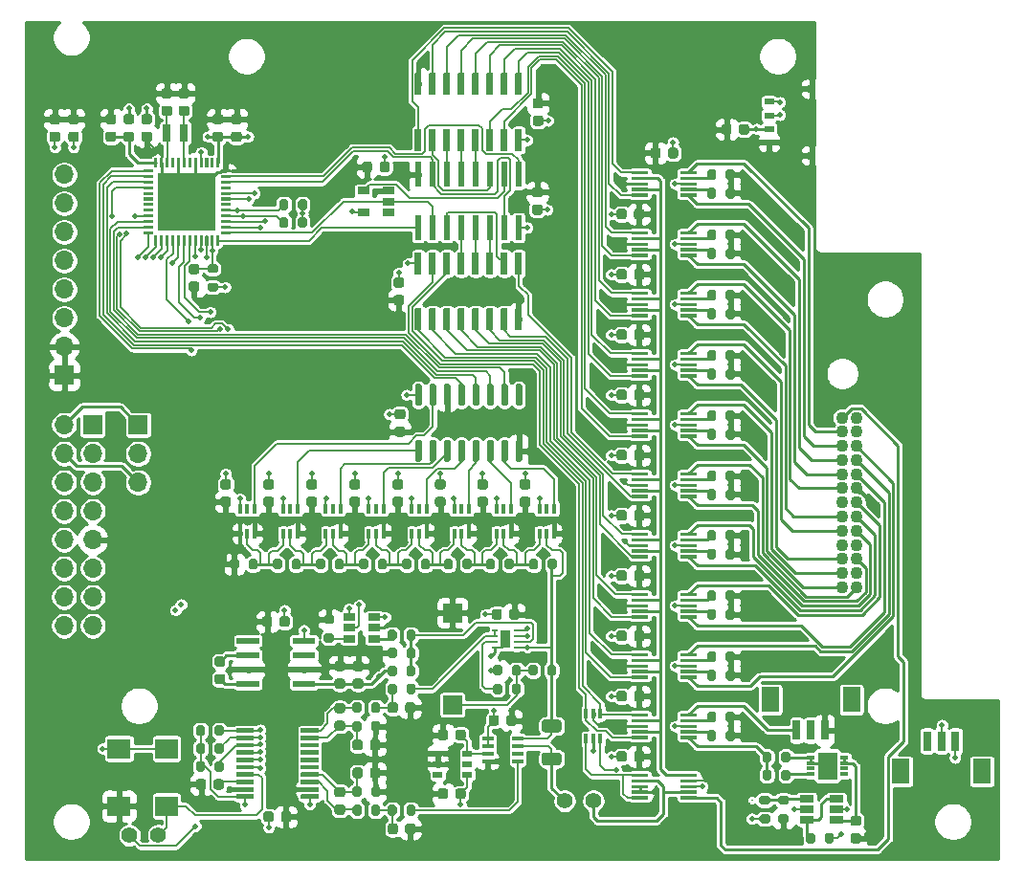
<source format=gbr>
%TF.GenerationSoftware,KiCad,Pcbnew,(5.1.10)-1*%
%TF.CreationDate,2022-11-30T08:24:13-06:00*%
%TF.ProjectId,flight_computer,666c6967-6874-45f6-936f-6d7075746572,A*%
%TF.SameCoordinates,Original*%
%TF.FileFunction,Copper,L1,Top*%
%TF.FilePolarity,Positive*%
%FSLAX46Y46*%
G04 Gerber Fmt 4.6, Leading zero omitted, Abs format (unit mm)*
G04 Created by KiCad (PCBNEW (5.1.10)-1) date 2022-11-30 08:24:13*
%MOMM*%
%LPD*%
G01*
G04 APERTURE LIST*
%TA.AperFunction,ComponentPad*%
%ADD10C,1.400000*%
%TD*%
%TA.AperFunction,SMDPad,CuDef*%
%ADD11R,2.000000X1.800000*%
%TD*%
%TA.AperFunction,ComponentPad*%
%ADD12R,1.700000X1.700000*%
%TD*%
%TA.AperFunction,SMDPad,CuDef*%
%ADD13R,0.700000X1.800000*%
%TD*%
%TA.AperFunction,SMDPad,CuDef*%
%ADD14R,1.600000X2.200000*%
%TD*%
%TA.AperFunction,SMDPad,CuDef*%
%ADD15R,0.355600X0.876300*%
%TD*%
%TA.AperFunction,SMDPad,CuDef*%
%ADD16R,1.220000X0.650000*%
%TD*%
%TA.AperFunction,SMDPad,CuDef*%
%ADD17R,0.500000X0.250000*%
%TD*%
%TA.AperFunction,SMDPad,CuDef*%
%ADD18R,0.900000X1.600000*%
%TD*%
%TA.AperFunction,ComponentPad*%
%ADD19O,1.700000X1.700000*%
%TD*%
%TA.AperFunction,ComponentPad*%
%ADD20C,1.100000*%
%TD*%
%TA.AperFunction,SMDPad,CuDef*%
%ADD21R,0.850000X0.600000*%
%TD*%
%TA.AperFunction,SMDPad,CuDef*%
%ADD22R,0.800000X0.700000*%
%TD*%
%TA.AperFunction,SMDPad,CuDef*%
%ADD23R,0.876300X0.508000*%
%TD*%
%TA.AperFunction,SMDPad,CuDef*%
%ADD24R,1.003300X0.457200*%
%TD*%
%TA.AperFunction,SMDPad,CuDef*%
%ADD25R,0.800000X1.500000*%
%TD*%
%TA.AperFunction,SMDPad,CuDef*%
%ADD26R,5.150000X5.150000*%
%TD*%
%TA.AperFunction,SMDPad,CuDef*%
%ADD27R,1.752600X2.489200*%
%TD*%
%TA.AperFunction,SMDPad,CuDef*%
%ADD28R,0.787400X0.304800*%
%TD*%
%TA.AperFunction,SMDPad,CuDef*%
%ADD29R,0.558800X2.184400*%
%TD*%
%TA.AperFunction,SMDPad,CuDef*%
%ADD30R,1.060000X0.650000*%
%TD*%
%TA.AperFunction,ViaPad*%
%ADD31C,0.508000*%
%TD*%
%TA.AperFunction,Conductor*%
%ADD32C,0.152400*%
%TD*%
%TA.AperFunction,Conductor*%
%ADD33C,0.254000*%
%TD*%
%TA.AperFunction,Conductor*%
%ADD34C,0.100000*%
%TD*%
G04 APERTURE END LIST*
D10*
%TO.P,CLK,2*%
%TO.N,Net-(TP4-Pad2)*%
X125222000Y-133350000D03*
%TO.P,CLK,1*%
%TO.N,/Curve Tracer/ADC_CLK*%
X122682000Y-133350000D03*
%TD*%
%TO.P,CURRENT,2*%
%TO.N,Net-(R24-Pad2)*%
X161163000Y-130302000D03*
%TO.P,CURRENT,1*%
%TO.N,/Perovskite Switches/PANEL_POSITIVE*%
X163703000Y-130302000D03*
%TD*%
D11*
%TO.P,X1,1*%
%TO.N,+3V3*%
X121750400Y-125679200D03*
%TO.P,X1,4*%
X125950400Y-125679200D03*
%TO.P,X1,2*%
%TO.N,GND*%
X121750400Y-130759200D03*
%TO.P,X1,3*%
%TO.N,Net-(TP4-Pad2)*%
X125950400Y-130759200D03*
%TD*%
D12*
%TO.P,V-,1*%
%TO.N,GND*%
X151257000Y-113665000D03*
%TD*%
%TO.P,V+,1*%
%TO.N,Net-(R25-Pad2)*%
X151257000Y-121793000D03*
%TD*%
D13*
%TO.P,J7,3*%
%TO.N,/Payload Controller/GAAS_TEMP*%
X195750500Y-124998500D03*
%TO.P,J7,2*%
%TO.N,+3V3*%
X194500500Y-124998500D03*
%TO.P,J7,1*%
%TO.N,Net-(J7-Pad1)*%
X193250500Y-124998500D03*
D14*
%TO.P,J7,S1*%
%TO.N,N/C*%
X190900500Y-127698500D03*
%TO.P,J7,S2*%
X198100500Y-127698500D03*
%TD*%
D13*
%TO.P,J1,3*%
%TO.N,Net-(J1-Pad3)*%
X181693500Y-124048500D03*
%TO.P,J1,2*%
%TO.N,Net-(J1-Pad2)*%
X182943500Y-124048500D03*
%TO.P,J1,1*%
%TO.N,GND*%
X184193500Y-124048500D03*
D14*
%TO.P,J1,S1*%
%TO.N,N/C*%
X186543500Y-121348500D03*
%TO.P,J1,S2*%
X179343500Y-121348500D03*
%TD*%
D15*
%TO.P,U14,6*%
%TO.N,/Payload Controller/REVERSE_BIAS*%
X164352999Y-124809250D03*
%TO.P,U14,5*%
%TO.N,+3V3*%
X163703000Y-124809250D03*
%TO.P,U14,4*%
%TO.N,Net-(U14-Pad4)*%
X163053001Y-124809250D03*
%TO.P,U14,3*%
%TO.N,Net-(U14-Pad3)*%
X163053001Y-122586750D03*
%TO.P,U14,2*%
%TO.N,GND*%
X163703000Y-122586750D03*
%TO.P,U14,1*%
%TO.N,Net-(U14-Pad1)*%
X164352999Y-122586750D03*
%TD*%
D16*
%TO.P,Q1,6*%
%TO.N,Net-(Q1-Pad3)*%
X185206000Y-130114000D03*
%TO.P,Q1,5*%
%TO.N,GND*%
X185206000Y-131064000D03*
%TO.P,Q1,4*%
%TO.N,Net-(C41-Pad2)*%
X185206000Y-132014000D03*
%TO.P,Q1,3*%
%TO.N,Net-(Q1-Pad3)*%
X182586000Y-132014000D03*
%TO.P,Q1,2*%
%TO.N,+3V3*%
X182586000Y-131064000D03*
%TO.P,Q1,1*%
%TO.N,Net-(Q1-Pad1)*%
X182586000Y-130114000D03*
%TD*%
D17*
%TO.P,U10,6*%
%TO.N,Net-(R11-Pad2)*%
X156906000Y-116201000D03*
%TO.P,U10,5*%
%TO.N,/Curve Tracer/LADDER_VOLTAGE*%
X156906000Y-116701000D03*
%TO.P,U10,4*%
%TO.N,-3V3*%
X155006000Y-116701000D03*
%TO.P,U10,2*%
%TO.N,Net-(R23-Pad2)*%
X155006000Y-115701000D03*
%TO.P,U10,1*%
X155006000Y-115201000D03*
D18*
%TO.P,U10,9*%
%TO.N,-3V3*%
X155956000Y-115951000D03*
D17*
%TO.P,U10,8*%
%TO.N,+3V3*%
X156906000Y-115201000D03*
%TO.P,U10,7*%
%TO.N,/Curve Tracer/LADDER_VOLTAGE*%
X156906000Y-115701000D03*
%TO.P,U10,3*%
%TO.N,Net-(R25-Pad1)*%
X155006000Y-116201000D03*
%TD*%
%TO.P,R30,2*%
%TO.N,Net-(Q1-Pad3)*%
%TA.AperFunction,SMDPad,CuDef*%
G36*
G01*
X183344000Y-133329000D02*
X183344000Y-133879000D01*
G75*
G02*
X183144000Y-134079000I-200000J0D01*
G01*
X182744000Y-134079000D01*
G75*
G02*
X182544000Y-133879000I0J200000D01*
G01*
X182544000Y-133329000D01*
G75*
G02*
X182744000Y-133129000I200000J0D01*
G01*
X183144000Y-133129000D01*
G75*
G02*
X183344000Y-133329000I0J-200000D01*
G01*
G37*
%TD.AperFunction*%
%TO.P,R30,1*%
%TO.N,+3V3*%
%TA.AperFunction,SMDPad,CuDef*%
G36*
G01*
X184994000Y-133329000D02*
X184994000Y-133879000D01*
G75*
G02*
X184794000Y-134079000I-200000J0D01*
G01*
X184394000Y-134079000D01*
G75*
G02*
X184194000Y-133879000I0J200000D01*
G01*
X184194000Y-133329000D01*
G75*
G02*
X184394000Y-133129000I200000J0D01*
G01*
X184794000Y-133129000D01*
G75*
G02*
X184994000Y-133329000I0J-200000D01*
G01*
G37*
%TD.AperFunction*%
%TD*%
D19*
%TO.P,J6,3*%
%TO.N,Net-(J4-Pad4)*%
X123444000Y-102108000D03*
%TO.P,J6,2*%
%TO.N,+3V3*%
X123444000Y-99568000D03*
D12*
%TO.P,J6,1*%
%TO.N,Net-(J4-Pad2)*%
X123444000Y-97028000D03*
%TD*%
D20*
%TO.P,J2,26*%
%TO.N,Net-(J2-Pad26)*%
X186987500Y-111386000D03*
%TO.P,J2,25*%
%TO.N,/Payload Controller/ALERT*%
X186987500Y-110136000D03*
%TO.P,J2,24*%
%TO.N,Net-(J2-Pad24)*%
X186987500Y-108886000D03*
%TO.P,J2,23*%
%TO.N,/Payload Controller/SCL*%
X186987500Y-107636000D03*
%TO.P,J2,22*%
%TO.N,Net-(J2-Pad22)*%
X186987500Y-106386000D03*
%TO.P,J2,21*%
%TO.N,Net-(J2-Pad21)*%
X186987500Y-105136000D03*
%TO.P,J2,20*%
%TO.N,Net-(J2-Pad20)*%
X186987500Y-103886000D03*
%TO.P,J2,19*%
%TO.N,GND*%
X186987500Y-102636000D03*
%TO.P,J2,18*%
%TO.N,Net-(J2-Pad18)*%
X186987500Y-101386000D03*
%TO.P,J2,17*%
%TO.N,Net-(J2-Pad17)*%
X186987500Y-100136000D03*
%TO.P,J2,16*%
%TO.N,Net-(J2-Pad16)*%
X186987500Y-98886000D03*
%TO.P,J2,15*%
%TO.N,/Payload Controller/SDA*%
X186987500Y-97636000D03*
%TO.P,J2,14*%
%TO.N,+3V3*%
X186987500Y-96386000D03*
%TO.P,J2,13*%
%TO.N,Net-(J2-Pad13)*%
X185737500Y-111386000D03*
%TO.P,J2,12*%
%TO.N,Net-(J2-Pad12)*%
X185737500Y-110136000D03*
%TO.P,J2,11*%
%TO.N,Net-(J2-Pad11)*%
X185737500Y-108886000D03*
%TO.P,J2,10*%
%TO.N,/Payload Controller/ALERT*%
X185737500Y-107636000D03*
%TO.P,J2,9*%
%TO.N,Net-(J2-Pad9)*%
X185737500Y-106386000D03*
%TO.P,J2,8*%
%TO.N,Net-(J2-Pad8)*%
X185737500Y-105136000D03*
%TO.P,J2,7*%
%TO.N,/Payload Controller/ALERT*%
X185737500Y-103886000D03*
%TO.P,J2,6*%
%TO.N,Net-(J2-Pad6)*%
X185737500Y-102636000D03*
%TO.P,J2,5*%
%TO.N,Net-(J2-Pad5)*%
X185737500Y-101386000D03*
%TO.P,J2,4*%
%TO.N,Net-(J2-Pad4)*%
X185737500Y-100136000D03*
%TO.P,J2,3*%
%TO.N,Net-(J2-Pad3)*%
X185737500Y-98886000D03*
%TO.P,J2,2*%
%TO.N,Net-(J2-Pad2)*%
X185737500Y-97636000D03*
%TO.P,J2,1*%
%TO.N,Net-(J2-Pad1)*%
X185737500Y-96386000D03*
%TD*%
%TO.P,R24,2*%
%TO.N,Net-(R24-Pad2)*%
%TA.AperFunction,SMDPad,CuDef*%
G36*
G01*
X159394999Y-126033100D02*
X160645001Y-126033100D01*
G75*
G02*
X160895000Y-126283099I0J-249999D01*
G01*
X160895000Y-126908101D01*
G75*
G02*
X160645001Y-127158100I-249999J0D01*
G01*
X159394999Y-127158100D01*
G75*
G02*
X159145000Y-126908101I0J249999D01*
G01*
X159145000Y-126283099D01*
G75*
G02*
X159394999Y-126033100I249999J0D01*
G01*
G37*
%TD.AperFunction*%
%TO.P,R24,1*%
%TO.N,/Curve Tracer/LADDER_VOLTAGE*%
%TA.AperFunction,SMDPad,CuDef*%
G36*
G01*
X159394999Y-123108100D02*
X160645001Y-123108100D01*
G75*
G02*
X160895000Y-123358099I0J-249999D01*
G01*
X160895000Y-123983101D01*
G75*
G02*
X160645001Y-124233100I-249999J0D01*
G01*
X159394999Y-124233100D01*
G75*
G02*
X159145000Y-123983101I0J249999D01*
G01*
X159145000Y-123358099D01*
G75*
G02*
X159394999Y-123108100I249999J0D01*
G01*
G37*
%TD.AperFunction*%
%TD*%
%TO.P,C46,1*%
%TO.N,+3V3*%
%TA.AperFunction,SMDPad,CuDef*%
G36*
G01*
X165780000Y-126615000D02*
X165780000Y-126115000D01*
G75*
G02*
X166005000Y-125890000I225000J0D01*
G01*
X166455000Y-125890000D01*
G75*
G02*
X166680000Y-126115000I0J-225000D01*
G01*
X166680000Y-126615000D01*
G75*
G02*
X166455000Y-126840000I-225000J0D01*
G01*
X166005000Y-126840000D01*
G75*
G02*
X165780000Y-126615000I0J225000D01*
G01*
G37*
%TD.AperFunction*%
%TO.P,C46,2*%
%TO.N,GND*%
%TA.AperFunction,SMDPad,CuDef*%
G36*
G01*
X167330000Y-126615000D02*
X167330000Y-126115000D01*
G75*
G02*
X167555000Y-125890000I225000J0D01*
G01*
X168005000Y-125890000D01*
G75*
G02*
X168230000Y-126115000I0J-225000D01*
G01*
X168230000Y-126615000D01*
G75*
G02*
X168005000Y-126840000I-225000J0D01*
G01*
X167555000Y-126840000D01*
G75*
G02*
X167330000Y-126615000I0J225000D01*
G01*
G37*
%TD.AperFunction*%
%TD*%
D21*
%TO.P,J5,1*%
%TO.N,GND*%
X179260500Y-72031000D03*
D22*
%TO.P,J5,S2*%
X183035500Y-73181000D03*
%TO.P,J5,S1*%
X183035500Y-67281000D03*
D21*
%TO.P,J5,2*%
%TO.N,+3V3*%
X179260500Y-70831000D03*
%TO.P,J5,3*%
%TO.N,/Payload Controller/SCL*%
X179260500Y-69631000D03*
%TO.P,J5,4*%
%TO.N,/Payload Controller/SDA*%
X179260500Y-68431000D03*
%TD*%
D19*
%TO.P,J4,16*%
%TO.N,N/C*%
X116890800Y-114795300D03*
%TO.P,J4,15*%
X119430800Y-114795300D03*
%TO.P,J4,14*%
%TO.N,Net-(J4-Pad14)*%
X116890800Y-112255300D03*
%TO.P,J4,13*%
%TO.N,Net-(J4-Pad13)*%
X119430800Y-112255300D03*
%TO.P,J4,12*%
%TO.N,Net-(J4-Pad12)*%
X116890800Y-109715300D03*
%TO.P,J4,11*%
%TO.N,PAYLOAD_RST*%
X119430800Y-109715300D03*
%TO.P,J4,10*%
%TO.N,Net-(J4-Pad10)*%
X116890800Y-107175300D03*
%TO.P,J4,9*%
%TO.N,GND*%
X119430800Y-107175300D03*
%TO.P,J4,8*%
%TO.N,TEST*%
X116890800Y-104635300D03*
%TO.P,J4,7*%
%TO.N,TCK*%
X119430800Y-104635300D03*
%TO.P,J4,6*%
%TO.N,Net-(J4-Pad6)*%
X116890800Y-102095300D03*
%TO.P,J4,5*%
%TO.N,TMS*%
X119430800Y-102095300D03*
%TO.P,J4,4*%
%TO.N,Net-(J4-Pad4)*%
X116890800Y-99555300D03*
%TO.P,J4,3*%
%TO.N,TDI*%
X119430800Y-99555300D03*
%TO.P,J4,2*%
%TO.N,Net-(J4-Pad2)*%
X116890800Y-97015300D03*
D12*
%TO.P,J4,1*%
%TO.N,TDO*%
X119430800Y-97015300D03*
%TD*%
D19*
%TO.P,J3,8*%
%TO.N,+3V3*%
X116903500Y-74866500D03*
%TO.P,J3,7*%
X116903500Y-77406500D03*
%TO.P,J3,6*%
%TO.N,FAULT*%
X116903500Y-79946500D03*
%TO.P,J3,5*%
%TO.N,PAYLOAD_RST*%
X116903500Y-82486500D03*
%TO.P,J3,4*%
%TO.N,RX_IN*%
X116903500Y-85026500D03*
%TO.P,J3,3*%
%TO.N,TX_OUT*%
X116903500Y-87566500D03*
%TO.P,J3,2*%
%TO.N,GND*%
X116903500Y-90106500D03*
D12*
%TO.P,J3,1*%
X116903500Y-92646500D03*
%TD*%
D23*
%TO.P,U31,6*%
%TO.N,Net-(C43-Pad1)*%
X152571450Y-126113499D03*
%TO.P,U31,5*%
%TO.N,N/C*%
X152571450Y-127063500D03*
%TO.P,U31,4*%
%TO.N,+3V3*%
X152571450Y-128013501D03*
%TO.P,U31,3*%
%TO.N,N/C*%
X149942550Y-128013501D03*
%TO.P,U31,2*%
%TO.N,GND*%
X149942550Y-127063500D03*
%TO.P,U31,1*%
X149942550Y-126113499D03*
%TD*%
D24*
%TO.P,U13,8*%
%TO.N,/Curve Tracer/LADDER_VOLTAGE*%
X157029150Y-124818501D03*
%TO.P,U13,7*%
%TO.N,Net-(R24-Pad2)*%
X157029150Y-125468499D03*
%TO.P,U13,6*%
%TO.N,Net-(U13-Pad6)*%
X157029150Y-126118501D03*
%TO.P,U13,5*%
%TO.N,Net-(R22-Pad2)*%
X157029150Y-126768499D03*
%TO.P,U13,4*%
%TO.N,GND*%
X154374850Y-126768499D03*
%TO.P,U13,3*%
%TO.N,Net-(C43-Pad1)*%
X154374850Y-126118501D03*
%TO.P,U13,2*%
%TO.N,+3V3*%
X154374850Y-125468499D03*
%TO.P,U13,1*%
X154374850Y-124818501D03*
%TD*%
D15*
%TO.P,U9,6*%
%TO.N,+3V3*%
X158945501Y-104425750D03*
%TO.P,U9,5*%
%TO.N,Net-(U9-Pad5)*%
X159595500Y-104425750D03*
%TO.P,U9,4*%
%TO.N,Net-(U1-Pad7)*%
X160245499Y-104425750D03*
%TO.P,U9,3*%
%TO.N,GND*%
X160245499Y-106648250D03*
%TO.P,U9,2*%
%TO.N,/Curve Tracer/LADDER_VOLTAGE*%
X159595500Y-106648250D03*
%TO.P,U9,1*%
%TO.N,Net-(R10-Pad2)*%
X158945501Y-106648250D03*
%TD*%
%TO.P,U8,6*%
%TO.N,+3V3*%
X155135501Y-104425750D03*
%TO.P,U8,5*%
%TO.N,Net-(U8-Pad5)*%
X155785500Y-104425750D03*
%TO.P,U8,4*%
%TO.N,Net-(U1-Pad6)*%
X156435499Y-104425750D03*
%TO.P,U8,3*%
%TO.N,GND*%
X156435499Y-106648250D03*
%TO.P,U8,2*%
%TO.N,Net-(R10-Pad2)*%
X155785500Y-106648250D03*
%TO.P,U8,1*%
%TO.N,Net-(R8-Pad1)*%
X155135501Y-106648250D03*
%TD*%
%TO.P,U7,6*%
%TO.N,+3V3*%
X151403501Y-104425750D03*
%TO.P,U7,5*%
%TO.N,Net-(U7-Pad5)*%
X152053500Y-104425750D03*
%TO.P,U7,4*%
%TO.N,Net-(U1-Pad5)*%
X152703499Y-104425750D03*
%TO.P,U7,3*%
%TO.N,GND*%
X152703499Y-106648250D03*
%TO.P,U7,2*%
%TO.N,Net-(R8-Pad1)*%
X152053500Y-106648250D03*
%TO.P,U7,1*%
%TO.N,Net-(R7-Pad1)*%
X151403501Y-106648250D03*
%TD*%
%TO.P,U6,6*%
%TO.N,+3V3*%
X147657001Y-104425750D03*
%TO.P,U6,5*%
%TO.N,Net-(U6-Pad5)*%
X148307000Y-104425750D03*
%TO.P,U6,4*%
%TO.N,Net-(U1-Pad4)*%
X148956999Y-104425750D03*
%TO.P,U6,3*%
%TO.N,GND*%
X148956999Y-106648250D03*
%TO.P,U6,2*%
%TO.N,Net-(R7-Pad1)*%
X148307000Y-106648250D03*
%TO.P,U6,1*%
%TO.N,Net-(R6-Pad1)*%
X147657001Y-106648250D03*
%TD*%
%TO.P,U5,6*%
%TO.N,+3V3*%
X143861501Y-104425750D03*
%TO.P,U5,5*%
%TO.N,Net-(U5-Pad5)*%
X144511500Y-104425750D03*
%TO.P,U5,4*%
%TO.N,Net-(U1-Pad3)*%
X145161499Y-104425750D03*
%TO.P,U5,3*%
%TO.N,GND*%
X145161499Y-106648250D03*
%TO.P,U5,2*%
%TO.N,Net-(R6-Pad1)*%
X144511500Y-106648250D03*
%TO.P,U5,1*%
%TO.N,Net-(R5-Pad1)*%
X143861501Y-106648250D03*
%TD*%
%TO.P,U4,6*%
%TO.N,+3V3*%
X140051501Y-104425750D03*
%TO.P,U4,5*%
%TO.N,Net-(U4-Pad5)*%
X140701500Y-104425750D03*
%TO.P,U4,4*%
%TO.N,Net-(U1-Pad2)*%
X141351499Y-104425750D03*
%TO.P,U4,3*%
%TO.N,GND*%
X141351499Y-106648250D03*
%TO.P,U4,2*%
%TO.N,Net-(R5-Pad1)*%
X140701500Y-106648250D03*
%TO.P,U4,1*%
%TO.N,Net-(R4-Pad1)*%
X140051501Y-106648250D03*
%TD*%
%TO.P,U3,6*%
%TO.N,+3V3*%
X136256001Y-104425750D03*
%TO.P,U3,5*%
%TO.N,Net-(U3-Pad5)*%
X136906000Y-104425750D03*
%TO.P,U3,4*%
%TO.N,Net-(U1-Pad1)*%
X137555999Y-104425750D03*
%TO.P,U3,3*%
%TO.N,GND*%
X137555999Y-106648250D03*
%TO.P,U3,2*%
%TO.N,Net-(R4-Pad1)*%
X136906000Y-106648250D03*
%TO.P,U3,1*%
%TO.N,Net-(R3-Pad1)*%
X136256001Y-106648250D03*
%TD*%
%TO.P,U2,6*%
%TO.N,+3V3*%
X132446001Y-104425750D03*
%TO.P,U2,5*%
%TO.N,Net-(U2-Pad5)*%
X133096000Y-104425750D03*
%TO.P,U2,4*%
%TO.N,Net-(U1-Pad15)*%
X133745999Y-104425750D03*
%TO.P,U2,3*%
%TO.N,GND*%
X133745999Y-106648250D03*
%TO.P,U2,2*%
%TO.N,Net-(R3-Pad1)*%
X133096000Y-106648250D03*
%TO.P,U2,1*%
%TO.N,GND*%
X132446001Y-106648250D03*
%TD*%
D25*
%TO.P,Y1,2*%
%TO.N,Net-(C59-Pad2)*%
X127496000Y-71183500D03*
%TO.P,Y1,1*%
%TO.N,Net-(C58-Pad2)*%
X125996000Y-71183500D03*
%TD*%
D26*
%TO.P,U34,49*%
%TO.N,GND*%
X127762000Y-77279500D03*
%TO.P,U34,36*%
%TA.AperFunction,SMDPad,CuDef*%
G36*
G01*
X130767000Y-74651700D02*
X130767000Y-74407300D01*
G75*
G02*
X130774800Y-74399500I7800J0D01*
G01*
X131619200Y-74399500D01*
G75*
G02*
X131627000Y-74407300I0J-7800D01*
G01*
X131627000Y-74651700D01*
G75*
G02*
X131619200Y-74659500I-7800J0D01*
G01*
X130774800Y-74659500D01*
G75*
G02*
X130767000Y-74651700I0J7800D01*
G01*
G37*
%TD.AperFunction*%
%TO.P,U34,35*%
%TO.N,/Payload Controller/0-9_CLOCK*%
%TA.AperFunction,SMDPad,CuDef*%
G36*
G01*
X130767000Y-75151700D02*
X130767000Y-74907300D01*
G75*
G02*
X130774800Y-74899500I7800J0D01*
G01*
X131619200Y-74899500D01*
G75*
G02*
X131627000Y-74907300I0J-7800D01*
G01*
X131627000Y-75151700D01*
G75*
G02*
X131619200Y-75159500I-7800J0D01*
G01*
X130774800Y-75159500D01*
G75*
G02*
X130767000Y-75151700I0J7800D01*
G01*
G37*
%TD.AperFunction*%
%TO.P,U34,34*%
%TO.N,/Payload Controller/RESET_PANEL_SWITCH*%
%TA.AperFunction,SMDPad,CuDef*%
G36*
G01*
X130767000Y-75651700D02*
X130767000Y-75407300D01*
G75*
G02*
X130774800Y-75399500I7800J0D01*
G01*
X131619200Y-75399500D01*
G75*
G02*
X131627000Y-75407300I0J-7800D01*
G01*
X131627000Y-75651700D01*
G75*
G02*
X131619200Y-75659500I-7800J0D01*
G01*
X130774800Y-75659500D01*
G75*
G02*
X130767000Y-75651700I0J7800D01*
G01*
G37*
%TD.AperFunction*%
%TO.P,U34,33*%
%TO.N,Net-(U34-Pad33)*%
%TA.AperFunction,SMDPad,CuDef*%
G36*
G01*
X130767000Y-76151700D02*
X130767000Y-75907300D01*
G75*
G02*
X130774800Y-75899500I7800J0D01*
G01*
X131619200Y-75899500D01*
G75*
G02*
X131627000Y-75907300I0J-7800D01*
G01*
X131627000Y-76151700D01*
G75*
G02*
X131619200Y-76159500I-7800J0D01*
G01*
X130774800Y-76159500D01*
G75*
G02*
X130767000Y-76151700I0J7800D01*
G01*
G37*
%TD.AperFunction*%
%TO.P,U34,32*%
%TO.N,/Curve Tracer/MISO*%
%TA.AperFunction,SMDPad,CuDef*%
G36*
G01*
X130767000Y-76651700D02*
X130767000Y-76407300D01*
G75*
G02*
X130774800Y-76399500I7800J0D01*
G01*
X131619200Y-76399500D01*
G75*
G02*
X131627000Y-76407300I0J-7800D01*
G01*
X131627000Y-76651700D01*
G75*
G02*
X131619200Y-76659500I-7800J0D01*
G01*
X130774800Y-76659500D01*
G75*
G02*
X130767000Y-76651700I0J7800D01*
G01*
G37*
%TD.AperFunction*%
%TO.P,U34,31*%
%TO.N,/Curve Tracer/MOSI*%
%TA.AperFunction,SMDPad,CuDef*%
G36*
G01*
X130767000Y-77151700D02*
X130767000Y-76907300D01*
G75*
G02*
X130774800Y-76899500I7800J0D01*
G01*
X131619200Y-76899500D01*
G75*
G02*
X131627000Y-76907300I0J-7800D01*
G01*
X131627000Y-77151700D01*
G75*
G02*
X131619200Y-77159500I-7800J0D01*
G01*
X130774800Y-77159500D01*
G75*
G02*
X130767000Y-77151700I0J7800D01*
G01*
G37*
%TD.AperFunction*%
%TO.P,U34,30*%
%TO.N,Net-(U34-Pad30)*%
%TA.AperFunction,SMDPad,CuDef*%
G36*
G01*
X130767000Y-77651700D02*
X130767000Y-77407300D01*
G75*
G02*
X130774800Y-77399500I7800J0D01*
G01*
X131619200Y-77399500D01*
G75*
G02*
X131627000Y-77407300I0J-7800D01*
G01*
X131627000Y-77651700D01*
G75*
G02*
X131619200Y-77659500I-7800J0D01*
G01*
X130774800Y-77659500D01*
G75*
G02*
X130767000Y-77651700I0J7800D01*
G01*
G37*
%TD.AperFunction*%
%TO.P,U34,29*%
%TO.N,/Payload Controller/SDA*%
%TA.AperFunction,SMDPad,CuDef*%
G36*
G01*
X130767000Y-78151700D02*
X130767000Y-77907300D01*
G75*
G02*
X130774800Y-77899500I7800J0D01*
G01*
X131619200Y-77899500D01*
G75*
G02*
X131627000Y-77907300I0J-7800D01*
G01*
X131627000Y-78151700D01*
G75*
G02*
X131619200Y-78159500I-7800J0D01*
G01*
X130774800Y-78159500D01*
G75*
G02*
X130767000Y-78151700I0J7800D01*
G01*
G37*
%TD.AperFunction*%
%TO.P,U34,28*%
%TO.N,/Payload Controller/SCL*%
%TA.AperFunction,SMDPad,CuDef*%
G36*
G01*
X130767000Y-78651700D02*
X130767000Y-78407300D01*
G75*
G02*
X130774800Y-78399500I7800J0D01*
G01*
X131619200Y-78399500D01*
G75*
G02*
X131627000Y-78407300I0J-7800D01*
G01*
X131627000Y-78651700D01*
G75*
G02*
X131619200Y-78659500I-7800J0D01*
G01*
X130774800Y-78659500D01*
G75*
G02*
X130767000Y-78651700I0J7800D01*
G01*
G37*
%TD.AperFunction*%
%TO.P,U34,27*%
%TO.N,FAULT*%
%TA.AperFunction,SMDPad,CuDef*%
G36*
G01*
X130767000Y-79151700D02*
X130767000Y-78907300D01*
G75*
G02*
X130774800Y-78899500I7800J0D01*
G01*
X131619200Y-78899500D01*
G75*
G02*
X131627000Y-78907300I0J-7800D01*
G01*
X131627000Y-79151700D01*
G75*
G02*
X131619200Y-79159500I-7800J0D01*
G01*
X130774800Y-79159500D01*
G75*
G02*
X130767000Y-79151700I0J7800D01*
G01*
G37*
%TD.AperFunction*%
%TO.P,U34,26*%
%TO.N,/Curve Tracer/SCLK*%
%TA.AperFunction,SMDPad,CuDef*%
G36*
G01*
X130767000Y-79651700D02*
X130767000Y-79407300D01*
G75*
G02*
X130774800Y-79399500I7800J0D01*
G01*
X131619200Y-79399500D01*
G75*
G02*
X131627000Y-79407300I0J-7800D01*
G01*
X131627000Y-79651700D01*
G75*
G02*
X131619200Y-79659500I-7800J0D01*
G01*
X130774800Y-79659500D01*
G75*
G02*
X130767000Y-79651700I0J7800D01*
G01*
G37*
%TD.AperFunction*%
%TO.P,U34,25*%
%TO.N,/Payload Controller/ENABLE_PANEL_SWITCH*%
%TA.AperFunction,SMDPad,CuDef*%
G36*
G01*
X130767000Y-80151700D02*
X130767000Y-79907300D01*
G75*
G02*
X130774800Y-79899500I7800J0D01*
G01*
X131619200Y-79899500D01*
G75*
G02*
X131627000Y-79907300I0J-7800D01*
G01*
X131627000Y-80151700D01*
G75*
G02*
X131619200Y-80159500I-7800J0D01*
G01*
X130774800Y-80159500D01*
G75*
G02*
X130767000Y-80151700I0J7800D01*
G01*
G37*
%TD.AperFunction*%
%TO.P,U34,12*%
%TO.N,TDO*%
%TA.AperFunction,SMDPad,CuDef*%
G36*
G01*
X123897000Y-80151700D02*
X123897000Y-79907300D01*
G75*
G02*
X123904800Y-79899500I7800J0D01*
G01*
X124749200Y-79899500D01*
G75*
G02*
X124757000Y-79907300I0J-7800D01*
G01*
X124757000Y-80151700D01*
G75*
G02*
X124749200Y-80159500I-7800J0D01*
G01*
X123904800Y-80159500D01*
G75*
G02*
X123897000Y-80151700I0J7800D01*
G01*
G37*
%TD.AperFunction*%
%TO.P,U34,11*%
%TO.N,/Payload Controller/~LADDER_RESET*%
%TA.AperFunction,SMDPad,CuDef*%
G36*
G01*
X123897000Y-79651700D02*
X123897000Y-79407300D01*
G75*
G02*
X123904800Y-79399500I7800J0D01*
G01*
X124749200Y-79399500D01*
G75*
G02*
X124757000Y-79407300I0J-7800D01*
G01*
X124757000Y-79651700D01*
G75*
G02*
X124749200Y-79659500I-7800J0D01*
G01*
X123904800Y-79659500D01*
G75*
G02*
X123897000Y-79651700I0J7800D01*
G01*
G37*
%TD.AperFunction*%
%TO.P,U34,10*%
%TO.N,/Payload Controller/LADDER_CLOCK*%
%TA.AperFunction,SMDPad,CuDef*%
G36*
G01*
X123897000Y-79151700D02*
X123897000Y-78907300D01*
G75*
G02*
X123904800Y-78899500I7800J0D01*
G01*
X124749200Y-78899500D01*
G75*
G02*
X124757000Y-78907300I0J-7800D01*
G01*
X124757000Y-79151700D01*
G75*
G02*
X124749200Y-79159500I-7800J0D01*
G01*
X123904800Y-79159500D01*
G75*
G02*
X123897000Y-79151700I0J7800D01*
G01*
G37*
%TD.AperFunction*%
%TO.P,U34,9*%
%TO.N,/Curve Tracer/ADC_CS*%
%TA.AperFunction,SMDPad,CuDef*%
G36*
G01*
X123897000Y-78651700D02*
X123897000Y-78407300D01*
G75*
G02*
X123904800Y-78399500I7800J0D01*
G01*
X124749200Y-78399500D01*
G75*
G02*
X124757000Y-78407300I0J-7800D01*
G01*
X124757000Y-78651700D01*
G75*
G02*
X124749200Y-78659500I-7800J0D01*
G01*
X123904800Y-78659500D01*
G75*
G02*
X123897000Y-78651700I0J7800D01*
G01*
G37*
%TD.AperFunction*%
%TO.P,U34,8*%
%TO.N,Net-(U34-Pad8)*%
%TA.AperFunction,SMDPad,CuDef*%
G36*
G01*
X123897000Y-78151700D02*
X123897000Y-77907300D01*
G75*
G02*
X123904800Y-77899500I7800J0D01*
G01*
X124749200Y-77899500D01*
G75*
G02*
X124757000Y-77907300I0J-7800D01*
G01*
X124757000Y-78151700D01*
G75*
G02*
X124749200Y-78159500I-7800J0D01*
G01*
X123904800Y-78159500D01*
G75*
G02*
X123897000Y-78151700I0J7800D01*
G01*
G37*
%TD.AperFunction*%
%TO.P,U34,7*%
%TO.N,Net-(U34-Pad7)*%
%TA.AperFunction,SMDPad,CuDef*%
G36*
G01*
X123897000Y-77651700D02*
X123897000Y-77407300D01*
G75*
G02*
X123904800Y-77399500I7800J0D01*
G01*
X124749200Y-77399500D01*
G75*
G02*
X124757000Y-77407300I0J-7800D01*
G01*
X124757000Y-77651700D01*
G75*
G02*
X124749200Y-77659500I-7800J0D01*
G01*
X123904800Y-77659500D01*
G75*
G02*
X123897000Y-77651700I0J7800D01*
G01*
G37*
%TD.AperFunction*%
%TO.P,U34,6*%
%TO.N,Net-(U34-Pad6)*%
%TA.AperFunction,SMDPad,CuDef*%
G36*
G01*
X123897000Y-77151700D02*
X123897000Y-76907300D01*
G75*
G02*
X123904800Y-76899500I7800J0D01*
G01*
X124749200Y-76899500D01*
G75*
G02*
X124757000Y-76907300I0J-7800D01*
G01*
X124757000Y-77151700D01*
G75*
G02*
X124749200Y-77159500I-7800J0D01*
G01*
X123904800Y-77159500D01*
G75*
G02*
X123897000Y-77151700I0J7800D01*
G01*
G37*
%TD.AperFunction*%
%TO.P,U34,5*%
%TO.N,Net-(U34-Pad5)*%
%TA.AperFunction,SMDPad,CuDef*%
G36*
G01*
X123897000Y-76651700D02*
X123897000Y-76407300D01*
G75*
G02*
X123904800Y-76399500I7800J0D01*
G01*
X124749200Y-76399500D01*
G75*
G02*
X124757000Y-76407300I0J-7800D01*
G01*
X124757000Y-76651700D01*
G75*
G02*
X124749200Y-76659500I-7800J0D01*
G01*
X123904800Y-76659500D01*
G75*
G02*
X123897000Y-76651700I0J7800D01*
G01*
G37*
%TD.AperFunction*%
%TO.P,U34,4*%
%TO.N,/Curve Tracer/ADC_DRDY*%
%TA.AperFunction,SMDPad,CuDef*%
G36*
G01*
X123897000Y-76151700D02*
X123897000Y-75907300D01*
G75*
G02*
X123904800Y-75899500I7800J0D01*
G01*
X124749200Y-75899500D01*
G75*
G02*
X124757000Y-75907300I0J-7800D01*
G01*
X124757000Y-76151700D01*
G75*
G02*
X124749200Y-76159500I-7800J0D01*
G01*
X123904800Y-76159500D01*
G75*
G02*
X123897000Y-76151700I0J7800D01*
G01*
G37*
%TD.AperFunction*%
%TO.P,U34,3*%
%TO.N,/Payload Controller/~LADDER_EN*%
%TA.AperFunction,SMDPad,CuDef*%
G36*
G01*
X123897000Y-75651700D02*
X123897000Y-75407300D01*
G75*
G02*
X123904800Y-75399500I7800J0D01*
G01*
X124749200Y-75399500D01*
G75*
G02*
X124757000Y-75407300I0J-7800D01*
G01*
X124757000Y-75651700D01*
G75*
G02*
X124749200Y-75659500I-7800J0D01*
G01*
X123904800Y-75659500D01*
G75*
G02*
X123897000Y-75651700I0J7800D01*
G01*
G37*
%TD.AperFunction*%
%TO.P,U34,2*%
%TO.N,/Payload Controller/LADDER_LATCH*%
%TA.AperFunction,SMDPad,CuDef*%
G36*
G01*
X123897000Y-75151700D02*
X123897000Y-74907300D01*
G75*
G02*
X123904800Y-74899500I7800J0D01*
G01*
X124749200Y-74899500D01*
G75*
G02*
X124757000Y-74907300I0J-7800D01*
G01*
X124757000Y-75151700D01*
G75*
G02*
X124749200Y-75159500I-7800J0D01*
G01*
X123904800Y-75159500D01*
G75*
G02*
X123897000Y-75151700I0J7800D01*
G01*
G37*
%TD.AperFunction*%
%TO.P,U34,1*%
%TO.N,/Payload Controller/REVERSE_BIAS*%
%TA.AperFunction,SMDPad,CuDef*%
G36*
G01*
X123897000Y-74651700D02*
X123897000Y-74407300D01*
G75*
G02*
X123904800Y-74399500I7800J0D01*
G01*
X124749200Y-74399500D01*
G75*
G02*
X124757000Y-74407300I0J-7800D01*
G01*
X124757000Y-74651700D01*
G75*
G02*
X124749200Y-74659500I-7800J0D01*
G01*
X123904800Y-74659500D01*
G75*
G02*
X123897000Y-74651700I0J7800D01*
G01*
G37*
%TD.AperFunction*%
%TO.P,U34,48*%
%TO.N,Net-(C60-Pad1)*%
%TA.AperFunction,SMDPad,CuDef*%
G36*
G01*
X125134200Y-74274500D02*
X124889800Y-74274500D01*
G75*
G02*
X124882000Y-74266700I0J7800D01*
G01*
X124882000Y-73422300D01*
G75*
G02*
X124889800Y-73414500I7800J0D01*
G01*
X125134200Y-73414500D01*
G75*
G02*
X125142000Y-73422300I0J-7800D01*
G01*
X125142000Y-74266700D01*
G75*
G02*
X125134200Y-74274500I-7800J0D01*
G01*
G37*
%TD.AperFunction*%
%TO.P,U34,47*%
%TO.N,GND*%
%TA.AperFunction,SMDPad,CuDef*%
G36*
G01*
X125634200Y-74274500D02*
X125389800Y-74274500D01*
G75*
G02*
X125382000Y-74266700I0J7800D01*
G01*
X125382000Y-73422300D01*
G75*
G02*
X125389800Y-73414500I7800J0D01*
G01*
X125634200Y-73414500D01*
G75*
G02*
X125642000Y-73422300I0J-7800D01*
G01*
X125642000Y-74266700D01*
G75*
G02*
X125634200Y-74274500I-7800J0D01*
G01*
G37*
%TD.AperFunction*%
%TO.P,U34,46*%
%TO.N,Net-(C58-Pad2)*%
%TA.AperFunction,SMDPad,CuDef*%
G36*
G01*
X126134200Y-74274500D02*
X125889800Y-74274500D01*
G75*
G02*
X125882000Y-74266700I0J7800D01*
G01*
X125882000Y-73422300D01*
G75*
G02*
X125889800Y-73414500I7800J0D01*
G01*
X126134200Y-73414500D01*
G75*
G02*
X126142000Y-73422300I0J-7800D01*
G01*
X126142000Y-74266700D01*
G75*
G02*
X126134200Y-74274500I-7800J0D01*
G01*
G37*
%TD.AperFunction*%
%TO.P,U34,45*%
%TO.N,Net-(U34-Pad45)*%
%TA.AperFunction,SMDPad,CuDef*%
G36*
G01*
X126634200Y-74274500D02*
X126389800Y-74274500D01*
G75*
G02*
X126382000Y-74266700I0J7800D01*
G01*
X126382000Y-73422300D01*
G75*
G02*
X126389800Y-73414500I7800J0D01*
G01*
X126634200Y-73414500D01*
G75*
G02*
X126642000Y-73422300I0J-7800D01*
G01*
X126642000Y-74266700D01*
G75*
G02*
X126634200Y-74274500I-7800J0D01*
G01*
G37*
%TD.AperFunction*%
%TO.P,U34,44*%
%TO.N,GND*%
%TA.AperFunction,SMDPad,CuDef*%
G36*
G01*
X127134200Y-74274500D02*
X126889800Y-74274500D01*
G75*
G02*
X126882000Y-74266700I0J7800D01*
G01*
X126882000Y-73422300D01*
G75*
G02*
X126889800Y-73414500I7800J0D01*
G01*
X127134200Y-73414500D01*
G75*
G02*
X127142000Y-73422300I0J-7800D01*
G01*
X127142000Y-74266700D01*
G75*
G02*
X127134200Y-74274500I-7800J0D01*
G01*
G37*
%TD.AperFunction*%
%TO.P,U34,43*%
%TO.N,Net-(C59-Pad2)*%
%TA.AperFunction,SMDPad,CuDef*%
G36*
G01*
X127634200Y-74274500D02*
X127389800Y-74274500D01*
G75*
G02*
X127382000Y-74266700I0J7800D01*
G01*
X127382000Y-73422300D01*
G75*
G02*
X127389800Y-73414500I7800J0D01*
G01*
X127634200Y-73414500D01*
G75*
G02*
X127642000Y-73422300I0J-7800D01*
G01*
X127642000Y-74266700D01*
G75*
G02*
X127634200Y-74274500I-7800J0D01*
G01*
G37*
%TD.AperFunction*%
%TO.P,U34,42*%
%TO.N,Net-(U34-Pad42)*%
%TA.AperFunction,SMDPad,CuDef*%
G36*
G01*
X128134200Y-74274500D02*
X127889800Y-74274500D01*
G75*
G02*
X127882000Y-74266700I0J7800D01*
G01*
X127882000Y-73422300D01*
G75*
G02*
X127889800Y-73414500I7800J0D01*
G01*
X128134200Y-73414500D01*
G75*
G02*
X128142000Y-73422300I0J-7800D01*
G01*
X128142000Y-74266700D01*
G75*
G02*
X128134200Y-74274500I-7800J0D01*
G01*
G37*
%TD.AperFunction*%
%TO.P,U34,41*%
%TO.N,GND*%
%TA.AperFunction,SMDPad,CuDef*%
G36*
G01*
X128634200Y-74274500D02*
X128389800Y-74274500D01*
G75*
G02*
X128382000Y-74266700I0J7800D01*
G01*
X128382000Y-73422300D01*
G75*
G02*
X128389800Y-73414500I7800J0D01*
G01*
X128634200Y-73414500D01*
G75*
G02*
X128642000Y-73422300I0J-7800D01*
G01*
X128642000Y-74266700D01*
G75*
G02*
X128634200Y-74274500I-7800J0D01*
G01*
G37*
%TD.AperFunction*%
%TO.P,U34,40*%
%TO.N,/Curve Tracer/ADC_SYNC*%
%TA.AperFunction,SMDPad,CuDef*%
G36*
G01*
X129134200Y-74274500D02*
X128889800Y-74274500D01*
G75*
G02*
X128882000Y-74266700I0J7800D01*
G01*
X128882000Y-73422300D01*
G75*
G02*
X128889800Y-73414500I7800J0D01*
G01*
X129134200Y-73414500D01*
G75*
G02*
X129142000Y-73422300I0J-7800D01*
G01*
X129142000Y-74266700D01*
G75*
G02*
X129134200Y-74274500I-7800J0D01*
G01*
G37*
%TD.AperFunction*%
%TO.P,U34,39*%
%TO.N,Net-(U34-Pad39)*%
%TA.AperFunction,SMDPad,CuDef*%
G36*
G01*
X129634200Y-74274500D02*
X129389800Y-74274500D01*
G75*
G02*
X129382000Y-74266700I0J7800D01*
G01*
X129382000Y-73422300D01*
G75*
G02*
X129389800Y-73414500I7800J0D01*
G01*
X129634200Y-73414500D01*
G75*
G02*
X129642000Y-73422300I0J-7800D01*
G01*
X129642000Y-74266700D01*
G75*
G02*
X129634200Y-74274500I-7800J0D01*
G01*
G37*
%TD.AperFunction*%
%TO.P,U34,38*%
%TO.N,Net-(U34-Pad38)*%
%TA.AperFunction,SMDPad,CuDef*%
G36*
G01*
X130134200Y-74274500D02*
X129889800Y-74274500D01*
G75*
G02*
X129882000Y-74266700I0J7800D01*
G01*
X129882000Y-73422300D01*
G75*
G02*
X129889800Y-73414500I7800J0D01*
G01*
X130134200Y-73414500D01*
G75*
G02*
X130142000Y-73422300I0J-7800D01*
G01*
X130142000Y-74266700D01*
G75*
G02*
X130134200Y-74274500I-7800J0D01*
G01*
G37*
%TD.AperFunction*%
%TO.P,U34,37*%
%TO.N,+3V3*%
%TA.AperFunction,SMDPad,CuDef*%
G36*
G01*
X130634200Y-74274500D02*
X130389800Y-74274500D01*
G75*
G02*
X130382000Y-74266700I0J7800D01*
G01*
X130382000Y-73422300D01*
G75*
G02*
X130389800Y-73414500I7800J0D01*
G01*
X130634200Y-73414500D01*
G75*
G02*
X130642000Y-73422300I0J-7800D01*
G01*
X130642000Y-74266700D01*
G75*
G02*
X130634200Y-74274500I-7800J0D01*
G01*
G37*
%TD.AperFunction*%
%TO.P,U34,24*%
%TO.N,/Payload Controller/10-19_CLOCK*%
%TA.AperFunction,SMDPad,CuDef*%
G36*
G01*
X130634200Y-81144500D02*
X130389800Y-81144500D01*
G75*
G02*
X130382000Y-81136700I0J7800D01*
G01*
X130382000Y-80292300D01*
G75*
G02*
X130389800Y-80284500I7800J0D01*
G01*
X130634200Y-80284500D01*
G75*
G02*
X130642000Y-80292300I0J-7800D01*
G01*
X130642000Y-81136700D01*
G75*
G02*
X130634200Y-81144500I-7800J0D01*
G01*
G37*
%TD.AperFunction*%
%TO.P,U34,23*%
%TO.N,PAYLOAD_RST*%
%TA.AperFunction,SMDPad,CuDef*%
G36*
G01*
X130134200Y-81144500D02*
X129889800Y-81144500D01*
G75*
G02*
X129882000Y-81136700I0J7800D01*
G01*
X129882000Y-80292300D01*
G75*
G02*
X129889800Y-80284500I7800J0D01*
G01*
X130134200Y-80284500D01*
G75*
G02*
X130142000Y-80292300I0J-7800D01*
G01*
X130142000Y-81136700D01*
G75*
G02*
X130134200Y-81144500I-7800J0D01*
G01*
G37*
%TD.AperFunction*%
%TO.P,U34,22*%
%TO.N,TEST*%
%TA.AperFunction,SMDPad,CuDef*%
G36*
G01*
X129634200Y-81144500D02*
X129389800Y-81144500D01*
G75*
G02*
X129382000Y-81136700I0J7800D01*
G01*
X129382000Y-80292300D01*
G75*
G02*
X129389800Y-80284500I7800J0D01*
G01*
X129634200Y-80284500D01*
G75*
G02*
X129642000Y-80292300I0J-7800D01*
G01*
X129642000Y-81136700D01*
G75*
G02*
X129634200Y-81144500I-7800J0D01*
G01*
G37*
%TD.AperFunction*%
%TO.P,U34,21*%
%TO.N,RX_IN*%
%TA.AperFunction,SMDPad,CuDef*%
G36*
G01*
X129134200Y-81144500D02*
X128889800Y-81144500D01*
G75*
G02*
X128882000Y-81136700I0J7800D01*
G01*
X128882000Y-80292300D01*
G75*
G02*
X128889800Y-80284500I7800J0D01*
G01*
X129134200Y-80284500D01*
G75*
G02*
X129142000Y-80292300I0J-7800D01*
G01*
X129142000Y-81136700D01*
G75*
G02*
X129134200Y-81144500I-7800J0D01*
G01*
G37*
%TD.AperFunction*%
%TO.P,U34,20*%
%TO.N,TX_OUT*%
%TA.AperFunction,SMDPad,CuDef*%
G36*
G01*
X128634200Y-81144500D02*
X128389800Y-81144500D01*
G75*
G02*
X128382000Y-81136700I0J7800D01*
G01*
X128382000Y-80292300D01*
G75*
G02*
X128389800Y-80284500I7800J0D01*
G01*
X128634200Y-80284500D01*
G75*
G02*
X128642000Y-80292300I0J-7800D01*
G01*
X128642000Y-81136700D01*
G75*
G02*
X128634200Y-81144500I-7800J0D01*
G01*
G37*
%TD.AperFunction*%
%TO.P,U34,19*%
%TO.N,/Curve Tracer/ADC_CLK*%
%TA.AperFunction,SMDPad,CuDef*%
G36*
G01*
X128134200Y-81144500D02*
X127889800Y-81144500D01*
G75*
G02*
X127882000Y-81136700I0J7800D01*
G01*
X127882000Y-80292300D01*
G75*
G02*
X127889800Y-80284500I7800J0D01*
G01*
X128134200Y-80284500D01*
G75*
G02*
X128142000Y-80292300I0J-7800D01*
G01*
X128142000Y-81136700D01*
G75*
G02*
X128134200Y-81144500I-7800J0D01*
G01*
G37*
%TD.AperFunction*%
%TO.P,U34,18*%
%TO.N,/Payload Controller/ENABLE_TEST_SOURCE*%
%TA.AperFunction,SMDPad,CuDef*%
G36*
G01*
X127634200Y-81144500D02*
X127389800Y-81144500D01*
G75*
G02*
X127382000Y-81136700I0J7800D01*
G01*
X127382000Y-80292300D01*
G75*
G02*
X127389800Y-80284500I7800J0D01*
G01*
X127634200Y-80284500D01*
G75*
G02*
X127642000Y-80292300I0J-7800D01*
G01*
X127642000Y-81136700D01*
G75*
G02*
X127634200Y-81144500I-7800J0D01*
G01*
G37*
%TD.AperFunction*%
%TO.P,U34,17*%
%TO.N,/Payload Controller/GAAS_TEMP*%
%TA.AperFunction,SMDPad,CuDef*%
G36*
G01*
X127134200Y-81144500D02*
X126889800Y-81144500D01*
G75*
G02*
X126882000Y-81136700I0J7800D01*
G01*
X126882000Y-80292300D01*
G75*
G02*
X126889800Y-80284500I7800J0D01*
G01*
X127134200Y-80284500D01*
G75*
G02*
X127142000Y-80292300I0J-7800D01*
G01*
X127142000Y-81136700D01*
G75*
G02*
X127134200Y-81144500I-7800J0D01*
G01*
G37*
%TD.AperFunction*%
%TO.P,U34,16*%
%TO.N,/Payload Controller/ALERT*%
%TA.AperFunction,SMDPad,CuDef*%
G36*
G01*
X126634200Y-81144500D02*
X126389800Y-81144500D01*
G75*
G02*
X126382000Y-81136700I0J7800D01*
G01*
X126382000Y-80292300D01*
G75*
G02*
X126389800Y-80284500I7800J0D01*
G01*
X126634200Y-80284500D01*
G75*
G02*
X126642000Y-80292300I0J-7800D01*
G01*
X126642000Y-81136700D01*
G75*
G02*
X126634200Y-81144500I-7800J0D01*
G01*
G37*
%TD.AperFunction*%
%TO.P,U34,15*%
%TO.N,TCK*%
%TA.AperFunction,SMDPad,CuDef*%
G36*
G01*
X126134200Y-81144500D02*
X125889800Y-81144500D01*
G75*
G02*
X125882000Y-81136700I0J7800D01*
G01*
X125882000Y-80292300D01*
G75*
G02*
X125889800Y-80284500I7800J0D01*
G01*
X126134200Y-80284500D01*
G75*
G02*
X126142000Y-80292300I0J-7800D01*
G01*
X126142000Y-81136700D01*
G75*
G02*
X126134200Y-81144500I-7800J0D01*
G01*
G37*
%TD.AperFunction*%
%TO.P,U34,14*%
%TO.N,TMS*%
%TA.AperFunction,SMDPad,CuDef*%
G36*
G01*
X125634200Y-81144500D02*
X125389800Y-81144500D01*
G75*
G02*
X125382000Y-81136700I0J7800D01*
G01*
X125382000Y-80292300D01*
G75*
G02*
X125389800Y-80284500I7800J0D01*
G01*
X125634200Y-80284500D01*
G75*
G02*
X125642000Y-80292300I0J-7800D01*
G01*
X125642000Y-81136700D01*
G75*
G02*
X125634200Y-81144500I-7800J0D01*
G01*
G37*
%TD.AperFunction*%
%TO.P,U34,13*%
%TO.N,TDI*%
%TA.AperFunction,SMDPad,CuDef*%
G36*
G01*
X125134200Y-81144500D02*
X124889800Y-81144500D01*
G75*
G02*
X124882000Y-81136700I0J7800D01*
G01*
X124882000Y-80292300D01*
G75*
G02*
X124889800Y-80284500I7800J0D01*
G01*
X125134200Y-80284500D01*
G75*
G02*
X125142000Y-80292300I0J-7800D01*
G01*
X125142000Y-81136700D01*
G75*
G02*
X125134200Y-81144500I-7800J0D01*
G01*
G37*
%TD.AperFunction*%
%TD*%
%TO.P,U33,8*%
%TO.N,+3V3*%
%TA.AperFunction,SMDPad,CuDef*%
G36*
G01*
X137126000Y-116395200D02*
X137126000Y-115887800D01*
G75*
G02*
X137167300Y-115846500I41300J0D01*
G01*
X139054700Y-115846500D01*
G75*
G02*
X139096000Y-115887800I0J-41300D01*
G01*
X139096000Y-116395200D01*
G75*
G02*
X139054700Y-116436500I-41300J0D01*
G01*
X137167300Y-116436500D01*
G75*
G02*
X137126000Y-116395200I0J41300D01*
G01*
G37*
%TD.AperFunction*%
%TO.P,U33,7*%
%TO.N,Net-(U33-Pad7)*%
%TA.AperFunction,SMDPad,CuDef*%
G36*
G01*
X137126000Y-117665200D02*
X137126000Y-117157800D01*
G75*
G02*
X137167300Y-117116500I41300J0D01*
G01*
X139054700Y-117116500D01*
G75*
G02*
X139096000Y-117157800I0J-41300D01*
G01*
X139096000Y-117665200D01*
G75*
G02*
X139054700Y-117706500I-41300J0D01*
G01*
X137167300Y-117706500D01*
G75*
G02*
X137126000Y-117665200I0J41300D01*
G01*
G37*
%TD.AperFunction*%
%TO.P,U33,6*%
%TO.N,GND*%
%TA.AperFunction,SMDPad,CuDef*%
G36*
G01*
X137126000Y-118935200D02*
X137126000Y-118427800D01*
G75*
G02*
X137167300Y-118386500I41300J0D01*
G01*
X139054700Y-118386500D01*
G75*
G02*
X139096000Y-118427800I0J-41300D01*
G01*
X139096000Y-118935200D01*
G75*
G02*
X139054700Y-118976500I-41300J0D01*
G01*
X137167300Y-118976500D01*
G75*
G02*
X137126000Y-118935200I0J41300D01*
G01*
G37*
%TD.AperFunction*%
%TO.P,U33,5*%
%TO.N,-3V3*%
%TA.AperFunction,SMDPad,CuDef*%
G36*
G01*
X137126000Y-120205200D02*
X137126000Y-119697800D01*
G75*
G02*
X137167300Y-119656500I41300J0D01*
G01*
X139054700Y-119656500D01*
G75*
G02*
X139096000Y-119697800I0J-41300D01*
G01*
X139096000Y-120205200D01*
G75*
G02*
X139054700Y-120246500I-41300J0D01*
G01*
X137167300Y-120246500D01*
G75*
G02*
X137126000Y-120205200I0J41300D01*
G01*
G37*
%TD.AperFunction*%
%TO.P,U33,4*%
%TO.N,Net-(C52-Pad2)*%
%TA.AperFunction,SMDPad,CuDef*%
G36*
G01*
X132176000Y-120205200D02*
X132176000Y-119697800D01*
G75*
G02*
X132217300Y-119656500I41300J0D01*
G01*
X134104700Y-119656500D01*
G75*
G02*
X134146000Y-119697800I0J-41300D01*
G01*
X134146000Y-120205200D01*
G75*
G02*
X134104700Y-120246500I-41300J0D01*
G01*
X132217300Y-120246500D01*
G75*
G02*
X132176000Y-120205200I0J41300D01*
G01*
G37*
%TD.AperFunction*%
%TO.P,U33,3*%
%TO.N,GND*%
%TA.AperFunction,SMDPad,CuDef*%
G36*
G01*
X132176000Y-118935200D02*
X132176000Y-118427800D01*
G75*
G02*
X132217300Y-118386500I41300J0D01*
G01*
X134104700Y-118386500D01*
G75*
G02*
X134146000Y-118427800I0J-41300D01*
G01*
X134146000Y-118935200D01*
G75*
G02*
X134104700Y-118976500I-41300J0D01*
G01*
X132217300Y-118976500D01*
G75*
G02*
X132176000Y-118935200I0J41300D01*
G01*
G37*
%TD.AperFunction*%
%TO.P,U33,2*%
%TO.N,Net-(C52-Pad1)*%
%TA.AperFunction,SMDPad,CuDef*%
G36*
G01*
X132176000Y-117665200D02*
X132176000Y-117157800D01*
G75*
G02*
X132217300Y-117116500I41300J0D01*
G01*
X134104700Y-117116500D01*
G75*
G02*
X134146000Y-117157800I0J-41300D01*
G01*
X134146000Y-117665200D01*
G75*
G02*
X134104700Y-117706500I-41300J0D01*
G01*
X132217300Y-117706500D01*
G75*
G02*
X132176000Y-117665200I0J41300D01*
G01*
G37*
%TD.AperFunction*%
%TO.P,U33,1*%
%TO.N,Net-(U33-Pad1)*%
%TA.AperFunction,SMDPad,CuDef*%
G36*
G01*
X132176000Y-116395200D02*
X132176000Y-115887800D01*
G75*
G02*
X132217300Y-115846500I41300J0D01*
G01*
X134104700Y-115846500D01*
G75*
G02*
X134146000Y-115887800I0J-41300D01*
G01*
X134146000Y-116395200D01*
G75*
G02*
X134104700Y-116436500I-41300J0D01*
G01*
X132217300Y-116436500D01*
G75*
G02*
X132176000Y-116395200I0J41300D01*
G01*
G37*
%TD.AperFunction*%
%TD*%
D27*
%TO.P,U30,9*%
%TO.N,Net-(R52-Pad2)*%
X184431199Y-127195100D03*
D28*
%TO.P,U30,8*%
%TO.N,Net-(C41-Pad2)*%
X185891699Y-126445100D03*
%TO.P,U30,7*%
X185891699Y-126945100D03*
%TO.P,U30,6*%
%TO.N,N/C*%
X185891699Y-127445100D03*
%TO.P,U30,5*%
X185891699Y-127945100D03*
%TO.P,U30,4*%
%TO.N,Net-(R51-Pad2)*%
X182970699Y-127945100D03*
%TO.P,U30,3*%
%TO.N,N/C*%
X182970699Y-127445100D03*
%TO.P,U30,2*%
%TO.N,Net-(R52-Pad2)*%
X182970699Y-126945100D03*
%TO.P,U30,1*%
X182970699Y-126445100D03*
%TD*%
%TO.P,U29,1*%
%TO.N,Net-(U14-Pad1)*%
%TA.AperFunction,SMDPad,CuDef*%
G36*
G01*
X167104500Y-122826800D02*
X167104500Y-122569200D01*
G75*
G02*
X167115700Y-122558000I11200J0D01*
G01*
X168563300Y-122558000D01*
G75*
G02*
X168574500Y-122569200I0J-11200D01*
G01*
X168574500Y-122826800D01*
G75*
G02*
X168563300Y-122838000I-11200J0D01*
G01*
X167115700Y-122838000D01*
G75*
G02*
X167104500Y-122826800I0J11200D01*
G01*
G37*
%TD.AperFunction*%
%TO.P,U29,2*%
%TO.N,Net-(U19-Pad10)*%
%TA.AperFunction,SMDPad,CuDef*%
G36*
G01*
X167104500Y-123326800D02*
X167104500Y-123069200D01*
G75*
G02*
X167115700Y-123058000I11200J0D01*
G01*
X168563300Y-123058000D01*
G75*
G02*
X168574500Y-123069200I0J-11200D01*
G01*
X168574500Y-123326800D01*
G75*
G02*
X168563300Y-123338000I-11200J0D01*
G01*
X167115700Y-123338000D01*
G75*
G02*
X167104500Y-123326800I0J11200D01*
G01*
G37*
%TD.AperFunction*%
%TO.P,U29,3*%
%TO.N,GND*%
%TA.AperFunction,SMDPad,CuDef*%
G36*
G01*
X167104500Y-123826800D02*
X167104500Y-123569200D01*
G75*
G02*
X167115700Y-123558000I11200J0D01*
G01*
X168563300Y-123558000D01*
G75*
G02*
X168574500Y-123569200I0J-11200D01*
G01*
X168574500Y-123826800D01*
G75*
G02*
X168563300Y-123838000I-11200J0D01*
G01*
X167115700Y-123838000D01*
G75*
G02*
X167104500Y-123826800I0J11200D01*
G01*
G37*
%TD.AperFunction*%
%TO.P,U29,4*%
%TO.N,Net-(U19-Pad10)*%
%TA.AperFunction,SMDPad,CuDef*%
G36*
G01*
X167104500Y-124326800D02*
X167104500Y-124069200D01*
G75*
G02*
X167115700Y-124058000I11200J0D01*
G01*
X168563300Y-124058000D01*
G75*
G02*
X168574500Y-124069200I0J-11200D01*
G01*
X168574500Y-124326800D01*
G75*
G02*
X168563300Y-124338000I-11200J0D01*
G01*
X167115700Y-124338000D01*
G75*
G02*
X167104500Y-124326800I0J11200D01*
G01*
G37*
%TD.AperFunction*%
%TO.P,U29,5*%
%TO.N,Net-(U14-Pad3)*%
%TA.AperFunction,SMDPad,CuDef*%
G36*
G01*
X167104500Y-124826800D02*
X167104500Y-124569200D01*
G75*
G02*
X167115700Y-124558000I11200J0D01*
G01*
X168563300Y-124558000D01*
G75*
G02*
X168574500Y-124569200I0J-11200D01*
G01*
X168574500Y-124826800D01*
G75*
G02*
X168563300Y-124838000I-11200J0D01*
G01*
X167115700Y-124838000D01*
G75*
G02*
X167104500Y-124826800I0J11200D01*
G01*
G37*
%TD.AperFunction*%
%TO.P,U29,6*%
%TO.N,Net-(R51-Pad1)*%
%TA.AperFunction,SMDPad,CuDef*%
G36*
G01*
X171404500Y-124826800D02*
X171404500Y-124569200D01*
G75*
G02*
X171415700Y-124558000I11200J0D01*
G01*
X172863300Y-124558000D01*
G75*
G02*
X172874500Y-124569200I0J-11200D01*
G01*
X172874500Y-124826800D01*
G75*
G02*
X172863300Y-124838000I-11200J0D01*
G01*
X171415700Y-124838000D01*
G75*
G02*
X171404500Y-124826800I0J11200D01*
G01*
G37*
%TD.AperFunction*%
%TO.P,U29,7*%
%TO.N,Net-(R50-Pad2)*%
%TA.AperFunction,SMDPad,CuDef*%
G36*
G01*
X171404500Y-124326800D02*
X171404500Y-124069200D01*
G75*
G02*
X171415700Y-124058000I11200J0D01*
G01*
X172863300Y-124058000D01*
G75*
G02*
X172874500Y-124069200I0J-11200D01*
G01*
X172874500Y-124326800D01*
G75*
G02*
X172863300Y-124338000I-11200J0D01*
G01*
X171415700Y-124338000D01*
G75*
G02*
X171404500Y-124326800I0J11200D01*
G01*
G37*
%TD.AperFunction*%
%TO.P,U29,8*%
%TO.N,+3V3*%
%TA.AperFunction,SMDPad,CuDef*%
G36*
G01*
X171404500Y-123826800D02*
X171404500Y-123569200D01*
G75*
G02*
X171415700Y-123558000I11200J0D01*
G01*
X172863300Y-123558000D01*
G75*
G02*
X172874500Y-123569200I0J-11200D01*
G01*
X172874500Y-123826800D01*
G75*
G02*
X172863300Y-123838000I-11200J0D01*
G01*
X171415700Y-123838000D01*
G75*
G02*
X171404500Y-123826800I0J11200D01*
G01*
G37*
%TD.AperFunction*%
%TO.P,U29,9*%
%TO.N,Net-(R49-Pad2)*%
%TA.AperFunction,SMDPad,CuDef*%
G36*
G01*
X171404500Y-123326800D02*
X171404500Y-123069200D01*
G75*
G02*
X171415700Y-123058000I11200J0D01*
G01*
X172863300Y-123058000D01*
G75*
G02*
X172874500Y-123069200I0J-11200D01*
G01*
X172874500Y-123326800D01*
G75*
G02*
X172863300Y-123338000I-11200J0D01*
G01*
X171415700Y-123338000D01*
G75*
G02*
X171404500Y-123326800I0J11200D01*
G01*
G37*
%TD.AperFunction*%
%TO.P,U29,10*%
%TO.N,Net-(J1-Pad3)*%
%TA.AperFunction,SMDPad,CuDef*%
G36*
G01*
X171404500Y-122826800D02*
X171404500Y-122569200D01*
G75*
G02*
X171415700Y-122558000I11200J0D01*
G01*
X172863300Y-122558000D01*
G75*
G02*
X172874500Y-122569200I0J-11200D01*
G01*
X172874500Y-122826800D01*
G75*
G02*
X172863300Y-122838000I-11200J0D01*
G01*
X171415700Y-122838000D01*
G75*
G02*
X171404500Y-122826800I0J11200D01*
G01*
G37*
%TD.AperFunction*%
%TD*%
%TO.P,U28,1*%
%TO.N,Net-(U18-Pad2)*%
%TA.AperFunction,SMDPad,CuDef*%
G36*
G01*
X167104500Y-117492800D02*
X167104500Y-117235200D01*
G75*
G02*
X167115700Y-117224000I11200J0D01*
G01*
X168563300Y-117224000D01*
G75*
G02*
X168574500Y-117235200I0J-11200D01*
G01*
X168574500Y-117492800D01*
G75*
G02*
X168563300Y-117504000I-11200J0D01*
G01*
X167115700Y-117504000D01*
G75*
G02*
X167104500Y-117492800I0J11200D01*
G01*
G37*
%TD.AperFunction*%
%TO.P,U28,2*%
%TO.N,Net-(U19-Pad10)*%
%TA.AperFunction,SMDPad,CuDef*%
G36*
G01*
X167104500Y-117992800D02*
X167104500Y-117735200D01*
G75*
G02*
X167115700Y-117724000I11200J0D01*
G01*
X168563300Y-117724000D01*
G75*
G02*
X168574500Y-117735200I0J-11200D01*
G01*
X168574500Y-117992800D01*
G75*
G02*
X168563300Y-118004000I-11200J0D01*
G01*
X167115700Y-118004000D01*
G75*
G02*
X167104500Y-117992800I0J11200D01*
G01*
G37*
%TD.AperFunction*%
%TO.P,U28,3*%
%TO.N,GND*%
%TA.AperFunction,SMDPad,CuDef*%
G36*
G01*
X167104500Y-118492800D02*
X167104500Y-118235200D01*
G75*
G02*
X167115700Y-118224000I11200J0D01*
G01*
X168563300Y-118224000D01*
G75*
G02*
X168574500Y-118235200I0J-11200D01*
G01*
X168574500Y-118492800D01*
G75*
G02*
X168563300Y-118504000I-11200J0D01*
G01*
X167115700Y-118504000D01*
G75*
G02*
X167104500Y-118492800I0J11200D01*
G01*
G37*
%TD.AperFunction*%
%TO.P,U28,4*%
%TO.N,Net-(U19-Pad10)*%
%TA.AperFunction,SMDPad,CuDef*%
G36*
G01*
X167104500Y-118992800D02*
X167104500Y-118735200D01*
G75*
G02*
X167115700Y-118724000I11200J0D01*
G01*
X168563300Y-118724000D01*
G75*
G02*
X168574500Y-118735200I0J-11200D01*
G01*
X168574500Y-118992800D01*
G75*
G02*
X168563300Y-119004000I-11200J0D01*
G01*
X167115700Y-119004000D01*
G75*
G02*
X167104500Y-118992800I0J11200D01*
G01*
G37*
%TD.AperFunction*%
%TO.P,U28,5*%
%TO.N,Net-(U18-Pad1)*%
%TA.AperFunction,SMDPad,CuDef*%
G36*
G01*
X167104500Y-119492800D02*
X167104500Y-119235200D01*
G75*
G02*
X167115700Y-119224000I11200J0D01*
G01*
X168563300Y-119224000D01*
G75*
G02*
X168574500Y-119235200I0J-11200D01*
G01*
X168574500Y-119492800D01*
G75*
G02*
X168563300Y-119504000I-11200J0D01*
G01*
X167115700Y-119504000D01*
G75*
G02*
X167104500Y-119492800I0J11200D01*
G01*
G37*
%TD.AperFunction*%
%TO.P,U28,6*%
%TO.N,Net-(J2-Pad16)*%
%TA.AperFunction,SMDPad,CuDef*%
G36*
G01*
X171404500Y-119492800D02*
X171404500Y-119235200D01*
G75*
G02*
X171415700Y-119224000I11200J0D01*
G01*
X172863300Y-119224000D01*
G75*
G02*
X172874500Y-119235200I0J-11200D01*
G01*
X172874500Y-119492800D01*
G75*
G02*
X172863300Y-119504000I-11200J0D01*
G01*
X171415700Y-119504000D01*
G75*
G02*
X171404500Y-119492800I0J11200D01*
G01*
G37*
%TD.AperFunction*%
%TO.P,U28,7*%
%TO.N,Net-(R48-Pad2)*%
%TA.AperFunction,SMDPad,CuDef*%
G36*
G01*
X171404500Y-118992800D02*
X171404500Y-118735200D01*
G75*
G02*
X171415700Y-118724000I11200J0D01*
G01*
X172863300Y-118724000D01*
G75*
G02*
X172874500Y-118735200I0J-11200D01*
G01*
X172874500Y-118992800D01*
G75*
G02*
X172863300Y-119004000I-11200J0D01*
G01*
X171415700Y-119004000D01*
G75*
G02*
X171404500Y-118992800I0J11200D01*
G01*
G37*
%TD.AperFunction*%
%TO.P,U28,8*%
%TO.N,+3V3*%
%TA.AperFunction,SMDPad,CuDef*%
G36*
G01*
X171404500Y-118492800D02*
X171404500Y-118235200D01*
G75*
G02*
X171415700Y-118224000I11200J0D01*
G01*
X172863300Y-118224000D01*
G75*
G02*
X172874500Y-118235200I0J-11200D01*
G01*
X172874500Y-118492800D01*
G75*
G02*
X172863300Y-118504000I-11200J0D01*
G01*
X171415700Y-118504000D01*
G75*
G02*
X171404500Y-118492800I0J11200D01*
G01*
G37*
%TD.AperFunction*%
%TO.P,U28,9*%
%TO.N,Net-(R47-Pad2)*%
%TA.AperFunction,SMDPad,CuDef*%
G36*
G01*
X171404500Y-117992800D02*
X171404500Y-117735200D01*
G75*
G02*
X171415700Y-117724000I11200J0D01*
G01*
X172863300Y-117724000D01*
G75*
G02*
X172874500Y-117735200I0J-11200D01*
G01*
X172874500Y-117992800D01*
G75*
G02*
X172863300Y-118004000I-11200J0D01*
G01*
X171415700Y-118004000D01*
G75*
G02*
X171404500Y-117992800I0J11200D01*
G01*
G37*
%TD.AperFunction*%
%TO.P,U28,10*%
%TO.N,Net-(J2-Pad17)*%
%TA.AperFunction,SMDPad,CuDef*%
G36*
G01*
X171404500Y-117492800D02*
X171404500Y-117235200D01*
G75*
G02*
X171415700Y-117224000I11200J0D01*
G01*
X172863300Y-117224000D01*
G75*
G02*
X172874500Y-117235200I0J-11200D01*
G01*
X172874500Y-117492800D01*
G75*
G02*
X172863300Y-117504000I-11200J0D01*
G01*
X171415700Y-117504000D01*
G75*
G02*
X171404500Y-117492800I0J11200D01*
G01*
G37*
%TD.AperFunction*%
%TD*%
%TO.P,U27,1*%
%TO.N,Net-(U18-Pad4)*%
%TA.AperFunction,SMDPad,CuDef*%
G36*
G01*
X167104500Y-112158800D02*
X167104500Y-111901200D01*
G75*
G02*
X167115700Y-111890000I11200J0D01*
G01*
X168563300Y-111890000D01*
G75*
G02*
X168574500Y-111901200I0J-11200D01*
G01*
X168574500Y-112158800D01*
G75*
G02*
X168563300Y-112170000I-11200J0D01*
G01*
X167115700Y-112170000D01*
G75*
G02*
X167104500Y-112158800I0J11200D01*
G01*
G37*
%TD.AperFunction*%
%TO.P,U27,2*%
%TO.N,Net-(U19-Pad10)*%
%TA.AperFunction,SMDPad,CuDef*%
G36*
G01*
X167104500Y-112658800D02*
X167104500Y-112401200D01*
G75*
G02*
X167115700Y-112390000I11200J0D01*
G01*
X168563300Y-112390000D01*
G75*
G02*
X168574500Y-112401200I0J-11200D01*
G01*
X168574500Y-112658800D01*
G75*
G02*
X168563300Y-112670000I-11200J0D01*
G01*
X167115700Y-112670000D01*
G75*
G02*
X167104500Y-112658800I0J11200D01*
G01*
G37*
%TD.AperFunction*%
%TO.P,U27,3*%
%TO.N,GND*%
%TA.AperFunction,SMDPad,CuDef*%
G36*
G01*
X167104500Y-113158800D02*
X167104500Y-112901200D01*
G75*
G02*
X167115700Y-112890000I11200J0D01*
G01*
X168563300Y-112890000D01*
G75*
G02*
X168574500Y-112901200I0J-11200D01*
G01*
X168574500Y-113158800D01*
G75*
G02*
X168563300Y-113170000I-11200J0D01*
G01*
X167115700Y-113170000D01*
G75*
G02*
X167104500Y-113158800I0J11200D01*
G01*
G37*
%TD.AperFunction*%
%TO.P,U27,4*%
%TO.N,Net-(U19-Pad10)*%
%TA.AperFunction,SMDPad,CuDef*%
G36*
G01*
X167104500Y-113658800D02*
X167104500Y-113401200D01*
G75*
G02*
X167115700Y-113390000I11200J0D01*
G01*
X168563300Y-113390000D01*
G75*
G02*
X168574500Y-113401200I0J-11200D01*
G01*
X168574500Y-113658800D01*
G75*
G02*
X168563300Y-113670000I-11200J0D01*
G01*
X167115700Y-113670000D01*
G75*
G02*
X167104500Y-113658800I0J11200D01*
G01*
G37*
%TD.AperFunction*%
%TO.P,U27,5*%
%TO.N,Net-(U18-Pad3)*%
%TA.AperFunction,SMDPad,CuDef*%
G36*
G01*
X167104500Y-114158800D02*
X167104500Y-113901200D01*
G75*
G02*
X167115700Y-113890000I11200J0D01*
G01*
X168563300Y-113890000D01*
G75*
G02*
X168574500Y-113901200I0J-11200D01*
G01*
X168574500Y-114158800D01*
G75*
G02*
X168563300Y-114170000I-11200J0D01*
G01*
X167115700Y-114170000D01*
G75*
G02*
X167104500Y-114158800I0J11200D01*
G01*
G37*
%TD.AperFunction*%
%TO.P,U27,6*%
%TO.N,Net-(J2-Pad18)*%
%TA.AperFunction,SMDPad,CuDef*%
G36*
G01*
X171404500Y-114158800D02*
X171404500Y-113901200D01*
G75*
G02*
X171415700Y-113890000I11200J0D01*
G01*
X172863300Y-113890000D01*
G75*
G02*
X172874500Y-113901200I0J-11200D01*
G01*
X172874500Y-114158800D01*
G75*
G02*
X172863300Y-114170000I-11200J0D01*
G01*
X171415700Y-114170000D01*
G75*
G02*
X171404500Y-114158800I0J11200D01*
G01*
G37*
%TD.AperFunction*%
%TO.P,U27,7*%
%TO.N,Net-(R46-Pad2)*%
%TA.AperFunction,SMDPad,CuDef*%
G36*
G01*
X171404500Y-113658800D02*
X171404500Y-113401200D01*
G75*
G02*
X171415700Y-113390000I11200J0D01*
G01*
X172863300Y-113390000D01*
G75*
G02*
X172874500Y-113401200I0J-11200D01*
G01*
X172874500Y-113658800D01*
G75*
G02*
X172863300Y-113670000I-11200J0D01*
G01*
X171415700Y-113670000D01*
G75*
G02*
X171404500Y-113658800I0J11200D01*
G01*
G37*
%TD.AperFunction*%
%TO.P,U27,8*%
%TO.N,+3V3*%
%TA.AperFunction,SMDPad,CuDef*%
G36*
G01*
X171404500Y-113158800D02*
X171404500Y-112901200D01*
G75*
G02*
X171415700Y-112890000I11200J0D01*
G01*
X172863300Y-112890000D01*
G75*
G02*
X172874500Y-112901200I0J-11200D01*
G01*
X172874500Y-113158800D01*
G75*
G02*
X172863300Y-113170000I-11200J0D01*
G01*
X171415700Y-113170000D01*
G75*
G02*
X171404500Y-113158800I0J11200D01*
G01*
G37*
%TD.AperFunction*%
%TO.P,U27,9*%
%TO.N,Net-(R45-Pad2)*%
%TA.AperFunction,SMDPad,CuDef*%
G36*
G01*
X171404500Y-112658800D02*
X171404500Y-112401200D01*
G75*
G02*
X171415700Y-112390000I11200J0D01*
G01*
X172863300Y-112390000D01*
G75*
G02*
X172874500Y-112401200I0J-11200D01*
G01*
X172874500Y-112658800D01*
G75*
G02*
X172863300Y-112670000I-11200J0D01*
G01*
X171415700Y-112670000D01*
G75*
G02*
X171404500Y-112658800I0J11200D01*
G01*
G37*
%TD.AperFunction*%
%TO.P,U27,10*%
%TO.N,Net-(J2-Pad20)*%
%TA.AperFunction,SMDPad,CuDef*%
G36*
G01*
X171404500Y-112158800D02*
X171404500Y-111901200D01*
G75*
G02*
X171415700Y-111890000I11200J0D01*
G01*
X172863300Y-111890000D01*
G75*
G02*
X172874500Y-111901200I0J-11200D01*
G01*
X172874500Y-112158800D01*
G75*
G02*
X172863300Y-112170000I-11200J0D01*
G01*
X171415700Y-112170000D01*
G75*
G02*
X171404500Y-112158800I0J11200D01*
G01*
G37*
%TD.AperFunction*%
%TD*%
%TO.P,U26,1*%
%TO.N,Net-(U18-Pad6)*%
%TA.AperFunction,SMDPad,CuDef*%
G36*
G01*
X167104500Y-106824800D02*
X167104500Y-106567200D01*
G75*
G02*
X167115700Y-106556000I11200J0D01*
G01*
X168563300Y-106556000D01*
G75*
G02*
X168574500Y-106567200I0J-11200D01*
G01*
X168574500Y-106824800D01*
G75*
G02*
X168563300Y-106836000I-11200J0D01*
G01*
X167115700Y-106836000D01*
G75*
G02*
X167104500Y-106824800I0J11200D01*
G01*
G37*
%TD.AperFunction*%
%TO.P,U26,2*%
%TO.N,Net-(U19-Pad10)*%
%TA.AperFunction,SMDPad,CuDef*%
G36*
G01*
X167104500Y-107324800D02*
X167104500Y-107067200D01*
G75*
G02*
X167115700Y-107056000I11200J0D01*
G01*
X168563300Y-107056000D01*
G75*
G02*
X168574500Y-107067200I0J-11200D01*
G01*
X168574500Y-107324800D01*
G75*
G02*
X168563300Y-107336000I-11200J0D01*
G01*
X167115700Y-107336000D01*
G75*
G02*
X167104500Y-107324800I0J11200D01*
G01*
G37*
%TD.AperFunction*%
%TO.P,U26,3*%
%TO.N,GND*%
%TA.AperFunction,SMDPad,CuDef*%
G36*
G01*
X167104500Y-107824800D02*
X167104500Y-107567200D01*
G75*
G02*
X167115700Y-107556000I11200J0D01*
G01*
X168563300Y-107556000D01*
G75*
G02*
X168574500Y-107567200I0J-11200D01*
G01*
X168574500Y-107824800D01*
G75*
G02*
X168563300Y-107836000I-11200J0D01*
G01*
X167115700Y-107836000D01*
G75*
G02*
X167104500Y-107824800I0J11200D01*
G01*
G37*
%TD.AperFunction*%
%TO.P,U26,4*%
%TO.N,Net-(U19-Pad10)*%
%TA.AperFunction,SMDPad,CuDef*%
G36*
G01*
X167104500Y-108324800D02*
X167104500Y-108067200D01*
G75*
G02*
X167115700Y-108056000I11200J0D01*
G01*
X168563300Y-108056000D01*
G75*
G02*
X168574500Y-108067200I0J-11200D01*
G01*
X168574500Y-108324800D01*
G75*
G02*
X168563300Y-108336000I-11200J0D01*
G01*
X167115700Y-108336000D01*
G75*
G02*
X167104500Y-108324800I0J11200D01*
G01*
G37*
%TD.AperFunction*%
%TO.P,U26,5*%
%TO.N,Net-(U18-Pad5)*%
%TA.AperFunction,SMDPad,CuDef*%
G36*
G01*
X167104500Y-108824800D02*
X167104500Y-108567200D01*
G75*
G02*
X167115700Y-108556000I11200J0D01*
G01*
X168563300Y-108556000D01*
G75*
G02*
X168574500Y-108567200I0J-11200D01*
G01*
X168574500Y-108824800D01*
G75*
G02*
X168563300Y-108836000I-11200J0D01*
G01*
X167115700Y-108836000D01*
G75*
G02*
X167104500Y-108824800I0J11200D01*
G01*
G37*
%TD.AperFunction*%
%TO.P,U26,6*%
%TO.N,Net-(J2-Pad21)*%
%TA.AperFunction,SMDPad,CuDef*%
G36*
G01*
X171404500Y-108824800D02*
X171404500Y-108567200D01*
G75*
G02*
X171415700Y-108556000I11200J0D01*
G01*
X172863300Y-108556000D01*
G75*
G02*
X172874500Y-108567200I0J-11200D01*
G01*
X172874500Y-108824800D01*
G75*
G02*
X172863300Y-108836000I-11200J0D01*
G01*
X171415700Y-108836000D01*
G75*
G02*
X171404500Y-108824800I0J11200D01*
G01*
G37*
%TD.AperFunction*%
%TO.P,U26,7*%
%TO.N,Net-(R44-Pad2)*%
%TA.AperFunction,SMDPad,CuDef*%
G36*
G01*
X171404500Y-108324800D02*
X171404500Y-108067200D01*
G75*
G02*
X171415700Y-108056000I11200J0D01*
G01*
X172863300Y-108056000D01*
G75*
G02*
X172874500Y-108067200I0J-11200D01*
G01*
X172874500Y-108324800D01*
G75*
G02*
X172863300Y-108336000I-11200J0D01*
G01*
X171415700Y-108336000D01*
G75*
G02*
X171404500Y-108324800I0J11200D01*
G01*
G37*
%TD.AperFunction*%
%TO.P,U26,8*%
%TO.N,+3V3*%
%TA.AperFunction,SMDPad,CuDef*%
G36*
G01*
X171404500Y-107824800D02*
X171404500Y-107567200D01*
G75*
G02*
X171415700Y-107556000I11200J0D01*
G01*
X172863300Y-107556000D01*
G75*
G02*
X172874500Y-107567200I0J-11200D01*
G01*
X172874500Y-107824800D01*
G75*
G02*
X172863300Y-107836000I-11200J0D01*
G01*
X171415700Y-107836000D01*
G75*
G02*
X171404500Y-107824800I0J11200D01*
G01*
G37*
%TD.AperFunction*%
%TO.P,U26,9*%
%TO.N,Net-(R43-Pad2)*%
%TA.AperFunction,SMDPad,CuDef*%
G36*
G01*
X171404500Y-107324800D02*
X171404500Y-107067200D01*
G75*
G02*
X171415700Y-107056000I11200J0D01*
G01*
X172863300Y-107056000D01*
G75*
G02*
X172874500Y-107067200I0J-11200D01*
G01*
X172874500Y-107324800D01*
G75*
G02*
X172863300Y-107336000I-11200J0D01*
G01*
X171415700Y-107336000D01*
G75*
G02*
X171404500Y-107324800I0J11200D01*
G01*
G37*
%TD.AperFunction*%
%TO.P,U26,10*%
%TO.N,Net-(J2-Pad22)*%
%TA.AperFunction,SMDPad,CuDef*%
G36*
G01*
X171404500Y-106824800D02*
X171404500Y-106567200D01*
G75*
G02*
X171415700Y-106556000I11200J0D01*
G01*
X172863300Y-106556000D01*
G75*
G02*
X172874500Y-106567200I0J-11200D01*
G01*
X172874500Y-106824800D01*
G75*
G02*
X172863300Y-106836000I-11200J0D01*
G01*
X171415700Y-106836000D01*
G75*
G02*
X171404500Y-106824800I0J11200D01*
G01*
G37*
%TD.AperFunction*%
%TD*%
%TO.P,U25,1*%
%TO.N,Net-(U18-Pad9)*%
%TA.AperFunction,SMDPad,CuDef*%
G36*
G01*
X167104500Y-101490800D02*
X167104500Y-101233200D01*
G75*
G02*
X167115700Y-101222000I11200J0D01*
G01*
X168563300Y-101222000D01*
G75*
G02*
X168574500Y-101233200I0J-11200D01*
G01*
X168574500Y-101490800D01*
G75*
G02*
X168563300Y-101502000I-11200J0D01*
G01*
X167115700Y-101502000D01*
G75*
G02*
X167104500Y-101490800I0J11200D01*
G01*
G37*
%TD.AperFunction*%
%TO.P,U25,2*%
%TO.N,Net-(U19-Pad10)*%
%TA.AperFunction,SMDPad,CuDef*%
G36*
G01*
X167104500Y-101990800D02*
X167104500Y-101733200D01*
G75*
G02*
X167115700Y-101722000I11200J0D01*
G01*
X168563300Y-101722000D01*
G75*
G02*
X168574500Y-101733200I0J-11200D01*
G01*
X168574500Y-101990800D01*
G75*
G02*
X168563300Y-102002000I-11200J0D01*
G01*
X167115700Y-102002000D01*
G75*
G02*
X167104500Y-101990800I0J11200D01*
G01*
G37*
%TD.AperFunction*%
%TO.P,U25,3*%
%TO.N,GND*%
%TA.AperFunction,SMDPad,CuDef*%
G36*
G01*
X167104500Y-102490800D02*
X167104500Y-102233200D01*
G75*
G02*
X167115700Y-102222000I11200J0D01*
G01*
X168563300Y-102222000D01*
G75*
G02*
X168574500Y-102233200I0J-11200D01*
G01*
X168574500Y-102490800D01*
G75*
G02*
X168563300Y-102502000I-11200J0D01*
G01*
X167115700Y-102502000D01*
G75*
G02*
X167104500Y-102490800I0J11200D01*
G01*
G37*
%TD.AperFunction*%
%TO.P,U25,4*%
%TO.N,Net-(U19-Pad10)*%
%TA.AperFunction,SMDPad,CuDef*%
G36*
G01*
X167104500Y-102990800D02*
X167104500Y-102733200D01*
G75*
G02*
X167115700Y-102722000I11200J0D01*
G01*
X168563300Y-102722000D01*
G75*
G02*
X168574500Y-102733200I0J-11200D01*
G01*
X168574500Y-102990800D01*
G75*
G02*
X168563300Y-103002000I-11200J0D01*
G01*
X167115700Y-103002000D01*
G75*
G02*
X167104500Y-102990800I0J11200D01*
G01*
G37*
%TD.AperFunction*%
%TO.P,U25,5*%
%TO.N,Net-(U18-Pad7)*%
%TA.AperFunction,SMDPad,CuDef*%
G36*
G01*
X167104500Y-103490800D02*
X167104500Y-103233200D01*
G75*
G02*
X167115700Y-103222000I11200J0D01*
G01*
X168563300Y-103222000D01*
G75*
G02*
X168574500Y-103233200I0J-11200D01*
G01*
X168574500Y-103490800D01*
G75*
G02*
X168563300Y-103502000I-11200J0D01*
G01*
X167115700Y-103502000D01*
G75*
G02*
X167104500Y-103490800I0J11200D01*
G01*
G37*
%TD.AperFunction*%
%TO.P,U25,6*%
%TO.N,Net-(J2-Pad24)*%
%TA.AperFunction,SMDPad,CuDef*%
G36*
G01*
X171404500Y-103490800D02*
X171404500Y-103233200D01*
G75*
G02*
X171415700Y-103222000I11200J0D01*
G01*
X172863300Y-103222000D01*
G75*
G02*
X172874500Y-103233200I0J-11200D01*
G01*
X172874500Y-103490800D01*
G75*
G02*
X172863300Y-103502000I-11200J0D01*
G01*
X171415700Y-103502000D01*
G75*
G02*
X171404500Y-103490800I0J11200D01*
G01*
G37*
%TD.AperFunction*%
%TO.P,U25,7*%
%TO.N,Net-(R42-Pad2)*%
%TA.AperFunction,SMDPad,CuDef*%
G36*
G01*
X171404500Y-102990800D02*
X171404500Y-102733200D01*
G75*
G02*
X171415700Y-102722000I11200J0D01*
G01*
X172863300Y-102722000D01*
G75*
G02*
X172874500Y-102733200I0J-11200D01*
G01*
X172874500Y-102990800D01*
G75*
G02*
X172863300Y-103002000I-11200J0D01*
G01*
X171415700Y-103002000D01*
G75*
G02*
X171404500Y-102990800I0J11200D01*
G01*
G37*
%TD.AperFunction*%
%TO.P,U25,8*%
%TO.N,+3V3*%
%TA.AperFunction,SMDPad,CuDef*%
G36*
G01*
X171404500Y-102490800D02*
X171404500Y-102233200D01*
G75*
G02*
X171415700Y-102222000I11200J0D01*
G01*
X172863300Y-102222000D01*
G75*
G02*
X172874500Y-102233200I0J-11200D01*
G01*
X172874500Y-102490800D01*
G75*
G02*
X172863300Y-102502000I-11200J0D01*
G01*
X171415700Y-102502000D01*
G75*
G02*
X171404500Y-102490800I0J11200D01*
G01*
G37*
%TD.AperFunction*%
%TO.P,U25,9*%
%TO.N,Net-(R41-Pad2)*%
%TA.AperFunction,SMDPad,CuDef*%
G36*
G01*
X171404500Y-101990800D02*
X171404500Y-101733200D01*
G75*
G02*
X171415700Y-101722000I11200J0D01*
G01*
X172863300Y-101722000D01*
G75*
G02*
X172874500Y-101733200I0J-11200D01*
G01*
X172874500Y-101990800D01*
G75*
G02*
X172863300Y-102002000I-11200J0D01*
G01*
X171415700Y-102002000D01*
G75*
G02*
X171404500Y-101990800I0J11200D01*
G01*
G37*
%TD.AperFunction*%
%TO.P,U25,10*%
%TO.N,Net-(J2-Pad26)*%
%TA.AperFunction,SMDPad,CuDef*%
G36*
G01*
X171404500Y-101490800D02*
X171404500Y-101233200D01*
G75*
G02*
X171415700Y-101222000I11200J0D01*
G01*
X172863300Y-101222000D01*
G75*
G02*
X172874500Y-101233200I0J-11200D01*
G01*
X172874500Y-101490800D01*
G75*
G02*
X172863300Y-101502000I-11200J0D01*
G01*
X171415700Y-101502000D01*
G75*
G02*
X171404500Y-101490800I0J11200D01*
G01*
G37*
%TD.AperFunction*%
%TD*%
%TO.P,U24,1*%
%TO.N,Net-(U17-Pad14)*%
%TA.AperFunction,SMDPad,CuDef*%
G36*
G01*
X167104500Y-96156800D02*
X167104500Y-95899200D01*
G75*
G02*
X167115700Y-95888000I11200J0D01*
G01*
X168563300Y-95888000D01*
G75*
G02*
X168574500Y-95899200I0J-11200D01*
G01*
X168574500Y-96156800D01*
G75*
G02*
X168563300Y-96168000I-11200J0D01*
G01*
X167115700Y-96168000D01*
G75*
G02*
X167104500Y-96156800I0J11200D01*
G01*
G37*
%TD.AperFunction*%
%TO.P,U24,2*%
%TO.N,Net-(U19-Pad10)*%
%TA.AperFunction,SMDPad,CuDef*%
G36*
G01*
X167104500Y-96656800D02*
X167104500Y-96399200D01*
G75*
G02*
X167115700Y-96388000I11200J0D01*
G01*
X168563300Y-96388000D01*
G75*
G02*
X168574500Y-96399200I0J-11200D01*
G01*
X168574500Y-96656800D01*
G75*
G02*
X168563300Y-96668000I-11200J0D01*
G01*
X167115700Y-96668000D01*
G75*
G02*
X167104500Y-96656800I0J11200D01*
G01*
G37*
%TD.AperFunction*%
%TO.P,U24,3*%
%TO.N,GND*%
%TA.AperFunction,SMDPad,CuDef*%
G36*
G01*
X167104500Y-97156800D02*
X167104500Y-96899200D01*
G75*
G02*
X167115700Y-96888000I11200J0D01*
G01*
X168563300Y-96888000D01*
G75*
G02*
X168574500Y-96899200I0J-11200D01*
G01*
X168574500Y-97156800D01*
G75*
G02*
X168563300Y-97168000I-11200J0D01*
G01*
X167115700Y-97168000D01*
G75*
G02*
X167104500Y-97156800I0J11200D01*
G01*
G37*
%TD.AperFunction*%
%TO.P,U24,4*%
%TO.N,Net-(U19-Pad10)*%
%TA.AperFunction,SMDPad,CuDef*%
G36*
G01*
X167104500Y-97656800D02*
X167104500Y-97399200D01*
G75*
G02*
X167115700Y-97388000I11200J0D01*
G01*
X168563300Y-97388000D01*
G75*
G02*
X168574500Y-97399200I0J-11200D01*
G01*
X168574500Y-97656800D01*
G75*
G02*
X168563300Y-97668000I-11200J0D01*
G01*
X167115700Y-97668000D01*
G75*
G02*
X167104500Y-97656800I0J11200D01*
G01*
G37*
%TD.AperFunction*%
%TO.P,U24,5*%
%TO.N,Net-(U17-Pad15)*%
%TA.AperFunction,SMDPad,CuDef*%
G36*
G01*
X167104500Y-98156800D02*
X167104500Y-97899200D01*
G75*
G02*
X167115700Y-97888000I11200J0D01*
G01*
X168563300Y-97888000D01*
G75*
G02*
X168574500Y-97899200I0J-11200D01*
G01*
X168574500Y-98156800D01*
G75*
G02*
X168563300Y-98168000I-11200J0D01*
G01*
X167115700Y-98168000D01*
G75*
G02*
X167104500Y-98156800I0J11200D01*
G01*
G37*
%TD.AperFunction*%
%TO.P,U24,6*%
%TO.N,Net-(J2-Pad13)*%
%TA.AperFunction,SMDPad,CuDef*%
G36*
G01*
X171404500Y-98156800D02*
X171404500Y-97899200D01*
G75*
G02*
X171415700Y-97888000I11200J0D01*
G01*
X172863300Y-97888000D01*
G75*
G02*
X172874500Y-97899200I0J-11200D01*
G01*
X172874500Y-98156800D01*
G75*
G02*
X172863300Y-98168000I-11200J0D01*
G01*
X171415700Y-98168000D01*
G75*
G02*
X171404500Y-98156800I0J11200D01*
G01*
G37*
%TD.AperFunction*%
%TO.P,U24,7*%
%TO.N,Net-(R40-Pad2)*%
%TA.AperFunction,SMDPad,CuDef*%
G36*
G01*
X171404500Y-97656800D02*
X171404500Y-97399200D01*
G75*
G02*
X171415700Y-97388000I11200J0D01*
G01*
X172863300Y-97388000D01*
G75*
G02*
X172874500Y-97399200I0J-11200D01*
G01*
X172874500Y-97656800D01*
G75*
G02*
X172863300Y-97668000I-11200J0D01*
G01*
X171415700Y-97668000D01*
G75*
G02*
X171404500Y-97656800I0J11200D01*
G01*
G37*
%TD.AperFunction*%
%TO.P,U24,8*%
%TO.N,+3V3*%
%TA.AperFunction,SMDPad,CuDef*%
G36*
G01*
X171404500Y-97156800D02*
X171404500Y-96899200D01*
G75*
G02*
X171415700Y-96888000I11200J0D01*
G01*
X172863300Y-96888000D01*
G75*
G02*
X172874500Y-96899200I0J-11200D01*
G01*
X172874500Y-97156800D01*
G75*
G02*
X172863300Y-97168000I-11200J0D01*
G01*
X171415700Y-97168000D01*
G75*
G02*
X171404500Y-97156800I0J11200D01*
G01*
G37*
%TD.AperFunction*%
%TO.P,U24,9*%
%TO.N,Net-(R39-Pad2)*%
%TA.AperFunction,SMDPad,CuDef*%
G36*
G01*
X171404500Y-96656800D02*
X171404500Y-96399200D01*
G75*
G02*
X171415700Y-96388000I11200J0D01*
G01*
X172863300Y-96388000D01*
G75*
G02*
X172874500Y-96399200I0J-11200D01*
G01*
X172874500Y-96656800D01*
G75*
G02*
X172863300Y-96668000I-11200J0D01*
G01*
X171415700Y-96668000D01*
G75*
G02*
X171404500Y-96656800I0J11200D01*
G01*
G37*
%TD.AperFunction*%
%TO.P,U24,10*%
%TO.N,Net-(J2-Pad12)*%
%TA.AperFunction,SMDPad,CuDef*%
G36*
G01*
X171404500Y-96156800D02*
X171404500Y-95899200D01*
G75*
G02*
X171415700Y-95888000I11200J0D01*
G01*
X172863300Y-95888000D01*
G75*
G02*
X172874500Y-95899200I0J-11200D01*
G01*
X172874500Y-96156800D01*
G75*
G02*
X172863300Y-96168000I-11200J0D01*
G01*
X171415700Y-96168000D01*
G75*
G02*
X171404500Y-96156800I0J11200D01*
G01*
G37*
%TD.AperFunction*%
%TD*%
%TO.P,U23,1*%
%TO.N,Net-(U17-Pad2)*%
%TA.AperFunction,SMDPad,CuDef*%
G36*
G01*
X167104500Y-90822800D02*
X167104500Y-90565200D01*
G75*
G02*
X167115700Y-90554000I11200J0D01*
G01*
X168563300Y-90554000D01*
G75*
G02*
X168574500Y-90565200I0J-11200D01*
G01*
X168574500Y-90822800D01*
G75*
G02*
X168563300Y-90834000I-11200J0D01*
G01*
X167115700Y-90834000D01*
G75*
G02*
X167104500Y-90822800I0J11200D01*
G01*
G37*
%TD.AperFunction*%
%TO.P,U23,2*%
%TO.N,Net-(U19-Pad10)*%
%TA.AperFunction,SMDPad,CuDef*%
G36*
G01*
X167104500Y-91322800D02*
X167104500Y-91065200D01*
G75*
G02*
X167115700Y-91054000I11200J0D01*
G01*
X168563300Y-91054000D01*
G75*
G02*
X168574500Y-91065200I0J-11200D01*
G01*
X168574500Y-91322800D01*
G75*
G02*
X168563300Y-91334000I-11200J0D01*
G01*
X167115700Y-91334000D01*
G75*
G02*
X167104500Y-91322800I0J11200D01*
G01*
G37*
%TD.AperFunction*%
%TO.P,U23,3*%
%TO.N,GND*%
%TA.AperFunction,SMDPad,CuDef*%
G36*
G01*
X167104500Y-91822800D02*
X167104500Y-91565200D01*
G75*
G02*
X167115700Y-91554000I11200J0D01*
G01*
X168563300Y-91554000D01*
G75*
G02*
X168574500Y-91565200I0J-11200D01*
G01*
X168574500Y-91822800D01*
G75*
G02*
X168563300Y-91834000I-11200J0D01*
G01*
X167115700Y-91834000D01*
G75*
G02*
X167104500Y-91822800I0J11200D01*
G01*
G37*
%TD.AperFunction*%
%TO.P,U23,4*%
%TO.N,Net-(U19-Pad10)*%
%TA.AperFunction,SMDPad,CuDef*%
G36*
G01*
X167104500Y-92322800D02*
X167104500Y-92065200D01*
G75*
G02*
X167115700Y-92054000I11200J0D01*
G01*
X168563300Y-92054000D01*
G75*
G02*
X168574500Y-92065200I0J-11200D01*
G01*
X168574500Y-92322800D01*
G75*
G02*
X168563300Y-92334000I-11200J0D01*
G01*
X167115700Y-92334000D01*
G75*
G02*
X167104500Y-92322800I0J11200D01*
G01*
G37*
%TD.AperFunction*%
%TO.P,U23,5*%
%TO.N,Net-(U17-Pad1)*%
%TA.AperFunction,SMDPad,CuDef*%
G36*
G01*
X167104500Y-92822800D02*
X167104500Y-92565200D01*
G75*
G02*
X167115700Y-92554000I11200J0D01*
G01*
X168563300Y-92554000D01*
G75*
G02*
X168574500Y-92565200I0J-11200D01*
G01*
X168574500Y-92822800D01*
G75*
G02*
X168563300Y-92834000I-11200J0D01*
G01*
X167115700Y-92834000D01*
G75*
G02*
X167104500Y-92822800I0J11200D01*
G01*
G37*
%TD.AperFunction*%
%TO.P,U23,6*%
%TO.N,Net-(J2-Pad11)*%
%TA.AperFunction,SMDPad,CuDef*%
G36*
G01*
X171404500Y-92822800D02*
X171404500Y-92565200D01*
G75*
G02*
X171415700Y-92554000I11200J0D01*
G01*
X172863300Y-92554000D01*
G75*
G02*
X172874500Y-92565200I0J-11200D01*
G01*
X172874500Y-92822800D01*
G75*
G02*
X172863300Y-92834000I-11200J0D01*
G01*
X171415700Y-92834000D01*
G75*
G02*
X171404500Y-92822800I0J11200D01*
G01*
G37*
%TD.AperFunction*%
%TO.P,U23,7*%
%TO.N,Net-(R38-Pad2)*%
%TA.AperFunction,SMDPad,CuDef*%
G36*
G01*
X171404500Y-92322800D02*
X171404500Y-92065200D01*
G75*
G02*
X171415700Y-92054000I11200J0D01*
G01*
X172863300Y-92054000D01*
G75*
G02*
X172874500Y-92065200I0J-11200D01*
G01*
X172874500Y-92322800D01*
G75*
G02*
X172863300Y-92334000I-11200J0D01*
G01*
X171415700Y-92334000D01*
G75*
G02*
X171404500Y-92322800I0J11200D01*
G01*
G37*
%TD.AperFunction*%
%TO.P,U23,8*%
%TO.N,+3V3*%
%TA.AperFunction,SMDPad,CuDef*%
G36*
G01*
X171404500Y-91822800D02*
X171404500Y-91565200D01*
G75*
G02*
X171415700Y-91554000I11200J0D01*
G01*
X172863300Y-91554000D01*
G75*
G02*
X172874500Y-91565200I0J-11200D01*
G01*
X172874500Y-91822800D01*
G75*
G02*
X172863300Y-91834000I-11200J0D01*
G01*
X171415700Y-91834000D01*
G75*
G02*
X171404500Y-91822800I0J11200D01*
G01*
G37*
%TD.AperFunction*%
%TO.P,U23,9*%
%TO.N,Net-(R37-Pad2)*%
%TA.AperFunction,SMDPad,CuDef*%
G36*
G01*
X171404500Y-91322800D02*
X171404500Y-91065200D01*
G75*
G02*
X171415700Y-91054000I11200J0D01*
G01*
X172863300Y-91054000D01*
G75*
G02*
X172874500Y-91065200I0J-11200D01*
G01*
X172874500Y-91322800D01*
G75*
G02*
X172863300Y-91334000I-11200J0D01*
G01*
X171415700Y-91334000D01*
G75*
G02*
X171404500Y-91322800I0J11200D01*
G01*
G37*
%TD.AperFunction*%
%TO.P,U23,10*%
%TO.N,Net-(J2-Pad9)*%
%TA.AperFunction,SMDPad,CuDef*%
G36*
G01*
X171404500Y-90822800D02*
X171404500Y-90565200D01*
G75*
G02*
X171415700Y-90554000I11200J0D01*
G01*
X172863300Y-90554000D01*
G75*
G02*
X172874500Y-90565200I0J-11200D01*
G01*
X172874500Y-90822800D01*
G75*
G02*
X172863300Y-90834000I-11200J0D01*
G01*
X171415700Y-90834000D01*
G75*
G02*
X171404500Y-90822800I0J11200D01*
G01*
G37*
%TD.AperFunction*%
%TD*%
%TO.P,U22,1*%
%TO.N,Net-(U17-Pad4)*%
%TA.AperFunction,SMDPad,CuDef*%
G36*
G01*
X167104500Y-85488800D02*
X167104500Y-85231200D01*
G75*
G02*
X167115700Y-85220000I11200J0D01*
G01*
X168563300Y-85220000D01*
G75*
G02*
X168574500Y-85231200I0J-11200D01*
G01*
X168574500Y-85488800D01*
G75*
G02*
X168563300Y-85500000I-11200J0D01*
G01*
X167115700Y-85500000D01*
G75*
G02*
X167104500Y-85488800I0J11200D01*
G01*
G37*
%TD.AperFunction*%
%TO.P,U22,2*%
%TO.N,Net-(U19-Pad10)*%
%TA.AperFunction,SMDPad,CuDef*%
G36*
G01*
X167104500Y-85988800D02*
X167104500Y-85731200D01*
G75*
G02*
X167115700Y-85720000I11200J0D01*
G01*
X168563300Y-85720000D01*
G75*
G02*
X168574500Y-85731200I0J-11200D01*
G01*
X168574500Y-85988800D01*
G75*
G02*
X168563300Y-86000000I-11200J0D01*
G01*
X167115700Y-86000000D01*
G75*
G02*
X167104500Y-85988800I0J11200D01*
G01*
G37*
%TD.AperFunction*%
%TO.P,U22,3*%
%TO.N,GND*%
%TA.AperFunction,SMDPad,CuDef*%
G36*
G01*
X167104500Y-86488800D02*
X167104500Y-86231200D01*
G75*
G02*
X167115700Y-86220000I11200J0D01*
G01*
X168563300Y-86220000D01*
G75*
G02*
X168574500Y-86231200I0J-11200D01*
G01*
X168574500Y-86488800D01*
G75*
G02*
X168563300Y-86500000I-11200J0D01*
G01*
X167115700Y-86500000D01*
G75*
G02*
X167104500Y-86488800I0J11200D01*
G01*
G37*
%TD.AperFunction*%
%TO.P,U22,4*%
%TO.N,Net-(U19-Pad10)*%
%TA.AperFunction,SMDPad,CuDef*%
G36*
G01*
X167104500Y-86988800D02*
X167104500Y-86731200D01*
G75*
G02*
X167115700Y-86720000I11200J0D01*
G01*
X168563300Y-86720000D01*
G75*
G02*
X168574500Y-86731200I0J-11200D01*
G01*
X168574500Y-86988800D01*
G75*
G02*
X168563300Y-87000000I-11200J0D01*
G01*
X167115700Y-87000000D01*
G75*
G02*
X167104500Y-86988800I0J11200D01*
G01*
G37*
%TD.AperFunction*%
%TO.P,U22,5*%
%TO.N,Net-(U17-Pad3)*%
%TA.AperFunction,SMDPad,CuDef*%
G36*
G01*
X167104500Y-87488800D02*
X167104500Y-87231200D01*
G75*
G02*
X167115700Y-87220000I11200J0D01*
G01*
X168563300Y-87220000D01*
G75*
G02*
X168574500Y-87231200I0J-11200D01*
G01*
X168574500Y-87488800D01*
G75*
G02*
X168563300Y-87500000I-11200J0D01*
G01*
X167115700Y-87500000D01*
G75*
G02*
X167104500Y-87488800I0J11200D01*
G01*
G37*
%TD.AperFunction*%
%TO.P,U22,6*%
%TO.N,Net-(J2-Pad8)*%
%TA.AperFunction,SMDPad,CuDef*%
G36*
G01*
X171404500Y-87488800D02*
X171404500Y-87231200D01*
G75*
G02*
X171415700Y-87220000I11200J0D01*
G01*
X172863300Y-87220000D01*
G75*
G02*
X172874500Y-87231200I0J-11200D01*
G01*
X172874500Y-87488800D01*
G75*
G02*
X172863300Y-87500000I-11200J0D01*
G01*
X171415700Y-87500000D01*
G75*
G02*
X171404500Y-87488800I0J11200D01*
G01*
G37*
%TD.AperFunction*%
%TO.P,U22,7*%
%TO.N,Net-(R36-Pad2)*%
%TA.AperFunction,SMDPad,CuDef*%
G36*
G01*
X171404500Y-86988800D02*
X171404500Y-86731200D01*
G75*
G02*
X171415700Y-86720000I11200J0D01*
G01*
X172863300Y-86720000D01*
G75*
G02*
X172874500Y-86731200I0J-11200D01*
G01*
X172874500Y-86988800D01*
G75*
G02*
X172863300Y-87000000I-11200J0D01*
G01*
X171415700Y-87000000D01*
G75*
G02*
X171404500Y-86988800I0J11200D01*
G01*
G37*
%TD.AperFunction*%
%TO.P,U22,8*%
%TO.N,+3V3*%
%TA.AperFunction,SMDPad,CuDef*%
G36*
G01*
X171404500Y-86488800D02*
X171404500Y-86231200D01*
G75*
G02*
X171415700Y-86220000I11200J0D01*
G01*
X172863300Y-86220000D01*
G75*
G02*
X172874500Y-86231200I0J-11200D01*
G01*
X172874500Y-86488800D01*
G75*
G02*
X172863300Y-86500000I-11200J0D01*
G01*
X171415700Y-86500000D01*
G75*
G02*
X171404500Y-86488800I0J11200D01*
G01*
G37*
%TD.AperFunction*%
%TO.P,U22,9*%
%TO.N,Net-(R35-Pad2)*%
%TA.AperFunction,SMDPad,CuDef*%
G36*
G01*
X171404500Y-85988800D02*
X171404500Y-85731200D01*
G75*
G02*
X171415700Y-85720000I11200J0D01*
G01*
X172863300Y-85720000D01*
G75*
G02*
X172874500Y-85731200I0J-11200D01*
G01*
X172874500Y-85988800D01*
G75*
G02*
X172863300Y-86000000I-11200J0D01*
G01*
X171415700Y-86000000D01*
G75*
G02*
X171404500Y-85988800I0J11200D01*
G01*
G37*
%TD.AperFunction*%
%TO.P,U22,10*%
%TO.N,Net-(J2-Pad6)*%
%TA.AperFunction,SMDPad,CuDef*%
G36*
G01*
X171404500Y-85488800D02*
X171404500Y-85231200D01*
G75*
G02*
X171415700Y-85220000I11200J0D01*
G01*
X172863300Y-85220000D01*
G75*
G02*
X172874500Y-85231200I0J-11200D01*
G01*
X172874500Y-85488800D01*
G75*
G02*
X172863300Y-85500000I-11200J0D01*
G01*
X171415700Y-85500000D01*
G75*
G02*
X171404500Y-85488800I0J11200D01*
G01*
G37*
%TD.AperFunction*%
%TD*%
%TO.P,U21,1*%
%TO.N,Net-(U17-Pad6)*%
%TA.AperFunction,SMDPad,CuDef*%
G36*
G01*
X167104500Y-80154800D02*
X167104500Y-79897200D01*
G75*
G02*
X167115700Y-79886000I11200J0D01*
G01*
X168563300Y-79886000D01*
G75*
G02*
X168574500Y-79897200I0J-11200D01*
G01*
X168574500Y-80154800D01*
G75*
G02*
X168563300Y-80166000I-11200J0D01*
G01*
X167115700Y-80166000D01*
G75*
G02*
X167104500Y-80154800I0J11200D01*
G01*
G37*
%TD.AperFunction*%
%TO.P,U21,2*%
%TO.N,Net-(U19-Pad10)*%
%TA.AperFunction,SMDPad,CuDef*%
G36*
G01*
X167104500Y-80654800D02*
X167104500Y-80397200D01*
G75*
G02*
X167115700Y-80386000I11200J0D01*
G01*
X168563300Y-80386000D01*
G75*
G02*
X168574500Y-80397200I0J-11200D01*
G01*
X168574500Y-80654800D01*
G75*
G02*
X168563300Y-80666000I-11200J0D01*
G01*
X167115700Y-80666000D01*
G75*
G02*
X167104500Y-80654800I0J11200D01*
G01*
G37*
%TD.AperFunction*%
%TO.P,U21,3*%
%TO.N,GND*%
%TA.AperFunction,SMDPad,CuDef*%
G36*
G01*
X167104500Y-81154800D02*
X167104500Y-80897200D01*
G75*
G02*
X167115700Y-80886000I11200J0D01*
G01*
X168563300Y-80886000D01*
G75*
G02*
X168574500Y-80897200I0J-11200D01*
G01*
X168574500Y-81154800D01*
G75*
G02*
X168563300Y-81166000I-11200J0D01*
G01*
X167115700Y-81166000D01*
G75*
G02*
X167104500Y-81154800I0J11200D01*
G01*
G37*
%TD.AperFunction*%
%TO.P,U21,4*%
%TO.N,Net-(U19-Pad10)*%
%TA.AperFunction,SMDPad,CuDef*%
G36*
G01*
X167104500Y-81654800D02*
X167104500Y-81397200D01*
G75*
G02*
X167115700Y-81386000I11200J0D01*
G01*
X168563300Y-81386000D01*
G75*
G02*
X168574500Y-81397200I0J-11200D01*
G01*
X168574500Y-81654800D01*
G75*
G02*
X168563300Y-81666000I-11200J0D01*
G01*
X167115700Y-81666000D01*
G75*
G02*
X167104500Y-81654800I0J11200D01*
G01*
G37*
%TD.AperFunction*%
%TO.P,U21,5*%
%TO.N,Net-(U17-Pad5)*%
%TA.AperFunction,SMDPad,CuDef*%
G36*
G01*
X167104500Y-82154800D02*
X167104500Y-81897200D01*
G75*
G02*
X167115700Y-81886000I11200J0D01*
G01*
X168563300Y-81886000D01*
G75*
G02*
X168574500Y-81897200I0J-11200D01*
G01*
X168574500Y-82154800D01*
G75*
G02*
X168563300Y-82166000I-11200J0D01*
G01*
X167115700Y-82166000D01*
G75*
G02*
X167104500Y-82154800I0J11200D01*
G01*
G37*
%TD.AperFunction*%
%TO.P,U21,6*%
%TO.N,Net-(J2-Pad5)*%
%TA.AperFunction,SMDPad,CuDef*%
G36*
G01*
X171404500Y-82154800D02*
X171404500Y-81897200D01*
G75*
G02*
X171415700Y-81886000I11200J0D01*
G01*
X172863300Y-81886000D01*
G75*
G02*
X172874500Y-81897200I0J-11200D01*
G01*
X172874500Y-82154800D01*
G75*
G02*
X172863300Y-82166000I-11200J0D01*
G01*
X171415700Y-82166000D01*
G75*
G02*
X171404500Y-82154800I0J11200D01*
G01*
G37*
%TD.AperFunction*%
%TO.P,U21,7*%
%TO.N,Net-(R34-Pad2)*%
%TA.AperFunction,SMDPad,CuDef*%
G36*
G01*
X171404500Y-81654800D02*
X171404500Y-81397200D01*
G75*
G02*
X171415700Y-81386000I11200J0D01*
G01*
X172863300Y-81386000D01*
G75*
G02*
X172874500Y-81397200I0J-11200D01*
G01*
X172874500Y-81654800D01*
G75*
G02*
X172863300Y-81666000I-11200J0D01*
G01*
X171415700Y-81666000D01*
G75*
G02*
X171404500Y-81654800I0J11200D01*
G01*
G37*
%TD.AperFunction*%
%TO.P,U21,8*%
%TO.N,+3V3*%
%TA.AperFunction,SMDPad,CuDef*%
G36*
G01*
X171404500Y-81154800D02*
X171404500Y-80897200D01*
G75*
G02*
X171415700Y-80886000I11200J0D01*
G01*
X172863300Y-80886000D01*
G75*
G02*
X172874500Y-80897200I0J-11200D01*
G01*
X172874500Y-81154800D01*
G75*
G02*
X172863300Y-81166000I-11200J0D01*
G01*
X171415700Y-81166000D01*
G75*
G02*
X171404500Y-81154800I0J11200D01*
G01*
G37*
%TD.AperFunction*%
%TO.P,U21,9*%
%TO.N,Net-(R33-Pad2)*%
%TA.AperFunction,SMDPad,CuDef*%
G36*
G01*
X171404500Y-80654800D02*
X171404500Y-80397200D01*
G75*
G02*
X171415700Y-80386000I11200J0D01*
G01*
X172863300Y-80386000D01*
G75*
G02*
X172874500Y-80397200I0J-11200D01*
G01*
X172874500Y-80654800D01*
G75*
G02*
X172863300Y-80666000I-11200J0D01*
G01*
X171415700Y-80666000D01*
G75*
G02*
X171404500Y-80654800I0J11200D01*
G01*
G37*
%TD.AperFunction*%
%TO.P,U21,10*%
%TO.N,Net-(J2-Pad4)*%
%TA.AperFunction,SMDPad,CuDef*%
G36*
G01*
X171404500Y-80154800D02*
X171404500Y-79897200D01*
G75*
G02*
X171415700Y-79886000I11200J0D01*
G01*
X172863300Y-79886000D01*
G75*
G02*
X172874500Y-79897200I0J-11200D01*
G01*
X172874500Y-80154800D01*
G75*
G02*
X172863300Y-80166000I-11200J0D01*
G01*
X171415700Y-80166000D01*
G75*
G02*
X171404500Y-80154800I0J11200D01*
G01*
G37*
%TD.AperFunction*%
%TD*%
%TO.P,U20,1*%
%TO.N,Net-(U17-Pad9)*%
%TA.AperFunction,SMDPad,CuDef*%
G36*
G01*
X167088000Y-74820800D02*
X167088000Y-74563200D01*
G75*
G02*
X167099200Y-74552000I11200J0D01*
G01*
X168546800Y-74552000D01*
G75*
G02*
X168558000Y-74563200I0J-11200D01*
G01*
X168558000Y-74820800D01*
G75*
G02*
X168546800Y-74832000I-11200J0D01*
G01*
X167099200Y-74832000D01*
G75*
G02*
X167088000Y-74820800I0J11200D01*
G01*
G37*
%TD.AperFunction*%
%TO.P,U20,2*%
%TO.N,Net-(U19-Pad10)*%
%TA.AperFunction,SMDPad,CuDef*%
G36*
G01*
X167088000Y-75320800D02*
X167088000Y-75063200D01*
G75*
G02*
X167099200Y-75052000I11200J0D01*
G01*
X168546800Y-75052000D01*
G75*
G02*
X168558000Y-75063200I0J-11200D01*
G01*
X168558000Y-75320800D01*
G75*
G02*
X168546800Y-75332000I-11200J0D01*
G01*
X167099200Y-75332000D01*
G75*
G02*
X167088000Y-75320800I0J11200D01*
G01*
G37*
%TD.AperFunction*%
%TO.P,U20,3*%
%TO.N,GND*%
%TA.AperFunction,SMDPad,CuDef*%
G36*
G01*
X167088000Y-75820800D02*
X167088000Y-75563200D01*
G75*
G02*
X167099200Y-75552000I11200J0D01*
G01*
X168546800Y-75552000D01*
G75*
G02*
X168558000Y-75563200I0J-11200D01*
G01*
X168558000Y-75820800D01*
G75*
G02*
X168546800Y-75832000I-11200J0D01*
G01*
X167099200Y-75832000D01*
G75*
G02*
X167088000Y-75820800I0J11200D01*
G01*
G37*
%TD.AperFunction*%
%TO.P,U20,4*%
%TO.N,Net-(U19-Pad10)*%
%TA.AperFunction,SMDPad,CuDef*%
G36*
G01*
X167088000Y-76320800D02*
X167088000Y-76063200D01*
G75*
G02*
X167099200Y-76052000I11200J0D01*
G01*
X168546800Y-76052000D01*
G75*
G02*
X168558000Y-76063200I0J-11200D01*
G01*
X168558000Y-76320800D01*
G75*
G02*
X168546800Y-76332000I-11200J0D01*
G01*
X167099200Y-76332000D01*
G75*
G02*
X167088000Y-76320800I0J11200D01*
G01*
G37*
%TD.AperFunction*%
%TO.P,U20,5*%
%TO.N,Net-(U17-Pad7)*%
%TA.AperFunction,SMDPad,CuDef*%
G36*
G01*
X167088000Y-76820800D02*
X167088000Y-76563200D01*
G75*
G02*
X167099200Y-76552000I11200J0D01*
G01*
X168546800Y-76552000D01*
G75*
G02*
X168558000Y-76563200I0J-11200D01*
G01*
X168558000Y-76820800D01*
G75*
G02*
X168546800Y-76832000I-11200J0D01*
G01*
X167099200Y-76832000D01*
G75*
G02*
X167088000Y-76820800I0J11200D01*
G01*
G37*
%TD.AperFunction*%
%TO.P,U20,6*%
%TO.N,Net-(J2-Pad3)*%
%TA.AperFunction,SMDPad,CuDef*%
G36*
G01*
X171388000Y-76820800D02*
X171388000Y-76563200D01*
G75*
G02*
X171399200Y-76552000I11200J0D01*
G01*
X172846800Y-76552000D01*
G75*
G02*
X172858000Y-76563200I0J-11200D01*
G01*
X172858000Y-76820800D01*
G75*
G02*
X172846800Y-76832000I-11200J0D01*
G01*
X171399200Y-76832000D01*
G75*
G02*
X171388000Y-76820800I0J11200D01*
G01*
G37*
%TD.AperFunction*%
%TO.P,U20,7*%
%TO.N,Net-(R32-Pad2)*%
%TA.AperFunction,SMDPad,CuDef*%
G36*
G01*
X171388000Y-76320800D02*
X171388000Y-76063200D01*
G75*
G02*
X171399200Y-76052000I11200J0D01*
G01*
X172846800Y-76052000D01*
G75*
G02*
X172858000Y-76063200I0J-11200D01*
G01*
X172858000Y-76320800D01*
G75*
G02*
X172846800Y-76332000I-11200J0D01*
G01*
X171399200Y-76332000D01*
G75*
G02*
X171388000Y-76320800I0J11200D01*
G01*
G37*
%TD.AperFunction*%
%TO.P,U20,8*%
%TO.N,+3V3*%
%TA.AperFunction,SMDPad,CuDef*%
G36*
G01*
X171388000Y-75820800D02*
X171388000Y-75563200D01*
G75*
G02*
X171399200Y-75552000I11200J0D01*
G01*
X172846800Y-75552000D01*
G75*
G02*
X172858000Y-75563200I0J-11200D01*
G01*
X172858000Y-75820800D01*
G75*
G02*
X172846800Y-75832000I-11200J0D01*
G01*
X171399200Y-75832000D01*
G75*
G02*
X171388000Y-75820800I0J11200D01*
G01*
G37*
%TD.AperFunction*%
%TO.P,U20,9*%
%TO.N,Net-(R31-Pad2)*%
%TA.AperFunction,SMDPad,CuDef*%
G36*
G01*
X171388000Y-75320800D02*
X171388000Y-75063200D01*
G75*
G02*
X171399200Y-75052000I11200J0D01*
G01*
X172846800Y-75052000D01*
G75*
G02*
X172858000Y-75063200I0J-11200D01*
G01*
X172858000Y-75320800D01*
G75*
G02*
X172846800Y-75332000I-11200J0D01*
G01*
X171399200Y-75332000D01*
G75*
G02*
X171388000Y-75320800I0J11200D01*
G01*
G37*
%TD.AperFunction*%
%TO.P,U20,10*%
%TO.N,Net-(J2-Pad2)*%
%TA.AperFunction,SMDPad,CuDef*%
G36*
G01*
X171388000Y-74820800D02*
X171388000Y-74563200D01*
G75*
G02*
X171399200Y-74552000I11200J0D01*
G01*
X172846800Y-74552000D01*
G75*
G02*
X172858000Y-74563200I0J-11200D01*
G01*
X172858000Y-74820800D01*
G75*
G02*
X172846800Y-74832000I-11200J0D01*
G01*
X171399200Y-74832000D01*
G75*
G02*
X171388000Y-74820800I0J11200D01*
G01*
G37*
%TD.AperFunction*%
%TD*%
%TO.P,U19,1*%
%TO.N,Net-(U14-Pad4)*%
%TA.AperFunction,SMDPad,CuDef*%
G36*
G01*
X167104500Y-128160800D02*
X167104500Y-127903200D01*
G75*
G02*
X167115700Y-127892000I11200J0D01*
G01*
X168563300Y-127892000D01*
G75*
G02*
X168574500Y-127903200I0J-11200D01*
G01*
X168574500Y-128160800D01*
G75*
G02*
X168563300Y-128172000I-11200J0D01*
G01*
X167115700Y-128172000D01*
G75*
G02*
X167104500Y-128160800I0J11200D01*
G01*
G37*
%TD.AperFunction*%
%TO.P,U19,2*%
%TO.N,/Perovskite Switches/PANEL_POSITIVE*%
%TA.AperFunction,SMDPad,CuDef*%
G36*
G01*
X167104500Y-128660800D02*
X167104500Y-128403200D01*
G75*
G02*
X167115700Y-128392000I11200J0D01*
G01*
X168563300Y-128392000D01*
G75*
G02*
X168574500Y-128403200I0J-11200D01*
G01*
X168574500Y-128660800D01*
G75*
G02*
X168563300Y-128672000I-11200J0D01*
G01*
X167115700Y-128672000D01*
G75*
G02*
X167104500Y-128660800I0J11200D01*
G01*
G37*
%TD.AperFunction*%
%TO.P,U19,3*%
%TO.N,GND*%
%TA.AperFunction,SMDPad,CuDef*%
G36*
G01*
X167104500Y-129160800D02*
X167104500Y-128903200D01*
G75*
G02*
X167115700Y-128892000I11200J0D01*
G01*
X168563300Y-128892000D01*
G75*
G02*
X168574500Y-128903200I0J-11200D01*
G01*
X168574500Y-129160800D01*
G75*
G02*
X168563300Y-129172000I-11200J0D01*
G01*
X167115700Y-129172000D01*
G75*
G02*
X167104500Y-129160800I0J11200D01*
G01*
G37*
%TD.AperFunction*%
%TO.P,U19,4*%
%TA.AperFunction,SMDPad,CuDef*%
G36*
G01*
X167104500Y-129660800D02*
X167104500Y-129403200D01*
G75*
G02*
X167115700Y-129392000I11200J0D01*
G01*
X168563300Y-129392000D01*
G75*
G02*
X168574500Y-129403200I0J-11200D01*
G01*
X168574500Y-129660800D01*
G75*
G02*
X168563300Y-129672000I-11200J0D01*
G01*
X167115700Y-129672000D01*
G75*
G02*
X167104500Y-129660800I0J11200D01*
G01*
G37*
%TD.AperFunction*%
%TO.P,U19,5*%
%TO.N,Net-(U14-Pad4)*%
%TA.AperFunction,SMDPad,CuDef*%
G36*
G01*
X167104500Y-130160800D02*
X167104500Y-129903200D01*
G75*
G02*
X167115700Y-129892000I11200J0D01*
G01*
X168563300Y-129892000D01*
G75*
G02*
X168574500Y-129903200I0J-11200D01*
G01*
X168574500Y-130160800D01*
G75*
G02*
X168563300Y-130172000I-11200J0D01*
G01*
X167115700Y-130172000D01*
G75*
G02*
X167104500Y-130160800I0J11200D01*
G01*
G37*
%TD.AperFunction*%
%TO.P,U19,6*%
%TO.N,Net-(J2-Pad1)*%
%TA.AperFunction,SMDPad,CuDef*%
G36*
G01*
X171404500Y-130160800D02*
X171404500Y-129903200D01*
G75*
G02*
X171415700Y-129892000I11200J0D01*
G01*
X172863300Y-129892000D01*
G75*
G02*
X172874500Y-129903200I0J-11200D01*
G01*
X172874500Y-130160800D01*
G75*
G02*
X172863300Y-130172000I-11200J0D01*
G01*
X171415700Y-130172000D01*
G75*
G02*
X171404500Y-130160800I0J11200D01*
G01*
G37*
%TD.AperFunction*%
%TO.P,U19,7*%
%TO.N,/Perovskite Switches/PANEL_POSITIVE*%
%TA.AperFunction,SMDPad,CuDef*%
G36*
G01*
X171404500Y-129660800D02*
X171404500Y-129403200D01*
G75*
G02*
X171415700Y-129392000I11200J0D01*
G01*
X172863300Y-129392000D01*
G75*
G02*
X172874500Y-129403200I0J-11200D01*
G01*
X172874500Y-129660800D01*
G75*
G02*
X172863300Y-129672000I-11200J0D01*
G01*
X171415700Y-129672000D01*
G75*
G02*
X171404500Y-129660800I0J11200D01*
G01*
G37*
%TD.AperFunction*%
%TO.P,U19,8*%
%TO.N,+3V3*%
%TA.AperFunction,SMDPad,CuDef*%
G36*
G01*
X171404500Y-129160800D02*
X171404500Y-128903200D01*
G75*
G02*
X171415700Y-128892000I11200J0D01*
G01*
X172863300Y-128892000D01*
G75*
G02*
X172874500Y-128903200I0J-11200D01*
G01*
X172874500Y-129160800D01*
G75*
G02*
X172863300Y-129172000I-11200J0D01*
G01*
X171415700Y-129172000D01*
G75*
G02*
X171404500Y-129160800I0J11200D01*
G01*
G37*
%TD.AperFunction*%
%TO.P,U19,9*%
%TO.N,GND*%
%TA.AperFunction,SMDPad,CuDef*%
G36*
G01*
X171404500Y-128660800D02*
X171404500Y-128403200D01*
G75*
G02*
X171415700Y-128392000I11200J0D01*
G01*
X172863300Y-128392000D01*
G75*
G02*
X172874500Y-128403200I0J-11200D01*
G01*
X172874500Y-128660800D01*
G75*
G02*
X172863300Y-128672000I-11200J0D01*
G01*
X171415700Y-128672000D01*
G75*
G02*
X171404500Y-128660800I0J11200D01*
G01*
G37*
%TD.AperFunction*%
%TO.P,U19,10*%
%TO.N,Net-(U19-Pad10)*%
%TA.AperFunction,SMDPad,CuDef*%
G36*
G01*
X171404500Y-128160800D02*
X171404500Y-127903200D01*
G75*
G02*
X171415700Y-127892000I11200J0D01*
G01*
X172863300Y-127892000D01*
G75*
G02*
X172874500Y-127903200I0J-11200D01*
G01*
X172874500Y-128160800D01*
G75*
G02*
X172863300Y-128172000I-11200J0D01*
G01*
X171415700Y-128172000D01*
G75*
G02*
X171404500Y-128160800I0J11200D01*
G01*
G37*
%TD.AperFunction*%
%TD*%
%TO.P,U18,1*%
%TO.N,Net-(U18-Pad1)*%
%TA.AperFunction,SMDPad,CuDef*%
G36*
G01*
X148479700Y-88664300D02*
X147963700Y-88664300D01*
G75*
G02*
X147921700Y-88622300I0J42000D01*
G01*
X147921700Y-86736300D01*
G75*
G02*
X147963700Y-86694300I42000J0D01*
G01*
X148479700Y-86694300D01*
G75*
G02*
X148521700Y-86736300I0J-42000D01*
G01*
X148521700Y-88622300D01*
G75*
G02*
X148479700Y-88664300I-42000J0D01*
G01*
G37*
%TD.AperFunction*%
%TO.P,U18,2*%
%TO.N,Net-(U18-Pad2)*%
%TA.AperFunction,SMDPad,CuDef*%
G36*
G01*
X149749700Y-88664300D02*
X149233700Y-88664300D01*
G75*
G02*
X149191700Y-88622300I0J42000D01*
G01*
X149191700Y-86736300D01*
G75*
G02*
X149233700Y-86694300I42000J0D01*
G01*
X149749700Y-86694300D01*
G75*
G02*
X149791700Y-86736300I0J-42000D01*
G01*
X149791700Y-88622300D01*
G75*
G02*
X149749700Y-88664300I-42000J0D01*
G01*
G37*
%TD.AperFunction*%
%TO.P,U18,3*%
%TO.N,Net-(U18-Pad3)*%
%TA.AperFunction,SMDPad,CuDef*%
G36*
G01*
X151019700Y-88664300D02*
X150503700Y-88664300D01*
G75*
G02*
X150461700Y-88622300I0J42000D01*
G01*
X150461700Y-86736300D01*
G75*
G02*
X150503700Y-86694300I42000J0D01*
G01*
X151019700Y-86694300D01*
G75*
G02*
X151061700Y-86736300I0J-42000D01*
G01*
X151061700Y-88622300D01*
G75*
G02*
X151019700Y-88664300I-42000J0D01*
G01*
G37*
%TD.AperFunction*%
%TO.P,U18,4*%
%TO.N,Net-(U18-Pad4)*%
%TA.AperFunction,SMDPad,CuDef*%
G36*
G01*
X152289700Y-88664300D02*
X151773700Y-88664300D01*
G75*
G02*
X151731700Y-88622300I0J42000D01*
G01*
X151731700Y-86736300D01*
G75*
G02*
X151773700Y-86694300I42000J0D01*
G01*
X152289700Y-86694300D01*
G75*
G02*
X152331700Y-86736300I0J-42000D01*
G01*
X152331700Y-88622300D01*
G75*
G02*
X152289700Y-88664300I-42000J0D01*
G01*
G37*
%TD.AperFunction*%
%TO.P,U18,5*%
%TO.N,Net-(U18-Pad5)*%
%TA.AperFunction,SMDPad,CuDef*%
G36*
G01*
X153559700Y-88664300D02*
X153043700Y-88664300D01*
G75*
G02*
X153001700Y-88622300I0J42000D01*
G01*
X153001700Y-86736300D01*
G75*
G02*
X153043700Y-86694300I42000J0D01*
G01*
X153559700Y-86694300D01*
G75*
G02*
X153601700Y-86736300I0J-42000D01*
G01*
X153601700Y-88622300D01*
G75*
G02*
X153559700Y-88664300I-42000J0D01*
G01*
G37*
%TD.AperFunction*%
%TO.P,U18,6*%
%TO.N,Net-(U18-Pad6)*%
%TA.AperFunction,SMDPad,CuDef*%
G36*
G01*
X154829700Y-88664300D02*
X154313700Y-88664300D01*
G75*
G02*
X154271700Y-88622300I0J42000D01*
G01*
X154271700Y-86736300D01*
G75*
G02*
X154313700Y-86694300I42000J0D01*
G01*
X154829700Y-86694300D01*
G75*
G02*
X154871700Y-86736300I0J-42000D01*
G01*
X154871700Y-88622300D01*
G75*
G02*
X154829700Y-88664300I-42000J0D01*
G01*
G37*
%TD.AperFunction*%
%TO.P,U18,7*%
%TO.N,Net-(U18-Pad7)*%
%TA.AperFunction,SMDPad,CuDef*%
G36*
G01*
X156099700Y-88664300D02*
X155583700Y-88664300D01*
G75*
G02*
X155541700Y-88622300I0J42000D01*
G01*
X155541700Y-86736300D01*
G75*
G02*
X155583700Y-86694300I42000J0D01*
G01*
X156099700Y-86694300D01*
G75*
G02*
X156141700Y-86736300I0J-42000D01*
G01*
X156141700Y-88622300D01*
G75*
G02*
X156099700Y-88664300I-42000J0D01*
G01*
G37*
%TD.AperFunction*%
%TO.P,U18,8*%
%TO.N,GND*%
%TA.AperFunction,SMDPad,CuDef*%
G36*
G01*
X157369700Y-88664300D02*
X156853700Y-88664300D01*
G75*
G02*
X156811700Y-88622300I0J42000D01*
G01*
X156811700Y-86736300D01*
G75*
G02*
X156853700Y-86694300I42000J0D01*
G01*
X157369700Y-86694300D01*
G75*
G02*
X157411700Y-86736300I0J-42000D01*
G01*
X157411700Y-88622300D01*
G75*
G02*
X157369700Y-88664300I-42000J0D01*
G01*
G37*
%TD.AperFunction*%
%TO.P,U18,9*%
%TO.N,Net-(U18-Pad9)*%
%TA.AperFunction,SMDPad,CuDef*%
G36*
G01*
X157369700Y-83714300D02*
X156853700Y-83714300D01*
G75*
G02*
X156811700Y-83672300I0J42000D01*
G01*
X156811700Y-81786300D01*
G75*
G02*
X156853700Y-81744300I42000J0D01*
G01*
X157369700Y-81744300D01*
G75*
G02*
X157411700Y-81786300I0J-42000D01*
G01*
X157411700Y-83672300D01*
G75*
G02*
X157369700Y-83714300I-42000J0D01*
G01*
G37*
%TD.AperFunction*%
%TO.P,U18,10*%
%TO.N,Net-(U16-Pad11)*%
%TA.AperFunction,SMDPad,CuDef*%
G36*
G01*
X156099700Y-83714300D02*
X155583700Y-83714300D01*
G75*
G02*
X155541700Y-83672300I0J42000D01*
G01*
X155541700Y-81786300D01*
G75*
G02*
X155583700Y-81744300I42000J0D01*
G01*
X156099700Y-81744300D01*
G75*
G02*
X156141700Y-81786300I0J-42000D01*
G01*
X156141700Y-83672300D01*
G75*
G02*
X156099700Y-83714300I-42000J0D01*
G01*
G37*
%TD.AperFunction*%
%TO.P,U18,11*%
%TO.N,Net-(U16-Pad14)*%
%TA.AperFunction,SMDPad,CuDef*%
G36*
G01*
X154829700Y-83714300D02*
X154313700Y-83714300D01*
G75*
G02*
X154271700Y-83672300I0J42000D01*
G01*
X154271700Y-81786300D01*
G75*
G02*
X154313700Y-81744300I42000J0D01*
G01*
X154829700Y-81744300D01*
G75*
G02*
X154871700Y-81786300I0J-42000D01*
G01*
X154871700Y-83672300D01*
G75*
G02*
X154829700Y-83714300I-42000J0D01*
G01*
G37*
%TD.AperFunction*%
%TO.P,U18,12*%
%TO.N,Net-(U16-Pad13)*%
%TA.AperFunction,SMDPad,CuDef*%
G36*
G01*
X153559700Y-83714300D02*
X153043700Y-83714300D01*
G75*
G02*
X153001700Y-83672300I0J42000D01*
G01*
X153001700Y-81786300D01*
G75*
G02*
X153043700Y-81744300I42000J0D01*
G01*
X153559700Y-81744300D01*
G75*
G02*
X153601700Y-81786300I0J-42000D01*
G01*
X153601700Y-83672300D01*
G75*
G02*
X153559700Y-83714300I-42000J0D01*
G01*
G37*
%TD.AperFunction*%
%TO.P,U18,13*%
%TO.N,Net-(U16-Pad12)*%
%TA.AperFunction,SMDPad,CuDef*%
G36*
G01*
X152289700Y-83714300D02*
X151773700Y-83714300D01*
G75*
G02*
X151731700Y-83672300I0J42000D01*
G01*
X151731700Y-81786300D01*
G75*
G02*
X151773700Y-81744300I42000J0D01*
G01*
X152289700Y-81744300D01*
G75*
G02*
X152331700Y-81786300I0J-42000D01*
G01*
X152331700Y-83672300D01*
G75*
G02*
X152289700Y-83714300I-42000J0D01*
G01*
G37*
%TD.AperFunction*%
%TO.P,U18,14*%
%TO.N,Net-(U14-Pad1)*%
%TA.AperFunction,SMDPad,CuDef*%
G36*
G01*
X151019700Y-83714300D02*
X150503700Y-83714300D01*
G75*
G02*
X150461700Y-83672300I0J42000D01*
G01*
X150461700Y-81786300D01*
G75*
G02*
X150503700Y-81744300I42000J0D01*
G01*
X151019700Y-81744300D01*
G75*
G02*
X151061700Y-81786300I0J-42000D01*
G01*
X151061700Y-83672300D01*
G75*
G02*
X151019700Y-83714300I-42000J0D01*
G01*
G37*
%TD.AperFunction*%
%TO.P,U18,15*%
%TO.N,Net-(U14-Pad3)*%
%TA.AperFunction,SMDPad,CuDef*%
G36*
G01*
X149749700Y-83714300D02*
X149233700Y-83714300D01*
G75*
G02*
X149191700Y-83672300I0J42000D01*
G01*
X149191700Y-81786300D01*
G75*
G02*
X149233700Y-81744300I42000J0D01*
G01*
X149749700Y-81744300D01*
G75*
G02*
X149791700Y-81786300I0J-42000D01*
G01*
X149791700Y-83672300D01*
G75*
G02*
X149749700Y-83714300I-42000J0D01*
G01*
G37*
%TD.AperFunction*%
%TO.P,U18,16*%
%TO.N,+3V3*%
%TA.AperFunction,SMDPad,CuDef*%
G36*
G01*
X148479700Y-83714300D02*
X147963700Y-83714300D01*
G75*
G02*
X147921700Y-83672300I0J42000D01*
G01*
X147921700Y-81786300D01*
G75*
G02*
X147963700Y-81744300I42000J0D01*
G01*
X148479700Y-81744300D01*
G75*
G02*
X148521700Y-81786300I0J-42000D01*
G01*
X148521700Y-83672300D01*
G75*
G02*
X148479700Y-83714300I-42000J0D01*
G01*
G37*
%TD.AperFunction*%
%TD*%
%TO.P,U17,1*%
%TO.N,Net-(U17-Pad1)*%
%TA.AperFunction,SMDPad,CuDef*%
G36*
G01*
X156853700Y-65869300D02*
X157369700Y-65869300D01*
G75*
G02*
X157411700Y-65911300I0J-42000D01*
G01*
X157411700Y-67797300D01*
G75*
G02*
X157369700Y-67839300I-42000J0D01*
G01*
X156853700Y-67839300D01*
G75*
G02*
X156811700Y-67797300I0J42000D01*
G01*
X156811700Y-65911300D01*
G75*
G02*
X156853700Y-65869300I42000J0D01*
G01*
G37*
%TD.AperFunction*%
%TO.P,U17,2*%
%TO.N,Net-(U17-Pad2)*%
%TA.AperFunction,SMDPad,CuDef*%
G36*
G01*
X155583700Y-65869300D02*
X156099700Y-65869300D01*
G75*
G02*
X156141700Y-65911300I0J-42000D01*
G01*
X156141700Y-67797300D01*
G75*
G02*
X156099700Y-67839300I-42000J0D01*
G01*
X155583700Y-67839300D01*
G75*
G02*
X155541700Y-67797300I0J42000D01*
G01*
X155541700Y-65911300D01*
G75*
G02*
X155583700Y-65869300I42000J0D01*
G01*
G37*
%TD.AperFunction*%
%TO.P,U17,3*%
%TO.N,Net-(U17-Pad3)*%
%TA.AperFunction,SMDPad,CuDef*%
G36*
G01*
X154313700Y-65869300D02*
X154829700Y-65869300D01*
G75*
G02*
X154871700Y-65911300I0J-42000D01*
G01*
X154871700Y-67797300D01*
G75*
G02*
X154829700Y-67839300I-42000J0D01*
G01*
X154313700Y-67839300D01*
G75*
G02*
X154271700Y-67797300I0J42000D01*
G01*
X154271700Y-65911300D01*
G75*
G02*
X154313700Y-65869300I42000J0D01*
G01*
G37*
%TD.AperFunction*%
%TO.P,U17,4*%
%TO.N,Net-(U17-Pad4)*%
%TA.AperFunction,SMDPad,CuDef*%
G36*
G01*
X153043700Y-65869300D02*
X153559700Y-65869300D01*
G75*
G02*
X153601700Y-65911300I0J-42000D01*
G01*
X153601700Y-67797300D01*
G75*
G02*
X153559700Y-67839300I-42000J0D01*
G01*
X153043700Y-67839300D01*
G75*
G02*
X153001700Y-67797300I0J42000D01*
G01*
X153001700Y-65911300D01*
G75*
G02*
X153043700Y-65869300I42000J0D01*
G01*
G37*
%TD.AperFunction*%
%TO.P,U17,5*%
%TO.N,Net-(U17-Pad5)*%
%TA.AperFunction,SMDPad,CuDef*%
G36*
G01*
X151773700Y-65869300D02*
X152289700Y-65869300D01*
G75*
G02*
X152331700Y-65911300I0J-42000D01*
G01*
X152331700Y-67797300D01*
G75*
G02*
X152289700Y-67839300I-42000J0D01*
G01*
X151773700Y-67839300D01*
G75*
G02*
X151731700Y-67797300I0J42000D01*
G01*
X151731700Y-65911300D01*
G75*
G02*
X151773700Y-65869300I42000J0D01*
G01*
G37*
%TD.AperFunction*%
%TO.P,U17,6*%
%TO.N,Net-(U17-Pad6)*%
%TA.AperFunction,SMDPad,CuDef*%
G36*
G01*
X150503700Y-65869300D02*
X151019700Y-65869300D01*
G75*
G02*
X151061700Y-65911300I0J-42000D01*
G01*
X151061700Y-67797300D01*
G75*
G02*
X151019700Y-67839300I-42000J0D01*
G01*
X150503700Y-67839300D01*
G75*
G02*
X150461700Y-67797300I0J42000D01*
G01*
X150461700Y-65911300D01*
G75*
G02*
X150503700Y-65869300I42000J0D01*
G01*
G37*
%TD.AperFunction*%
%TO.P,U17,7*%
%TO.N,Net-(U17-Pad7)*%
%TA.AperFunction,SMDPad,CuDef*%
G36*
G01*
X149233700Y-65869300D02*
X149749700Y-65869300D01*
G75*
G02*
X149791700Y-65911300I0J-42000D01*
G01*
X149791700Y-67797300D01*
G75*
G02*
X149749700Y-67839300I-42000J0D01*
G01*
X149233700Y-67839300D01*
G75*
G02*
X149191700Y-67797300I0J42000D01*
G01*
X149191700Y-65911300D01*
G75*
G02*
X149233700Y-65869300I42000J0D01*
G01*
G37*
%TD.AperFunction*%
%TO.P,U17,8*%
%TO.N,GND*%
%TA.AperFunction,SMDPad,CuDef*%
G36*
G01*
X147963700Y-65869300D02*
X148479700Y-65869300D01*
G75*
G02*
X148521700Y-65911300I0J-42000D01*
G01*
X148521700Y-67797300D01*
G75*
G02*
X148479700Y-67839300I-42000J0D01*
G01*
X147963700Y-67839300D01*
G75*
G02*
X147921700Y-67797300I0J42000D01*
G01*
X147921700Y-65911300D01*
G75*
G02*
X147963700Y-65869300I42000J0D01*
G01*
G37*
%TD.AperFunction*%
%TO.P,U17,9*%
%TO.N,Net-(U17-Pad9)*%
%TA.AperFunction,SMDPad,CuDef*%
G36*
G01*
X147963700Y-70819300D02*
X148479700Y-70819300D01*
G75*
G02*
X148521700Y-70861300I0J-42000D01*
G01*
X148521700Y-72747300D01*
G75*
G02*
X148479700Y-72789300I-42000J0D01*
G01*
X147963700Y-72789300D01*
G75*
G02*
X147921700Y-72747300I0J42000D01*
G01*
X147921700Y-70861300D01*
G75*
G02*
X147963700Y-70819300I42000J0D01*
G01*
G37*
%TD.AperFunction*%
%TO.P,U17,10*%
%TO.N,Net-(U16-Pad3)*%
%TA.AperFunction,SMDPad,CuDef*%
G36*
G01*
X149233700Y-70819300D02*
X149749700Y-70819300D01*
G75*
G02*
X149791700Y-70861300I0J-42000D01*
G01*
X149791700Y-72747300D01*
G75*
G02*
X149749700Y-72789300I-42000J0D01*
G01*
X149233700Y-72789300D01*
G75*
G02*
X149191700Y-72747300I0J42000D01*
G01*
X149191700Y-70861300D01*
G75*
G02*
X149233700Y-70819300I42000J0D01*
G01*
G37*
%TD.AperFunction*%
%TO.P,U17,11*%
%TO.N,Net-(U16-Pad6)*%
%TA.AperFunction,SMDPad,CuDef*%
G36*
G01*
X150503700Y-70819300D02*
X151019700Y-70819300D01*
G75*
G02*
X151061700Y-70861300I0J-42000D01*
G01*
X151061700Y-72747300D01*
G75*
G02*
X151019700Y-72789300I-42000J0D01*
G01*
X150503700Y-72789300D01*
G75*
G02*
X150461700Y-72747300I0J42000D01*
G01*
X150461700Y-70861300D01*
G75*
G02*
X150503700Y-70819300I42000J0D01*
G01*
G37*
%TD.AperFunction*%
%TO.P,U17,12*%
%TO.N,Net-(U16-Pad5)*%
%TA.AperFunction,SMDPad,CuDef*%
G36*
G01*
X151773700Y-70819300D02*
X152289700Y-70819300D01*
G75*
G02*
X152331700Y-70861300I0J-42000D01*
G01*
X152331700Y-72747300D01*
G75*
G02*
X152289700Y-72789300I-42000J0D01*
G01*
X151773700Y-72789300D01*
G75*
G02*
X151731700Y-72747300I0J42000D01*
G01*
X151731700Y-70861300D01*
G75*
G02*
X151773700Y-70819300I42000J0D01*
G01*
G37*
%TD.AperFunction*%
%TO.P,U17,13*%
%TO.N,Net-(U16-Pad4)*%
%TA.AperFunction,SMDPad,CuDef*%
G36*
G01*
X153043700Y-70819300D02*
X153559700Y-70819300D01*
G75*
G02*
X153601700Y-70861300I0J-42000D01*
G01*
X153601700Y-72747300D01*
G75*
G02*
X153559700Y-72789300I-42000J0D01*
G01*
X153043700Y-72789300D01*
G75*
G02*
X153001700Y-72747300I0J42000D01*
G01*
X153001700Y-70861300D01*
G75*
G02*
X153043700Y-70819300I42000J0D01*
G01*
G37*
%TD.AperFunction*%
%TO.P,U17,14*%
%TO.N,Net-(U17-Pad14)*%
%TA.AperFunction,SMDPad,CuDef*%
G36*
G01*
X154313700Y-70819300D02*
X154829700Y-70819300D01*
G75*
G02*
X154871700Y-70861300I0J-42000D01*
G01*
X154871700Y-72747300D01*
G75*
G02*
X154829700Y-72789300I-42000J0D01*
G01*
X154313700Y-72789300D01*
G75*
G02*
X154271700Y-72747300I0J42000D01*
G01*
X154271700Y-70861300D01*
G75*
G02*
X154313700Y-70819300I42000J0D01*
G01*
G37*
%TD.AperFunction*%
%TO.P,U17,15*%
%TO.N,Net-(U17-Pad15)*%
%TA.AperFunction,SMDPad,CuDef*%
G36*
G01*
X155583700Y-70819300D02*
X156099700Y-70819300D01*
G75*
G02*
X156141700Y-70861300I0J-42000D01*
G01*
X156141700Y-72747300D01*
G75*
G02*
X156099700Y-72789300I-42000J0D01*
G01*
X155583700Y-72789300D01*
G75*
G02*
X155541700Y-72747300I0J42000D01*
G01*
X155541700Y-70861300D01*
G75*
G02*
X155583700Y-70819300I42000J0D01*
G01*
G37*
%TD.AperFunction*%
%TO.P,U17,16*%
%TO.N,+3V3*%
%TA.AperFunction,SMDPad,CuDef*%
G36*
G01*
X156853700Y-70819300D02*
X157369700Y-70819300D01*
G75*
G02*
X157411700Y-70861300I0J-42000D01*
G01*
X157411700Y-72747300D01*
G75*
G02*
X157369700Y-72789300I-42000J0D01*
G01*
X156853700Y-72789300D01*
G75*
G02*
X156811700Y-72747300I0J42000D01*
G01*
X156811700Y-70861300D01*
G75*
G02*
X156853700Y-70819300I42000J0D01*
G01*
G37*
%TD.AperFunction*%
%TD*%
D29*
%TO.P,U16,1*%
%TO.N,/Payload Controller/0-9_CLOCK*%
X157111700Y-74841100D03*
%TO.P,U16,2*%
%TO.N,Net-(U15-Pad4)*%
X155841700Y-74841100D03*
%TO.P,U16,3*%
%TO.N,Net-(U16-Pad3)*%
X154571700Y-74841100D03*
%TO.P,U16,4*%
%TO.N,Net-(U16-Pad4)*%
X153301700Y-74841100D03*
%TO.P,U16,5*%
%TO.N,Net-(U16-Pad5)*%
X152031700Y-74841100D03*
%TO.P,U16,6*%
%TO.N,Net-(U16-Pad6)*%
X150761700Y-74841100D03*
%TO.P,U16,7*%
%TO.N,/Payload Controller/RESET_PANEL_SWITCH*%
X149491700Y-74841100D03*
%TO.P,U16,8*%
%TO.N,GND*%
X148221700Y-74841100D03*
%TO.P,U16,9*%
%TO.N,/Payload Controller/10-19_CLOCK*%
X148221700Y-79565500D03*
%TO.P,U16,10*%
%TO.N,/Payload Controller/ENABLE_PANEL_SWITCH*%
X149491700Y-79565500D03*
%TO.P,U16,11*%
%TO.N,Net-(U16-Pad11)*%
X150761700Y-79565500D03*
%TO.P,U16,12*%
%TO.N,Net-(U16-Pad12)*%
X152031700Y-79565500D03*
%TO.P,U16,13*%
%TO.N,Net-(U16-Pad13)*%
X153301700Y-79565500D03*
%TO.P,U16,14*%
%TO.N,Net-(U16-Pad14)*%
X154571700Y-79565500D03*
%TO.P,U16,15*%
%TO.N,/Payload Controller/RESET_PANEL_SWITCH*%
X155841700Y-79565500D03*
%TO.P,U16,16*%
%TO.N,+3V3*%
X157111700Y-79565500D03*
%TD*%
D30*
%TO.P,U15,1*%
%TO.N,Net-(U15-Pad1)*%
X145575200Y-78191400D03*
%TO.P,U15,2*%
%TO.N,/Payload Controller/ENABLE_PANEL_SWITCH*%
X145575200Y-77241400D03*
%TO.P,U15,3*%
%TO.N,GND*%
X145575200Y-76291400D03*
%TO.P,U15,4*%
%TO.N,Net-(U15-Pad4)*%
X143375200Y-76291400D03*
%TO.P,U15,5*%
%TO.N,+3V3*%
X143375200Y-78191400D03*
%TD*%
%TO.P,U12,20*%
%TO.N,+3V3*%
%TA.AperFunction,SMDPad,CuDef*%
G36*
G01*
X133678000Y-129740500D02*
X133678000Y-130109500D01*
G75*
G02*
X133657500Y-130130000I-20500J0D01*
G01*
X132128500Y-130130000D01*
G75*
G02*
X132108000Y-130109500I0J20500D01*
G01*
X132108000Y-129740500D01*
G75*
G02*
X132128500Y-129720000I20500J0D01*
G01*
X133657500Y-129720000D01*
G75*
G02*
X133678000Y-129740500I0J-20500D01*
G01*
G37*
%TD.AperFunction*%
%TO.P,U12,19*%
%TO.N,GND*%
%TA.AperFunction,SMDPad,CuDef*%
G36*
G01*
X133678000Y-129090500D02*
X133678000Y-129459500D01*
G75*
G02*
X133657500Y-129480000I-20500J0D01*
G01*
X132128500Y-129480000D01*
G75*
G02*
X132108000Y-129459500I0J20500D01*
G01*
X132108000Y-129090500D01*
G75*
G02*
X132128500Y-129070000I20500J0D01*
G01*
X133657500Y-129070000D01*
G75*
G02*
X133678000Y-129090500I0J-20500D01*
G01*
G37*
%TD.AperFunction*%
%TO.P,U12,18*%
%TO.N,Net-(C18-Pad1)*%
%TA.AperFunction,SMDPad,CuDef*%
G36*
G01*
X133678000Y-128440500D02*
X133678000Y-128809500D01*
G75*
G02*
X133657500Y-128830000I-20500J0D01*
G01*
X132128500Y-128830000D01*
G75*
G02*
X132108000Y-128809500I0J20500D01*
G01*
X132108000Y-128440500D01*
G75*
G02*
X132128500Y-128420000I20500J0D01*
G01*
X133657500Y-128420000D01*
G75*
G02*
X133678000Y-128440500I0J-20500D01*
G01*
G37*
%TD.AperFunction*%
%TO.P,U12,17*%
%TO.N,Net-(TP4-Pad2)*%
%TA.AperFunction,SMDPad,CuDef*%
G36*
G01*
X133678000Y-127790500D02*
X133678000Y-128159500D01*
G75*
G02*
X133657500Y-128180000I-20500J0D01*
G01*
X132128500Y-128180000D01*
G75*
G02*
X132108000Y-128159500I0J20500D01*
G01*
X132108000Y-127790500D01*
G75*
G02*
X132128500Y-127770000I20500J0D01*
G01*
X133657500Y-127770000D01*
G75*
G02*
X133678000Y-127790500I0J-20500D01*
G01*
G37*
%TD.AperFunction*%
%TO.P,U12,16*%
%TO.N,/Curve Tracer/MOSI*%
%TA.AperFunction,SMDPad,CuDef*%
G36*
G01*
X133678000Y-127140500D02*
X133678000Y-127509500D01*
G75*
G02*
X133657500Y-127530000I-20500J0D01*
G01*
X132128500Y-127530000D01*
G75*
G02*
X132108000Y-127509500I0J20500D01*
G01*
X132108000Y-127140500D01*
G75*
G02*
X132128500Y-127120000I20500J0D01*
G01*
X133657500Y-127120000D01*
G75*
G02*
X133678000Y-127140500I0J-20500D01*
G01*
G37*
%TD.AperFunction*%
%TO.P,U12,15*%
%TO.N,/Curve Tracer/MISO*%
%TA.AperFunction,SMDPad,CuDef*%
G36*
G01*
X133678000Y-126490500D02*
X133678000Y-126859500D01*
G75*
G02*
X133657500Y-126880000I-20500J0D01*
G01*
X132128500Y-126880000D01*
G75*
G02*
X132108000Y-126859500I0J20500D01*
G01*
X132108000Y-126490500D01*
G75*
G02*
X132128500Y-126470000I20500J0D01*
G01*
X133657500Y-126470000D01*
G75*
G02*
X133678000Y-126490500I0J-20500D01*
G01*
G37*
%TD.AperFunction*%
%TO.P,U12,14*%
%TO.N,/Curve Tracer/SCLK*%
%TA.AperFunction,SMDPad,CuDef*%
G36*
G01*
X133678000Y-125840500D02*
X133678000Y-126209500D01*
G75*
G02*
X133657500Y-126230000I-20500J0D01*
G01*
X132128500Y-126230000D01*
G75*
G02*
X132108000Y-126209500I0J20500D01*
G01*
X132108000Y-125840500D01*
G75*
G02*
X132128500Y-125820000I20500J0D01*
G01*
X133657500Y-125820000D01*
G75*
G02*
X133678000Y-125840500I0J-20500D01*
G01*
G37*
%TD.AperFunction*%
%TO.P,U12,13*%
%TO.N,/Curve Tracer/ADC_DRDY*%
%TA.AperFunction,SMDPad,CuDef*%
G36*
G01*
X133678000Y-125190500D02*
X133678000Y-125559500D01*
G75*
G02*
X133657500Y-125580000I-20500J0D01*
G01*
X132128500Y-125580000D01*
G75*
G02*
X132108000Y-125559500I0J20500D01*
G01*
X132108000Y-125190500D01*
G75*
G02*
X132128500Y-125170000I20500J0D01*
G01*
X133657500Y-125170000D01*
G75*
G02*
X133678000Y-125190500I0J-20500D01*
G01*
G37*
%TD.AperFunction*%
%TO.P,U12,12*%
%TO.N,/Curve Tracer/ADC_CS*%
%TA.AperFunction,SMDPad,CuDef*%
G36*
G01*
X133678000Y-124540500D02*
X133678000Y-124909500D01*
G75*
G02*
X133657500Y-124930000I-20500J0D01*
G01*
X132128500Y-124930000D01*
G75*
G02*
X132108000Y-124909500I0J20500D01*
G01*
X132108000Y-124540500D01*
G75*
G02*
X132128500Y-124520000I20500J0D01*
G01*
X133657500Y-124520000D01*
G75*
G02*
X133678000Y-124540500I0J-20500D01*
G01*
G37*
%TD.AperFunction*%
%TO.P,U12,11*%
%TO.N,/Curve Tracer/ADC_SYNC*%
%TA.AperFunction,SMDPad,CuDef*%
G36*
G01*
X133678000Y-123890500D02*
X133678000Y-124259500D01*
G75*
G02*
X133657500Y-124280000I-20500J0D01*
G01*
X132128500Y-124280000D01*
G75*
G02*
X132108000Y-124259500I0J20500D01*
G01*
X132108000Y-123890500D01*
G75*
G02*
X132128500Y-123870000I20500J0D01*
G01*
X133657500Y-123870000D01*
G75*
G02*
X133678000Y-123890500I0J-20500D01*
G01*
G37*
%TD.AperFunction*%
%TO.P,U12,10*%
%TO.N,Net-(C23-Pad1)*%
%TA.AperFunction,SMDPad,CuDef*%
G36*
G01*
X139418000Y-123890500D02*
X139418000Y-124259500D01*
G75*
G02*
X139397500Y-124280000I-20500J0D01*
G01*
X137868500Y-124280000D01*
G75*
G02*
X137848000Y-124259500I0J20500D01*
G01*
X137848000Y-123890500D01*
G75*
G02*
X137868500Y-123870000I20500J0D01*
G01*
X139397500Y-123870000D01*
G75*
G02*
X139418000Y-123890500I0J-20500D01*
G01*
G37*
%TD.AperFunction*%
%TO.P,U12,9*%
%TO.N,Net-(C23-Pad2)*%
%TA.AperFunction,SMDPad,CuDef*%
G36*
G01*
X139418000Y-124540500D02*
X139418000Y-124909500D01*
G75*
G02*
X139397500Y-124930000I-20500J0D01*
G01*
X137868500Y-124930000D01*
G75*
G02*
X137848000Y-124909500I0J20500D01*
G01*
X137848000Y-124540500D01*
G75*
G02*
X137868500Y-124520000I20500J0D01*
G01*
X139397500Y-124520000D01*
G75*
G02*
X139418000Y-124540500I0J-20500D01*
G01*
G37*
%TD.AperFunction*%
%TO.P,U12,8*%
%TO.N,Net-(U12-Pad8)*%
%TA.AperFunction,SMDPad,CuDef*%
G36*
G01*
X139418000Y-125190500D02*
X139418000Y-125559500D01*
G75*
G02*
X139397500Y-125580000I-20500J0D01*
G01*
X137868500Y-125580000D01*
G75*
G02*
X137848000Y-125559500I0J20500D01*
G01*
X137848000Y-125190500D01*
G75*
G02*
X137868500Y-125170000I20500J0D01*
G01*
X139397500Y-125170000D01*
G75*
G02*
X139418000Y-125190500I0J-20500D01*
G01*
G37*
%TD.AperFunction*%
%TO.P,U12,7*%
%TO.N,Net-(U12-Pad7)*%
%TA.AperFunction,SMDPad,CuDef*%
G36*
G01*
X139418000Y-125840500D02*
X139418000Y-126209500D01*
G75*
G02*
X139397500Y-126230000I-20500J0D01*
G01*
X137868500Y-126230000D01*
G75*
G02*
X137848000Y-126209500I0J20500D01*
G01*
X137848000Y-125840500D01*
G75*
G02*
X137868500Y-125820000I20500J0D01*
G01*
X139397500Y-125820000D01*
G75*
G02*
X139418000Y-125840500I0J-20500D01*
G01*
G37*
%TD.AperFunction*%
%TO.P,U12,6*%
%TO.N,Net-(U12-Pad6)*%
%TA.AperFunction,SMDPad,CuDef*%
G36*
G01*
X139418000Y-126490500D02*
X139418000Y-126859500D01*
G75*
G02*
X139397500Y-126880000I-20500J0D01*
G01*
X137868500Y-126880000D01*
G75*
G02*
X137848000Y-126859500I0J20500D01*
G01*
X137848000Y-126490500D01*
G75*
G02*
X137868500Y-126470000I20500J0D01*
G01*
X139397500Y-126470000D01*
G75*
G02*
X139418000Y-126490500I0J-20500D01*
G01*
G37*
%TD.AperFunction*%
%TO.P,U12,5*%
%TO.N,Net-(U12-Pad5)*%
%TA.AperFunction,SMDPad,CuDef*%
G36*
G01*
X139418000Y-127140500D02*
X139418000Y-127509500D01*
G75*
G02*
X139397500Y-127530000I-20500J0D01*
G01*
X137868500Y-127530000D01*
G75*
G02*
X137848000Y-127509500I0J20500D01*
G01*
X137848000Y-127140500D01*
G75*
G02*
X137868500Y-127120000I20500J0D01*
G01*
X139397500Y-127120000D01*
G75*
G02*
X139418000Y-127140500I0J-20500D01*
G01*
G37*
%TD.AperFunction*%
%TO.P,U12,4*%
%TO.N,Net-(C21-Pad2)*%
%TA.AperFunction,SMDPad,CuDef*%
G36*
G01*
X139418000Y-127790500D02*
X139418000Y-128159500D01*
G75*
G02*
X139397500Y-128180000I-20500J0D01*
G01*
X137868500Y-128180000D01*
G75*
G02*
X137848000Y-128159500I0J20500D01*
G01*
X137848000Y-127790500D01*
G75*
G02*
X137868500Y-127770000I20500J0D01*
G01*
X139397500Y-127770000D01*
G75*
G02*
X139418000Y-127790500I0J-20500D01*
G01*
G37*
%TD.AperFunction*%
%TO.P,U12,3*%
%TO.N,Net-(C21-Pad1)*%
%TA.AperFunction,SMDPad,CuDef*%
G36*
G01*
X139418000Y-128440500D02*
X139418000Y-128809500D01*
G75*
G02*
X139397500Y-128830000I-20500J0D01*
G01*
X137868500Y-128830000D01*
G75*
G02*
X137848000Y-128809500I0J20500D01*
G01*
X137848000Y-128440500D01*
G75*
G02*
X137868500Y-128420000I20500J0D01*
G01*
X139397500Y-128420000D01*
G75*
G02*
X139418000Y-128440500I0J-20500D01*
G01*
G37*
%TD.AperFunction*%
%TO.P,U12,2*%
%TO.N,GND*%
%TA.AperFunction,SMDPad,CuDef*%
G36*
G01*
X139418000Y-129090500D02*
X139418000Y-129459500D01*
G75*
G02*
X139397500Y-129480000I-20500J0D01*
G01*
X137868500Y-129480000D01*
G75*
G02*
X137848000Y-129459500I0J20500D01*
G01*
X137848000Y-129090500D01*
G75*
G02*
X137868500Y-129070000I20500J0D01*
G01*
X139397500Y-129070000D01*
G75*
G02*
X139418000Y-129090500I0J-20500D01*
G01*
G37*
%TD.AperFunction*%
%TO.P,U12,1*%
%TO.N,+3V3*%
%TA.AperFunction,SMDPad,CuDef*%
G36*
G01*
X139418000Y-129740500D02*
X139418000Y-130109500D01*
G75*
G02*
X139397500Y-130130000I-20500J0D01*
G01*
X137868500Y-130130000D01*
G75*
G02*
X137848000Y-130109500I0J20500D01*
G01*
X137848000Y-129740500D01*
G75*
G02*
X137868500Y-129720000I20500J0D01*
G01*
X139397500Y-129720000D01*
G75*
G02*
X139418000Y-129740500I0J-20500D01*
G01*
G37*
%TD.AperFunction*%
%TD*%
%TO.P,U11,5*%
%TO.N,/Payload Controller/SCL*%
X142092500Y-114998500D03*
%TO.P,U11,6*%
%TO.N,Net-(R12-Pad2)*%
X142092500Y-115948500D03*
%TO.P,U11,4*%
%TO.N,/Payload Controller/SDA*%
X142092500Y-114048500D03*
%TO.P,U11,3*%
%TO.N,+3V3*%
X144292500Y-114048500D03*
%TO.P,U11,2*%
%TO.N,GND*%
X144292500Y-114998500D03*
%TO.P,U11,1*%
%TO.N,Net-(R11-Pad1)*%
X144292500Y-115948500D03*
%TD*%
%TO.P,U1,16*%
%TO.N,+3V3*%
%TA.AperFunction,SMDPad,CuDef*%
G36*
G01*
X148384400Y-95337500D02*
X148084400Y-95337500D01*
G75*
G02*
X147934400Y-95187500I0J150000D01*
G01*
X147934400Y-93537500D01*
G75*
G02*
X148084400Y-93387500I150000J0D01*
G01*
X148384400Y-93387500D01*
G75*
G02*
X148534400Y-93537500I0J-150000D01*
G01*
X148534400Y-95187500D01*
G75*
G02*
X148384400Y-95337500I-150000J0D01*
G01*
G37*
%TD.AperFunction*%
%TO.P,U1,15*%
%TO.N,Net-(U1-Pad15)*%
%TA.AperFunction,SMDPad,CuDef*%
G36*
G01*
X149654400Y-95337500D02*
X149354400Y-95337500D01*
G75*
G02*
X149204400Y-95187500I0J150000D01*
G01*
X149204400Y-93537500D01*
G75*
G02*
X149354400Y-93387500I150000J0D01*
G01*
X149654400Y-93387500D01*
G75*
G02*
X149804400Y-93537500I0J-150000D01*
G01*
X149804400Y-95187500D01*
G75*
G02*
X149654400Y-95337500I-150000J0D01*
G01*
G37*
%TD.AperFunction*%
%TO.P,U1,14*%
%TO.N,GND*%
%TA.AperFunction,SMDPad,CuDef*%
G36*
G01*
X150924400Y-95337500D02*
X150624400Y-95337500D01*
G75*
G02*
X150474400Y-95187500I0J150000D01*
G01*
X150474400Y-93537500D01*
G75*
G02*
X150624400Y-93387500I150000J0D01*
G01*
X150924400Y-93387500D01*
G75*
G02*
X151074400Y-93537500I0J-150000D01*
G01*
X151074400Y-95187500D01*
G75*
G02*
X150924400Y-95337500I-150000J0D01*
G01*
G37*
%TD.AperFunction*%
%TO.P,U1,13*%
%TO.N,/Payload Controller/LADDER_LATCH*%
%TA.AperFunction,SMDPad,CuDef*%
G36*
G01*
X152194400Y-95337500D02*
X151894400Y-95337500D01*
G75*
G02*
X151744400Y-95187500I0J150000D01*
G01*
X151744400Y-93537500D01*
G75*
G02*
X151894400Y-93387500I150000J0D01*
G01*
X152194400Y-93387500D01*
G75*
G02*
X152344400Y-93537500I0J-150000D01*
G01*
X152344400Y-95187500D01*
G75*
G02*
X152194400Y-95337500I-150000J0D01*
G01*
G37*
%TD.AperFunction*%
%TO.P,U1,12*%
%TO.N,/Payload Controller/~LADDER_EN*%
%TA.AperFunction,SMDPad,CuDef*%
G36*
G01*
X153464400Y-95337500D02*
X153164400Y-95337500D01*
G75*
G02*
X153014400Y-95187500I0J150000D01*
G01*
X153014400Y-93537500D01*
G75*
G02*
X153164400Y-93387500I150000J0D01*
G01*
X153464400Y-93387500D01*
G75*
G02*
X153614400Y-93537500I0J-150000D01*
G01*
X153614400Y-95187500D01*
G75*
G02*
X153464400Y-95337500I-150000J0D01*
G01*
G37*
%TD.AperFunction*%
%TO.P,U1,11*%
%TO.N,/Payload Controller/LADDER_CLOCK*%
%TA.AperFunction,SMDPad,CuDef*%
G36*
G01*
X154734400Y-95337500D02*
X154434400Y-95337500D01*
G75*
G02*
X154284400Y-95187500I0J150000D01*
G01*
X154284400Y-93537500D01*
G75*
G02*
X154434400Y-93387500I150000J0D01*
G01*
X154734400Y-93387500D01*
G75*
G02*
X154884400Y-93537500I0J-150000D01*
G01*
X154884400Y-95187500D01*
G75*
G02*
X154734400Y-95337500I-150000J0D01*
G01*
G37*
%TD.AperFunction*%
%TO.P,U1,10*%
%TO.N,/Payload Controller/~LADDER_RESET*%
%TA.AperFunction,SMDPad,CuDef*%
G36*
G01*
X156004400Y-95337500D02*
X155704400Y-95337500D01*
G75*
G02*
X155554400Y-95187500I0J150000D01*
G01*
X155554400Y-93537500D01*
G75*
G02*
X155704400Y-93387500I150000J0D01*
G01*
X156004400Y-93387500D01*
G75*
G02*
X156154400Y-93537500I0J-150000D01*
G01*
X156154400Y-95187500D01*
G75*
G02*
X156004400Y-95337500I-150000J0D01*
G01*
G37*
%TD.AperFunction*%
%TO.P,U1,9*%
%TO.N,Net-(U1-Pad9)*%
%TA.AperFunction,SMDPad,CuDef*%
G36*
G01*
X157274400Y-95337500D02*
X156974400Y-95337500D01*
G75*
G02*
X156824400Y-95187500I0J150000D01*
G01*
X156824400Y-93537500D01*
G75*
G02*
X156974400Y-93387500I150000J0D01*
G01*
X157274400Y-93387500D01*
G75*
G02*
X157424400Y-93537500I0J-150000D01*
G01*
X157424400Y-95187500D01*
G75*
G02*
X157274400Y-95337500I-150000J0D01*
G01*
G37*
%TD.AperFunction*%
%TO.P,U1,8*%
%TO.N,GND*%
%TA.AperFunction,SMDPad,CuDef*%
G36*
G01*
X157274400Y-100287500D02*
X156974400Y-100287500D01*
G75*
G02*
X156824400Y-100137500I0J150000D01*
G01*
X156824400Y-98487500D01*
G75*
G02*
X156974400Y-98337500I150000J0D01*
G01*
X157274400Y-98337500D01*
G75*
G02*
X157424400Y-98487500I0J-150000D01*
G01*
X157424400Y-100137500D01*
G75*
G02*
X157274400Y-100287500I-150000J0D01*
G01*
G37*
%TD.AperFunction*%
%TO.P,U1,7*%
%TO.N,Net-(U1-Pad7)*%
%TA.AperFunction,SMDPad,CuDef*%
G36*
G01*
X156004400Y-100287500D02*
X155704400Y-100287500D01*
G75*
G02*
X155554400Y-100137500I0J150000D01*
G01*
X155554400Y-98487500D01*
G75*
G02*
X155704400Y-98337500I150000J0D01*
G01*
X156004400Y-98337500D01*
G75*
G02*
X156154400Y-98487500I0J-150000D01*
G01*
X156154400Y-100137500D01*
G75*
G02*
X156004400Y-100287500I-150000J0D01*
G01*
G37*
%TD.AperFunction*%
%TO.P,U1,6*%
%TO.N,Net-(U1-Pad6)*%
%TA.AperFunction,SMDPad,CuDef*%
G36*
G01*
X154734400Y-100287500D02*
X154434400Y-100287500D01*
G75*
G02*
X154284400Y-100137500I0J150000D01*
G01*
X154284400Y-98487500D01*
G75*
G02*
X154434400Y-98337500I150000J0D01*
G01*
X154734400Y-98337500D01*
G75*
G02*
X154884400Y-98487500I0J-150000D01*
G01*
X154884400Y-100137500D01*
G75*
G02*
X154734400Y-100287500I-150000J0D01*
G01*
G37*
%TD.AperFunction*%
%TO.P,U1,5*%
%TO.N,Net-(U1-Pad5)*%
%TA.AperFunction,SMDPad,CuDef*%
G36*
G01*
X153464400Y-100287500D02*
X153164400Y-100287500D01*
G75*
G02*
X153014400Y-100137500I0J150000D01*
G01*
X153014400Y-98487500D01*
G75*
G02*
X153164400Y-98337500I150000J0D01*
G01*
X153464400Y-98337500D01*
G75*
G02*
X153614400Y-98487500I0J-150000D01*
G01*
X153614400Y-100137500D01*
G75*
G02*
X153464400Y-100287500I-150000J0D01*
G01*
G37*
%TD.AperFunction*%
%TO.P,U1,4*%
%TO.N,Net-(U1-Pad4)*%
%TA.AperFunction,SMDPad,CuDef*%
G36*
G01*
X152194400Y-100287500D02*
X151894400Y-100287500D01*
G75*
G02*
X151744400Y-100137500I0J150000D01*
G01*
X151744400Y-98487500D01*
G75*
G02*
X151894400Y-98337500I150000J0D01*
G01*
X152194400Y-98337500D01*
G75*
G02*
X152344400Y-98487500I0J-150000D01*
G01*
X152344400Y-100137500D01*
G75*
G02*
X152194400Y-100287500I-150000J0D01*
G01*
G37*
%TD.AperFunction*%
%TO.P,U1,3*%
%TO.N,Net-(U1-Pad3)*%
%TA.AperFunction,SMDPad,CuDef*%
G36*
G01*
X150924400Y-100287500D02*
X150624400Y-100287500D01*
G75*
G02*
X150474400Y-100137500I0J150000D01*
G01*
X150474400Y-98487500D01*
G75*
G02*
X150624400Y-98337500I150000J0D01*
G01*
X150924400Y-98337500D01*
G75*
G02*
X151074400Y-98487500I0J-150000D01*
G01*
X151074400Y-100137500D01*
G75*
G02*
X150924400Y-100287500I-150000J0D01*
G01*
G37*
%TD.AperFunction*%
%TO.P,U1,2*%
%TO.N,Net-(U1-Pad2)*%
%TA.AperFunction,SMDPad,CuDef*%
G36*
G01*
X149654400Y-100287500D02*
X149354400Y-100287500D01*
G75*
G02*
X149204400Y-100137500I0J150000D01*
G01*
X149204400Y-98487500D01*
G75*
G02*
X149354400Y-98337500I150000J0D01*
G01*
X149654400Y-98337500D01*
G75*
G02*
X149804400Y-98487500I0J-150000D01*
G01*
X149804400Y-100137500D01*
G75*
G02*
X149654400Y-100287500I-150000J0D01*
G01*
G37*
%TD.AperFunction*%
%TO.P,U1,1*%
%TO.N,Net-(U1-Pad1)*%
%TA.AperFunction,SMDPad,CuDef*%
G36*
G01*
X148384400Y-100287500D02*
X148084400Y-100287500D01*
G75*
G02*
X147934400Y-100137500I0J150000D01*
G01*
X147934400Y-98487500D01*
G75*
G02*
X148084400Y-98337500I150000J0D01*
G01*
X148384400Y-98337500D01*
G75*
G02*
X148534400Y-98487500I0J-150000D01*
G01*
X148534400Y-100137500D01*
G75*
G02*
X148384400Y-100287500I-150000J0D01*
G01*
G37*
%TD.AperFunction*%
%TD*%
%TO.P,R57,2*%
%TO.N,+3V3*%
%TA.AperFunction,SMDPad,CuDef*%
G36*
G01*
X129773000Y-84435500D02*
X130323000Y-84435500D01*
G75*
G02*
X130523000Y-84635500I0J-200000D01*
G01*
X130523000Y-85035500D01*
G75*
G02*
X130323000Y-85235500I-200000J0D01*
G01*
X129773000Y-85235500D01*
G75*
G02*
X129573000Y-85035500I0J200000D01*
G01*
X129573000Y-84635500D01*
G75*
G02*
X129773000Y-84435500I200000J0D01*
G01*
G37*
%TD.AperFunction*%
%TO.P,R57,1*%
%TO.N,PAYLOAD_RST*%
%TA.AperFunction,SMDPad,CuDef*%
G36*
G01*
X129773000Y-82785500D02*
X130323000Y-82785500D01*
G75*
G02*
X130523000Y-82985500I0J-200000D01*
G01*
X130523000Y-83385500D01*
G75*
G02*
X130323000Y-83585500I-200000J0D01*
G01*
X129773000Y-83585500D01*
G75*
G02*
X129573000Y-83385500I0J200000D01*
G01*
X129573000Y-82985500D01*
G75*
G02*
X129773000Y-82785500I200000J0D01*
G01*
G37*
%TD.AperFunction*%
%TD*%
%TO.P,R52,2*%
%TO.N,Net-(R52-Pad2)*%
%TA.AperFunction,SMDPad,CuDef*%
G36*
G01*
X180320500Y-126703500D02*
X180320500Y-126153500D01*
G75*
G02*
X180520500Y-125953500I200000J0D01*
G01*
X180920500Y-125953500D01*
G75*
G02*
X181120500Y-126153500I0J-200000D01*
G01*
X181120500Y-126703500D01*
G75*
G02*
X180920500Y-126903500I-200000J0D01*
G01*
X180520500Y-126903500D01*
G75*
G02*
X180320500Y-126703500I0J200000D01*
G01*
G37*
%TD.AperFunction*%
%TO.P,R52,1*%
%TO.N,Net-(R51-Pad1)*%
%TA.AperFunction,SMDPad,CuDef*%
G36*
G01*
X178670500Y-126703500D02*
X178670500Y-126153500D01*
G75*
G02*
X178870500Y-125953500I200000J0D01*
G01*
X179270500Y-125953500D01*
G75*
G02*
X179470500Y-126153500I0J-200000D01*
G01*
X179470500Y-126703500D01*
G75*
G02*
X179270500Y-126903500I-200000J0D01*
G01*
X178870500Y-126903500D01*
G75*
G02*
X178670500Y-126703500I0J200000D01*
G01*
G37*
%TD.AperFunction*%
%TD*%
%TO.P,R51,2*%
%TO.N,Net-(R51-Pad2)*%
%TA.AperFunction,SMDPad,CuDef*%
G36*
G01*
X180320500Y-128291000D02*
X180320500Y-127741000D01*
G75*
G02*
X180520500Y-127541000I200000J0D01*
G01*
X180920500Y-127541000D01*
G75*
G02*
X181120500Y-127741000I0J-200000D01*
G01*
X181120500Y-128291000D01*
G75*
G02*
X180920500Y-128491000I-200000J0D01*
G01*
X180520500Y-128491000D01*
G75*
G02*
X180320500Y-128291000I0J200000D01*
G01*
G37*
%TD.AperFunction*%
%TO.P,R51,1*%
%TO.N,Net-(R51-Pad1)*%
%TA.AperFunction,SMDPad,CuDef*%
G36*
G01*
X178670500Y-128291000D02*
X178670500Y-127741000D01*
G75*
G02*
X178870500Y-127541000I200000J0D01*
G01*
X179270500Y-127541000D01*
G75*
G02*
X179470500Y-127741000I0J-200000D01*
G01*
X179470500Y-128291000D01*
G75*
G02*
X179270500Y-128491000I-200000J0D01*
G01*
X178870500Y-128491000D01*
G75*
G02*
X178670500Y-128291000I0J200000D01*
G01*
G37*
%TD.AperFunction*%
%TD*%
%TO.P,R50,1*%
%TO.N,GND*%
%TA.AperFunction,SMDPad,CuDef*%
G36*
G01*
X176231000Y-124248500D02*
X176231000Y-124798500D01*
G75*
G02*
X176031000Y-124998500I-200000J0D01*
G01*
X175631000Y-124998500D01*
G75*
G02*
X175431000Y-124798500I0J200000D01*
G01*
X175431000Y-124248500D01*
G75*
G02*
X175631000Y-124048500I200000J0D01*
G01*
X176031000Y-124048500D01*
G75*
G02*
X176231000Y-124248500I0J-200000D01*
G01*
G37*
%TD.AperFunction*%
%TO.P,R50,2*%
%TO.N,Net-(R50-Pad2)*%
%TA.AperFunction,SMDPad,CuDef*%
G36*
G01*
X174581000Y-124248500D02*
X174581000Y-124798500D01*
G75*
G02*
X174381000Y-124998500I-200000J0D01*
G01*
X173981000Y-124998500D01*
G75*
G02*
X173781000Y-124798500I0J200000D01*
G01*
X173781000Y-124248500D01*
G75*
G02*
X173981000Y-124048500I200000J0D01*
G01*
X174381000Y-124048500D01*
G75*
G02*
X174581000Y-124248500I0J-200000D01*
G01*
G37*
%TD.AperFunction*%
%TD*%
%TO.P,R49,1*%
%TO.N,GND*%
%TA.AperFunction,SMDPad,CuDef*%
G36*
G01*
X176231000Y-122597500D02*
X176231000Y-123147500D01*
G75*
G02*
X176031000Y-123347500I-200000J0D01*
G01*
X175631000Y-123347500D01*
G75*
G02*
X175431000Y-123147500I0J200000D01*
G01*
X175431000Y-122597500D01*
G75*
G02*
X175631000Y-122397500I200000J0D01*
G01*
X176031000Y-122397500D01*
G75*
G02*
X176231000Y-122597500I0J-200000D01*
G01*
G37*
%TD.AperFunction*%
%TO.P,R49,2*%
%TO.N,Net-(R49-Pad2)*%
%TA.AperFunction,SMDPad,CuDef*%
G36*
G01*
X174581000Y-122597500D02*
X174581000Y-123147500D01*
G75*
G02*
X174381000Y-123347500I-200000J0D01*
G01*
X173981000Y-123347500D01*
G75*
G02*
X173781000Y-123147500I0J200000D01*
G01*
X173781000Y-122597500D01*
G75*
G02*
X173981000Y-122397500I200000J0D01*
G01*
X174381000Y-122397500D01*
G75*
G02*
X174581000Y-122597500I0J-200000D01*
G01*
G37*
%TD.AperFunction*%
%TD*%
%TO.P,R48,1*%
%TO.N,GND*%
%TA.AperFunction,SMDPad,CuDef*%
G36*
G01*
X176231000Y-118914500D02*
X176231000Y-119464500D01*
G75*
G02*
X176031000Y-119664500I-200000J0D01*
G01*
X175631000Y-119664500D01*
G75*
G02*
X175431000Y-119464500I0J200000D01*
G01*
X175431000Y-118914500D01*
G75*
G02*
X175631000Y-118714500I200000J0D01*
G01*
X176031000Y-118714500D01*
G75*
G02*
X176231000Y-118914500I0J-200000D01*
G01*
G37*
%TD.AperFunction*%
%TO.P,R48,2*%
%TO.N,Net-(R48-Pad2)*%
%TA.AperFunction,SMDPad,CuDef*%
G36*
G01*
X174581000Y-118914500D02*
X174581000Y-119464500D01*
G75*
G02*
X174381000Y-119664500I-200000J0D01*
G01*
X173981000Y-119664500D01*
G75*
G02*
X173781000Y-119464500I0J200000D01*
G01*
X173781000Y-118914500D01*
G75*
G02*
X173981000Y-118714500I200000J0D01*
G01*
X174381000Y-118714500D01*
G75*
G02*
X174581000Y-118914500I0J-200000D01*
G01*
G37*
%TD.AperFunction*%
%TD*%
%TO.P,R47,1*%
%TO.N,GND*%
%TA.AperFunction,SMDPad,CuDef*%
G36*
G01*
X176231000Y-117263500D02*
X176231000Y-117813500D01*
G75*
G02*
X176031000Y-118013500I-200000J0D01*
G01*
X175631000Y-118013500D01*
G75*
G02*
X175431000Y-117813500I0J200000D01*
G01*
X175431000Y-117263500D01*
G75*
G02*
X175631000Y-117063500I200000J0D01*
G01*
X176031000Y-117063500D01*
G75*
G02*
X176231000Y-117263500I0J-200000D01*
G01*
G37*
%TD.AperFunction*%
%TO.P,R47,2*%
%TO.N,Net-(R47-Pad2)*%
%TA.AperFunction,SMDPad,CuDef*%
G36*
G01*
X174581000Y-117263500D02*
X174581000Y-117813500D01*
G75*
G02*
X174381000Y-118013500I-200000J0D01*
G01*
X173981000Y-118013500D01*
G75*
G02*
X173781000Y-117813500I0J200000D01*
G01*
X173781000Y-117263500D01*
G75*
G02*
X173981000Y-117063500I200000J0D01*
G01*
X174381000Y-117063500D01*
G75*
G02*
X174581000Y-117263500I0J-200000D01*
G01*
G37*
%TD.AperFunction*%
%TD*%
%TO.P,R46,1*%
%TO.N,GND*%
%TA.AperFunction,SMDPad,CuDef*%
G36*
G01*
X176231000Y-113517000D02*
X176231000Y-114067000D01*
G75*
G02*
X176031000Y-114267000I-200000J0D01*
G01*
X175631000Y-114267000D01*
G75*
G02*
X175431000Y-114067000I0J200000D01*
G01*
X175431000Y-113517000D01*
G75*
G02*
X175631000Y-113317000I200000J0D01*
G01*
X176031000Y-113317000D01*
G75*
G02*
X176231000Y-113517000I0J-200000D01*
G01*
G37*
%TD.AperFunction*%
%TO.P,R46,2*%
%TO.N,Net-(R46-Pad2)*%
%TA.AperFunction,SMDPad,CuDef*%
G36*
G01*
X174581000Y-113517000D02*
X174581000Y-114067000D01*
G75*
G02*
X174381000Y-114267000I-200000J0D01*
G01*
X173981000Y-114267000D01*
G75*
G02*
X173781000Y-114067000I0J200000D01*
G01*
X173781000Y-113517000D01*
G75*
G02*
X173981000Y-113317000I200000J0D01*
G01*
X174381000Y-113317000D01*
G75*
G02*
X174581000Y-113517000I0J-200000D01*
G01*
G37*
%TD.AperFunction*%
%TD*%
%TO.P,R45,1*%
%TO.N,GND*%
%TA.AperFunction,SMDPad,CuDef*%
G36*
G01*
X176231000Y-111866000D02*
X176231000Y-112416000D01*
G75*
G02*
X176031000Y-112616000I-200000J0D01*
G01*
X175631000Y-112616000D01*
G75*
G02*
X175431000Y-112416000I0J200000D01*
G01*
X175431000Y-111866000D01*
G75*
G02*
X175631000Y-111666000I200000J0D01*
G01*
X176031000Y-111666000D01*
G75*
G02*
X176231000Y-111866000I0J-200000D01*
G01*
G37*
%TD.AperFunction*%
%TO.P,R45,2*%
%TO.N,Net-(R45-Pad2)*%
%TA.AperFunction,SMDPad,CuDef*%
G36*
G01*
X174581000Y-111866000D02*
X174581000Y-112416000D01*
G75*
G02*
X174381000Y-112616000I-200000J0D01*
G01*
X173981000Y-112616000D01*
G75*
G02*
X173781000Y-112416000I0J200000D01*
G01*
X173781000Y-111866000D01*
G75*
G02*
X173981000Y-111666000I200000J0D01*
G01*
X174381000Y-111666000D01*
G75*
G02*
X174581000Y-111866000I0J-200000D01*
G01*
G37*
%TD.AperFunction*%
%TD*%
%TO.P,R44,1*%
%TO.N,GND*%
%TA.AperFunction,SMDPad,CuDef*%
G36*
G01*
X176231000Y-108183000D02*
X176231000Y-108733000D01*
G75*
G02*
X176031000Y-108933000I-200000J0D01*
G01*
X175631000Y-108933000D01*
G75*
G02*
X175431000Y-108733000I0J200000D01*
G01*
X175431000Y-108183000D01*
G75*
G02*
X175631000Y-107983000I200000J0D01*
G01*
X176031000Y-107983000D01*
G75*
G02*
X176231000Y-108183000I0J-200000D01*
G01*
G37*
%TD.AperFunction*%
%TO.P,R44,2*%
%TO.N,Net-(R44-Pad2)*%
%TA.AperFunction,SMDPad,CuDef*%
G36*
G01*
X174581000Y-108183000D02*
X174581000Y-108733000D01*
G75*
G02*
X174381000Y-108933000I-200000J0D01*
G01*
X173981000Y-108933000D01*
G75*
G02*
X173781000Y-108733000I0J200000D01*
G01*
X173781000Y-108183000D01*
G75*
G02*
X173981000Y-107983000I200000J0D01*
G01*
X174381000Y-107983000D01*
G75*
G02*
X174581000Y-108183000I0J-200000D01*
G01*
G37*
%TD.AperFunction*%
%TD*%
%TO.P,R43,1*%
%TO.N,GND*%
%TA.AperFunction,SMDPad,CuDef*%
G36*
G01*
X176231000Y-106532000D02*
X176231000Y-107082000D01*
G75*
G02*
X176031000Y-107282000I-200000J0D01*
G01*
X175631000Y-107282000D01*
G75*
G02*
X175431000Y-107082000I0J200000D01*
G01*
X175431000Y-106532000D01*
G75*
G02*
X175631000Y-106332000I200000J0D01*
G01*
X176031000Y-106332000D01*
G75*
G02*
X176231000Y-106532000I0J-200000D01*
G01*
G37*
%TD.AperFunction*%
%TO.P,R43,2*%
%TO.N,Net-(R43-Pad2)*%
%TA.AperFunction,SMDPad,CuDef*%
G36*
G01*
X174581000Y-106532000D02*
X174581000Y-107082000D01*
G75*
G02*
X174381000Y-107282000I-200000J0D01*
G01*
X173981000Y-107282000D01*
G75*
G02*
X173781000Y-107082000I0J200000D01*
G01*
X173781000Y-106532000D01*
G75*
G02*
X173981000Y-106332000I200000J0D01*
G01*
X174381000Y-106332000D01*
G75*
G02*
X174581000Y-106532000I0J-200000D01*
G01*
G37*
%TD.AperFunction*%
%TD*%
%TO.P,R42,1*%
%TO.N,GND*%
%TA.AperFunction,SMDPad,CuDef*%
G36*
G01*
X176231000Y-102912500D02*
X176231000Y-103462500D01*
G75*
G02*
X176031000Y-103662500I-200000J0D01*
G01*
X175631000Y-103662500D01*
G75*
G02*
X175431000Y-103462500I0J200000D01*
G01*
X175431000Y-102912500D01*
G75*
G02*
X175631000Y-102712500I200000J0D01*
G01*
X176031000Y-102712500D01*
G75*
G02*
X176231000Y-102912500I0J-200000D01*
G01*
G37*
%TD.AperFunction*%
%TO.P,R42,2*%
%TO.N,Net-(R42-Pad2)*%
%TA.AperFunction,SMDPad,CuDef*%
G36*
G01*
X174581000Y-102912500D02*
X174581000Y-103462500D01*
G75*
G02*
X174381000Y-103662500I-200000J0D01*
G01*
X173981000Y-103662500D01*
G75*
G02*
X173781000Y-103462500I0J200000D01*
G01*
X173781000Y-102912500D01*
G75*
G02*
X173981000Y-102712500I200000J0D01*
G01*
X174381000Y-102712500D01*
G75*
G02*
X174581000Y-102912500I0J-200000D01*
G01*
G37*
%TD.AperFunction*%
%TD*%
%TO.P,R41,1*%
%TO.N,GND*%
%TA.AperFunction,SMDPad,CuDef*%
G36*
G01*
X176231000Y-101261500D02*
X176231000Y-101811500D01*
G75*
G02*
X176031000Y-102011500I-200000J0D01*
G01*
X175631000Y-102011500D01*
G75*
G02*
X175431000Y-101811500I0J200000D01*
G01*
X175431000Y-101261500D01*
G75*
G02*
X175631000Y-101061500I200000J0D01*
G01*
X176031000Y-101061500D01*
G75*
G02*
X176231000Y-101261500I0J-200000D01*
G01*
G37*
%TD.AperFunction*%
%TO.P,R41,2*%
%TO.N,Net-(R41-Pad2)*%
%TA.AperFunction,SMDPad,CuDef*%
G36*
G01*
X174581000Y-101261500D02*
X174581000Y-101811500D01*
G75*
G02*
X174381000Y-102011500I-200000J0D01*
G01*
X173981000Y-102011500D01*
G75*
G02*
X173781000Y-101811500I0J200000D01*
G01*
X173781000Y-101261500D01*
G75*
G02*
X173981000Y-101061500I200000J0D01*
G01*
X174381000Y-101061500D01*
G75*
G02*
X174581000Y-101261500I0J-200000D01*
G01*
G37*
%TD.AperFunction*%
%TD*%
%TO.P,R40,1*%
%TO.N,GND*%
%TA.AperFunction,SMDPad,CuDef*%
G36*
G01*
X176231000Y-97578500D02*
X176231000Y-98128500D01*
G75*
G02*
X176031000Y-98328500I-200000J0D01*
G01*
X175631000Y-98328500D01*
G75*
G02*
X175431000Y-98128500I0J200000D01*
G01*
X175431000Y-97578500D01*
G75*
G02*
X175631000Y-97378500I200000J0D01*
G01*
X176031000Y-97378500D01*
G75*
G02*
X176231000Y-97578500I0J-200000D01*
G01*
G37*
%TD.AperFunction*%
%TO.P,R40,2*%
%TO.N,Net-(R40-Pad2)*%
%TA.AperFunction,SMDPad,CuDef*%
G36*
G01*
X174581000Y-97578500D02*
X174581000Y-98128500D01*
G75*
G02*
X174381000Y-98328500I-200000J0D01*
G01*
X173981000Y-98328500D01*
G75*
G02*
X173781000Y-98128500I0J200000D01*
G01*
X173781000Y-97578500D01*
G75*
G02*
X173981000Y-97378500I200000J0D01*
G01*
X174381000Y-97378500D01*
G75*
G02*
X174581000Y-97578500I0J-200000D01*
G01*
G37*
%TD.AperFunction*%
%TD*%
%TO.P,R39,1*%
%TO.N,GND*%
%TA.AperFunction,SMDPad,CuDef*%
G36*
G01*
X176231000Y-95927500D02*
X176231000Y-96477500D01*
G75*
G02*
X176031000Y-96677500I-200000J0D01*
G01*
X175631000Y-96677500D01*
G75*
G02*
X175431000Y-96477500I0J200000D01*
G01*
X175431000Y-95927500D01*
G75*
G02*
X175631000Y-95727500I200000J0D01*
G01*
X176031000Y-95727500D01*
G75*
G02*
X176231000Y-95927500I0J-200000D01*
G01*
G37*
%TD.AperFunction*%
%TO.P,R39,2*%
%TO.N,Net-(R39-Pad2)*%
%TA.AperFunction,SMDPad,CuDef*%
G36*
G01*
X174581000Y-95927500D02*
X174581000Y-96477500D01*
G75*
G02*
X174381000Y-96677500I-200000J0D01*
G01*
X173981000Y-96677500D01*
G75*
G02*
X173781000Y-96477500I0J200000D01*
G01*
X173781000Y-95927500D01*
G75*
G02*
X173981000Y-95727500I200000J0D01*
G01*
X174381000Y-95727500D01*
G75*
G02*
X174581000Y-95927500I0J-200000D01*
G01*
G37*
%TD.AperFunction*%
%TD*%
%TO.P,R38,1*%
%TO.N,GND*%
%TA.AperFunction,SMDPad,CuDef*%
G36*
G01*
X176231000Y-92244500D02*
X176231000Y-92794500D01*
G75*
G02*
X176031000Y-92994500I-200000J0D01*
G01*
X175631000Y-92994500D01*
G75*
G02*
X175431000Y-92794500I0J200000D01*
G01*
X175431000Y-92244500D01*
G75*
G02*
X175631000Y-92044500I200000J0D01*
G01*
X176031000Y-92044500D01*
G75*
G02*
X176231000Y-92244500I0J-200000D01*
G01*
G37*
%TD.AperFunction*%
%TO.P,R38,2*%
%TO.N,Net-(R38-Pad2)*%
%TA.AperFunction,SMDPad,CuDef*%
G36*
G01*
X174581000Y-92244500D02*
X174581000Y-92794500D01*
G75*
G02*
X174381000Y-92994500I-200000J0D01*
G01*
X173981000Y-92994500D01*
G75*
G02*
X173781000Y-92794500I0J200000D01*
G01*
X173781000Y-92244500D01*
G75*
G02*
X173981000Y-92044500I200000J0D01*
G01*
X174381000Y-92044500D01*
G75*
G02*
X174581000Y-92244500I0J-200000D01*
G01*
G37*
%TD.AperFunction*%
%TD*%
%TO.P,R37,1*%
%TO.N,GND*%
%TA.AperFunction,SMDPad,CuDef*%
G36*
G01*
X176231000Y-90593500D02*
X176231000Y-91143500D01*
G75*
G02*
X176031000Y-91343500I-200000J0D01*
G01*
X175631000Y-91343500D01*
G75*
G02*
X175431000Y-91143500I0J200000D01*
G01*
X175431000Y-90593500D01*
G75*
G02*
X175631000Y-90393500I200000J0D01*
G01*
X176031000Y-90393500D01*
G75*
G02*
X176231000Y-90593500I0J-200000D01*
G01*
G37*
%TD.AperFunction*%
%TO.P,R37,2*%
%TO.N,Net-(R37-Pad2)*%
%TA.AperFunction,SMDPad,CuDef*%
G36*
G01*
X174581000Y-90593500D02*
X174581000Y-91143500D01*
G75*
G02*
X174381000Y-91343500I-200000J0D01*
G01*
X173981000Y-91343500D01*
G75*
G02*
X173781000Y-91143500I0J200000D01*
G01*
X173781000Y-90593500D01*
G75*
G02*
X173981000Y-90393500I200000J0D01*
G01*
X174381000Y-90393500D01*
G75*
G02*
X174581000Y-90593500I0J-200000D01*
G01*
G37*
%TD.AperFunction*%
%TD*%
%TO.P,R36,1*%
%TO.N,GND*%
%TA.AperFunction,SMDPad,CuDef*%
G36*
G01*
X176231000Y-86910500D02*
X176231000Y-87460500D01*
G75*
G02*
X176031000Y-87660500I-200000J0D01*
G01*
X175631000Y-87660500D01*
G75*
G02*
X175431000Y-87460500I0J200000D01*
G01*
X175431000Y-86910500D01*
G75*
G02*
X175631000Y-86710500I200000J0D01*
G01*
X176031000Y-86710500D01*
G75*
G02*
X176231000Y-86910500I0J-200000D01*
G01*
G37*
%TD.AperFunction*%
%TO.P,R36,2*%
%TO.N,Net-(R36-Pad2)*%
%TA.AperFunction,SMDPad,CuDef*%
G36*
G01*
X174581000Y-86910500D02*
X174581000Y-87460500D01*
G75*
G02*
X174381000Y-87660500I-200000J0D01*
G01*
X173981000Y-87660500D01*
G75*
G02*
X173781000Y-87460500I0J200000D01*
G01*
X173781000Y-86910500D01*
G75*
G02*
X173981000Y-86710500I200000J0D01*
G01*
X174381000Y-86710500D01*
G75*
G02*
X174581000Y-86910500I0J-200000D01*
G01*
G37*
%TD.AperFunction*%
%TD*%
%TO.P,R35,1*%
%TO.N,GND*%
%TA.AperFunction,SMDPad,CuDef*%
G36*
G01*
X176231000Y-85259500D02*
X176231000Y-85809500D01*
G75*
G02*
X176031000Y-86009500I-200000J0D01*
G01*
X175631000Y-86009500D01*
G75*
G02*
X175431000Y-85809500I0J200000D01*
G01*
X175431000Y-85259500D01*
G75*
G02*
X175631000Y-85059500I200000J0D01*
G01*
X176031000Y-85059500D01*
G75*
G02*
X176231000Y-85259500I0J-200000D01*
G01*
G37*
%TD.AperFunction*%
%TO.P,R35,2*%
%TO.N,Net-(R35-Pad2)*%
%TA.AperFunction,SMDPad,CuDef*%
G36*
G01*
X174581000Y-85259500D02*
X174581000Y-85809500D01*
G75*
G02*
X174381000Y-86009500I-200000J0D01*
G01*
X173981000Y-86009500D01*
G75*
G02*
X173781000Y-85809500I0J200000D01*
G01*
X173781000Y-85259500D01*
G75*
G02*
X173981000Y-85059500I200000J0D01*
G01*
X174381000Y-85059500D01*
G75*
G02*
X174581000Y-85259500I0J-200000D01*
G01*
G37*
%TD.AperFunction*%
%TD*%
%TO.P,R34,1*%
%TO.N,GND*%
%TA.AperFunction,SMDPad,CuDef*%
G36*
G01*
X176231000Y-81576500D02*
X176231000Y-82126500D01*
G75*
G02*
X176031000Y-82326500I-200000J0D01*
G01*
X175631000Y-82326500D01*
G75*
G02*
X175431000Y-82126500I0J200000D01*
G01*
X175431000Y-81576500D01*
G75*
G02*
X175631000Y-81376500I200000J0D01*
G01*
X176031000Y-81376500D01*
G75*
G02*
X176231000Y-81576500I0J-200000D01*
G01*
G37*
%TD.AperFunction*%
%TO.P,R34,2*%
%TO.N,Net-(R34-Pad2)*%
%TA.AperFunction,SMDPad,CuDef*%
G36*
G01*
X174581000Y-81576500D02*
X174581000Y-82126500D01*
G75*
G02*
X174381000Y-82326500I-200000J0D01*
G01*
X173981000Y-82326500D01*
G75*
G02*
X173781000Y-82126500I0J200000D01*
G01*
X173781000Y-81576500D01*
G75*
G02*
X173981000Y-81376500I200000J0D01*
G01*
X174381000Y-81376500D01*
G75*
G02*
X174581000Y-81576500I0J-200000D01*
G01*
G37*
%TD.AperFunction*%
%TD*%
%TO.P,R33,1*%
%TO.N,GND*%
%TA.AperFunction,SMDPad,CuDef*%
G36*
G01*
X176231000Y-79925500D02*
X176231000Y-80475500D01*
G75*
G02*
X176031000Y-80675500I-200000J0D01*
G01*
X175631000Y-80675500D01*
G75*
G02*
X175431000Y-80475500I0J200000D01*
G01*
X175431000Y-79925500D01*
G75*
G02*
X175631000Y-79725500I200000J0D01*
G01*
X176031000Y-79725500D01*
G75*
G02*
X176231000Y-79925500I0J-200000D01*
G01*
G37*
%TD.AperFunction*%
%TO.P,R33,2*%
%TO.N,Net-(R33-Pad2)*%
%TA.AperFunction,SMDPad,CuDef*%
G36*
G01*
X174581000Y-79925500D02*
X174581000Y-80475500D01*
G75*
G02*
X174381000Y-80675500I-200000J0D01*
G01*
X173981000Y-80675500D01*
G75*
G02*
X173781000Y-80475500I0J200000D01*
G01*
X173781000Y-79925500D01*
G75*
G02*
X173981000Y-79725500I200000J0D01*
G01*
X174381000Y-79725500D01*
G75*
G02*
X174581000Y-79925500I0J-200000D01*
G01*
G37*
%TD.AperFunction*%
%TD*%
%TO.P,R32,1*%
%TO.N,GND*%
%TA.AperFunction,SMDPad,CuDef*%
G36*
G01*
X176231000Y-76242500D02*
X176231000Y-76792500D01*
G75*
G02*
X176031000Y-76992500I-200000J0D01*
G01*
X175631000Y-76992500D01*
G75*
G02*
X175431000Y-76792500I0J200000D01*
G01*
X175431000Y-76242500D01*
G75*
G02*
X175631000Y-76042500I200000J0D01*
G01*
X176031000Y-76042500D01*
G75*
G02*
X176231000Y-76242500I0J-200000D01*
G01*
G37*
%TD.AperFunction*%
%TO.P,R32,2*%
%TO.N,Net-(R32-Pad2)*%
%TA.AperFunction,SMDPad,CuDef*%
G36*
G01*
X174581000Y-76242500D02*
X174581000Y-76792500D01*
G75*
G02*
X174381000Y-76992500I-200000J0D01*
G01*
X173981000Y-76992500D01*
G75*
G02*
X173781000Y-76792500I0J200000D01*
G01*
X173781000Y-76242500D01*
G75*
G02*
X173981000Y-76042500I200000J0D01*
G01*
X174381000Y-76042500D01*
G75*
G02*
X174581000Y-76242500I0J-200000D01*
G01*
G37*
%TD.AperFunction*%
%TD*%
%TO.P,R31,1*%
%TO.N,GND*%
%TA.AperFunction,SMDPad,CuDef*%
G36*
G01*
X176231000Y-74591500D02*
X176231000Y-75141500D01*
G75*
G02*
X176031000Y-75341500I-200000J0D01*
G01*
X175631000Y-75341500D01*
G75*
G02*
X175431000Y-75141500I0J200000D01*
G01*
X175431000Y-74591500D01*
G75*
G02*
X175631000Y-74391500I200000J0D01*
G01*
X176031000Y-74391500D01*
G75*
G02*
X176231000Y-74591500I0J-200000D01*
G01*
G37*
%TD.AperFunction*%
%TO.P,R31,2*%
%TO.N,Net-(R31-Pad2)*%
%TA.AperFunction,SMDPad,CuDef*%
G36*
G01*
X174581000Y-74591500D02*
X174581000Y-75141500D01*
G75*
G02*
X174381000Y-75341500I-200000J0D01*
G01*
X173981000Y-75341500D01*
G75*
G02*
X173781000Y-75141500I0J200000D01*
G01*
X173781000Y-74591500D01*
G75*
G02*
X173981000Y-74391500I200000J0D01*
G01*
X174381000Y-74391500D01*
G75*
G02*
X174581000Y-74591500I0J-200000D01*
G01*
G37*
%TD.AperFunction*%
%TD*%
%TO.P,R29,2*%
%TO.N,GND*%
%TA.AperFunction,SMDPad,CuDef*%
G36*
G01*
X180255500Y-131489000D02*
X180805500Y-131489000D01*
G75*
G02*
X181005500Y-131689000I0J-200000D01*
G01*
X181005500Y-132089000D01*
G75*
G02*
X180805500Y-132289000I-200000J0D01*
G01*
X180255500Y-132289000D01*
G75*
G02*
X180055500Y-132089000I0J200000D01*
G01*
X180055500Y-131689000D01*
G75*
G02*
X180255500Y-131489000I200000J0D01*
G01*
G37*
%TD.AperFunction*%
%TO.P,R29,1*%
%TO.N,Net-(Q1-Pad1)*%
%TA.AperFunction,SMDPad,CuDef*%
G36*
G01*
X180255500Y-129839000D02*
X180805500Y-129839000D01*
G75*
G02*
X181005500Y-130039000I0J-200000D01*
G01*
X181005500Y-130439000D01*
G75*
G02*
X180805500Y-130639000I-200000J0D01*
G01*
X180255500Y-130639000D01*
G75*
G02*
X180055500Y-130439000I0J200000D01*
G01*
X180055500Y-130039000D01*
G75*
G02*
X180255500Y-129839000I200000J0D01*
G01*
G37*
%TD.AperFunction*%
%TD*%
%TO.P,R28,2*%
%TO.N,/Payload Controller/ENABLE_TEST_SOURCE*%
%TA.AperFunction,SMDPad,CuDef*%
G36*
G01*
X178604500Y-131489000D02*
X179154500Y-131489000D01*
G75*
G02*
X179354500Y-131689000I0J-200000D01*
G01*
X179354500Y-132089000D01*
G75*
G02*
X179154500Y-132289000I-200000J0D01*
G01*
X178604500Y-132289000D01*
G75*
G02*
X178404500Y-132089000I0J200000D01*
G01*
X178404500Y-131689000D01*
G75*
G02*
X178604500Y-131489000I200000J0D01*
G01*
G37*
%TD.AperFunction*%
%TO.P,R28,1*%
%TO.N,Net-(Q1-Pad1)*%
%TA.AperFunction,SMDPad,CuDef*%
G36*
G01*
X178604500Y-129839000D02*
X179154500Y-129839000D01*
G75*
G02*
X179354500Y-130039000I0J-200000D01*
G01*
X179354500Y-130439000D01*
G75*
G02*
X179154500Y-130639000I-200000J0D01*
G01*
X178604500Y-130639000D01*
G75*
G02*
X178404500Y-130439000I0J200000D01*
G01*
X178404500Y-130039000D01*
G75*
G02*
X178604500Y-129839000I200000J0D01*
G01*
G37*
%TD.AperFunction*%
%TD*%
%TO.P,R27,2*%
%TO.N,Net-(R25-Pad2)*%
%TA.AperFunction,SMDPad,CuDef*%
G36*
G01*
X156508000Y-119020000D02*
X156508000Y-118470000D01*
G75*
G02*
X156708000Y-118270000I200000J0D01*
G01*
X157108000Y-118270000D01*
G75*
G02*
X157308000Y-118470000I0J-200000D01*
G01*
X157308000Y-119020000D01*
G75*
G02*
X157108000Y-119220000I-200000J0D01*
G01*
X156708000Y-119220000D01*
G75*
G02*
X156508000Y-119020000I0J200000D01*
G01*
G37*
%TD.AperFunction*%
%TO.P,R27,1*%
%TO.N,GND*%
%TA.AperFunction,SMDPad,CuDef*%
G36*
G01*
X154858000Y-119020000D02*
X154858000Y-118470000D01*
G75*
G02*
X155058000Y-118270000I200000J0D01*
G01*
X155458000Y-118270000D01*
G75*
G02*
X155658000Y-118470000I0J-200000D01*
G01*
X155658000Y-119020000D01*
G75*
G02*
X155458000Y-119220000I-200000J0D01*
G01*
X155058000Y-119220000D01*
G75*
G02*
X154858000Y-119020000I0J200000D01*
G01*
G37*
%TD.AperFunction*%
%TD*%
%TO.P,R26,2*%
%TO.N,/Curve Tracer/LADDER_VOLTAGE*%
%TA.AperFunction,SMDPad,CuDef*%
G36*
G01*
X159619500Y-119020000D02*
X159619500Y-118470000D01*
G75*
G02*
X159819500Y-118270000I200000J0D01*
G01*
X160219500Y-118270000D01*
G75*
G02*
X160419500Y-118470000I0J-200000D01*
G01*
X160419500Y-119020000D01*
G75*
G02*
X160219500Y-119220000I-200000J0D01*
G01*
X159819500Y-119220000D01*
G75*
G02*
X159619500Y-119020000I0J200000D01*
G01*
G37*
%TD.AperFunction*%
%TO.P,R26,1*%
%TO.N,Net-(R25-Pad2)*%
%TA.AperFunction,SMDPad,CuDef*%
G36*
G01*
X157969500Y-119020000D02*
X157969500Y-118470000D01*
G75*
G02*
X158169500Y-118270000I200000J0D01*
G01*
X158569500Y-118270000D01*
G75*
G02*
X158769500Y-118470000I0J-200000D01*
G01*
X158769500Y-119020000D01*
G75*
G02*
X158569500Y-119220000I-200000J0D01*
G01*
X158169500Y-119220000D01*
G75*
G02*
X157969500Y-119020000I0J200000D01*
G01*
G37*
%TD.AperFunction*%
%TD*%
%TO.P,R25,2*%
%TO.N,Net-(R25-Pad2)*%
%TA.AperFunction,SMDPad,CuDef*%
G36*
G01*
X156508000Y-120671000D02*
X156508000Y-120121000D01*
G75*
G02*
X156708000Y-119921000I200000J0D01*
G01*
X157108000Y-119921000D01*
G75*
G02*
X157308000Y-120121000I0J-200000D01*
G01*
X157308000Y-120671000D01*
G75*
G02*
X157108000Y-120871000I-200000J0D01*
G01*
X156708000Y-120871000D01*
G75*
G02*
X156508000Y-120671000I0J200000D01*
G01*
G37*
%TD.AperFunction*%
%TO.P,R25,1*%
%TO.N,Net-(R25-Pad1)*%
%TA.AperFunction,SMDPad,CuDef*%
G36*
G01*
X154858000Y-120671000D02*
X154858000Y-120121000D01*
G75*
G02*
X155058000Y-119921000I200000J0D01*
G01*
X155458000Y-119921000D01*
G75*
G02*
X155658000Y-120121000I0J-200000D01*
G01*
X155658000Y-120671000D01*
G75*
G02*
X155458000Y-120871000I-200000J0D01*
G01*
X155058000Y-120871000D01*
G75*
G02*
X154858000Y-120671000I0J200000D01*
G01*
G37*
%TD.AperFunction*%
%TD*%
%TO.P,R23,2*%
%TO.N,Net-(R23-Pad2)*%
%TA.AperFunction,SMDPad,CuDef*%
G36*
G01*
X147173500Y-120671000D02*
X147173500Y-120121000D01*
G75*
G02*
X147373500Y-119921000I200000J0D01*
G01*
X147773500Y-119921000D01*
G75*
G02*
X147973500Y-120121000I0J-200000D01*
G01*
X147973500Y-120671000D01*
G75*
G02*
X147773500Y-120871000I-200000J0D01*
G01*
X147373500Y-120871000D01*
G75*
G02*
X147173500Y-120671000I0J200000D01*
G01*
G37*
%TD.AperFunction*%
%TO.P,R23,1*%
%TO.N,Net-(C26-Pad1)*%
%TA.AperFunction,SMDPad,CuDef*%
G36*
G01*
X145523500Y-120671000D02*
X145523500Y-120121000D01*
G75*
G02*
X145723500Y-119921000I200000J0D01*
G01*
X146123500Y-119921000D01*
G75*
G02*
X146323500Y-120121000I0J-200000D01*
G01*
X146323500Y-120671000D01*
G75*
G02*
X146123500Y-120871000I-200000J0D01*
G01*
X145723500Y-120871000D01*
G75*
G02*
X145523500Y-120671000I0J200000D01*
G01*
G37*
%TD.AperFunction*%
%TD*%
%TO.P,R22,2*%
%TO.N,Net-(R22-Pad2)*%
%TA.AperFunction,SMDPad,CuDef*%
G36*
G01*
X147173500Y-131402500D02*
X147173500Y-130852500D01*
G75*
G02*
X147373500Y-130652500I200000J0D01*
G01*
X147773500Y-130652500D01*
G75*
G02*
X147973500Y-130852500I0J-200000D01*
G01*
X147973500Y-131402500D01*
G75*
G02*
X147773500Y-131602500I-200000J0D01*
G01*
X147373500Y-131602500D01*
G75*
G02*
X147173500Y-131402500I0J200000D01*
G01*
G37*
%TD.AperFunction*%
%TO.P,R22,1*%
%TO.N,Net-(C25-Pad1)*%
%TA.AperFunction,SMDPad,CuDef*%
G36*
G01*
X145523500Y-131402500D02*
X145523500Y-130852500D01*
G75*
G02*
X145723500Y-130652500I200000J0D01*
G01*
X146123500Y-130652500D01*
G75*
G02*
X146323500Y-130852500I0J-200000D01*
G01*
X146323500Y-131402500D01*
G75*
G02*
X146123500Y-131602500I-200000J0D01*
G01*
X145723500Y-131602500D01*
G75*
G02*
X145523500Y-131402500I0J200000D01*
G01*
G37*
%TD.AperFunction*%
%TD*%
%TO.P,R21,2*%
%TO.N,GND*%
%TA.AperFunction,SMDPad,CuDef*%
G36*
G01*
X144062000Y-123973000D02*
X144062000Y-123423000D01*
G75*
G02*
X144262000Y-123223000I200000J0D01*
G01*
X144662000Y-123223000D01*
G75*
G02*
X144862000Y-123423000I0J-200000D01*
G01*
X144862000Y-123973000D01*
G75*
G02*
X144662000Y-124173000I-200000J0D01*
G01*
X144262000Y-124173000D01*
G75*
G02*
X144062000Y-123973000I0J200000D01*
G01*
G37*
%TD.AperFunction*%
%TO.P,R21,1*%
%TO.N,Net-(C23-Pad2)*%
%TA.AperFunction,SMDPad,CuDef*%
G36*
G01*
X142412000Y-123973000D02*
X142412000Y-123423000D01*
G75*
G02*
X142612000Y-123223000I200000J0D01*
G01*
X143012000Y-123223000D01*
G75*
G02*
X143212000Y-123423000I0J-200000D01*
G01*
X143212000Y-123973000D01*
G75*
G02*
X143012000Y-124173000I-200000J0D01*
G01*
X142612000Y-124173000D01*
G75*
G02*
X142412000Y-123973000I0J200000D01*
G01*
G37*
%TD.AperFunction*%
%TD*%
%TO.P,R20,2*%
%TO.N,Net-(C26-Pad1)*%
%TA.AperFunction,SMDPad,CuDef*%
G36*
G01*
X144062000Y-122322000D02*
X144062000Y-121772000D01*
G75*
G02*
X144262000Y-121572000I200000J0D01*
G01*
X144662000Y-121572000D01*
G75*
G02*
X144862000Y-121772000I0J-200000D01*
G01*
X144862000Y-122322000D01*
G75*
G02*
X144662000Y-122522000I-200000J0D01*
G01*
X144262000Y-122522000D01*
G75*
G02*
X144062000Y-122322000I0J200000D01*
G01*
G37*
%TD.AperFunction*%
%TO.P,R20,1*%
%TO.N,Net-(C23-Pad1)*%
%TA.AperFunction,SMDPad,CuDef*%
G36*
G01*
X142412000Y-122322000D02*
X142412000Y-121772000D01*
G75*
G02*
X142612000Y-121572000I200000J0D01*
G01*
X143012000Y-121572000D01*
G75*
G02*
X143212000Y-121772000I0J-200000D01*
G01*
X143212000Y-122322000D01*
G75*
G02*
X143012000Y-122522000I-200000J0D01*
G01*
X142612000Y-122522000D01*
G75*
G02*
X142412000Y-122322000I0J200000D01*
G01*
G37*
%TD.AperFunction*%
%TD*%
%TO.P,R19,2*%
%TO.N,GND*%
%TA.AperFunction,SMDPad,CuDef*%
G36*
G01*
X144062000Y-129751500D02*
X144062000Y-129201500D01*
G75*
G02*
X144262000Y-129001500I200000J0D01*
G01*
X144662000Y-129001500D01*
G75*
G02*
X144862000Y-129201500I0J-200000D01*
G01*
X144862000Y-129751500D01*
G75*
G02*
X144662000Y-129951500I-200000J0D01*
G01*
X144262000Y-129951500D01*
G75*
G02*
X144062000Y-129751500I0J200000D01*
G01*
G37*
%TD.AperFunction*%
%TO.P,R19,1*%
%TO.N,Net-(C21-Pad2)*%
%TA.AperFunction,SMDPad,CuDef*%
G36*
G01*
X142412000Y-129751500D02*
X142412000Y-129201500D01*
G75*
G02*
X142612000Y-129001500I200000J0D01*
G01*
X143012000Y-129001500D01*
G75*
G02*
X143212000Y-129201500I0J-200000D01*
G01*
X143212000Y-129751500D01*
G75*
G02*
X143012000Y-129951500I-200000J0D01*
G01*
X142612000Y-129951500D01*
G75*
G02*
X142412000Y-129751500I0J200000D01*
G01*
G37*
%TD.AperFunction*%
%TD*%
%TO.P,R18,2*%
%TO.N,Net-(C25-Pad1)*%
%TA.AperFunction,SMDPad,CuDef*%
G36*
G01*
X144062000Y-131402500D02*
X144062000Y-130852500D01*
G75*
G02*
X144262000Y-130652500I200000J0D01*
G01*
X144662000Y-130652500D01*
G75*
G02*
X144862000Y-130852500I0J-200000D01*
G01*
X144862000Y-131402500D01*
G75*
G02*
X144662000Y-131602500I-200000J0D01*
G01*
X144262000Y-131602500D01*
G75*
G02*
X144062000Y-131402500I0J200000D01*
G01*
G37*
%TD.AperFunction*%
%TO.P,R18,1*%
%TO.N,Net-(C21-Pad1)*%
%TA.AperFunction,SMDPad,CuDef*%
G36*
G01*
X142412000Y-131402500D02*
X142412000Y-130852500D01*
G75*
G02*
X142612000Y-130652500I200000J0D01*
G01*
X143012000Y-130652500D01*
G75*
G02*
X143212000Y-130852500I0J-200000D01*
G01*
X143212000Y-131402500D01*
G75*
G02*
X143012000Y-131602500I-200000J0D01*
G01*
X142612000Y-131602500D01*
G75*
G02*
X142412000Y-131402500I0J200000D01*
G01*
G37*
%TD.AperFunction*%
%TD*%
%TO.P,R17,2*%
%TO.N,/Curve Tracer/ADC_SYNC*%
%TA.AperFunction,SMDPad,CuDef*%
G36*
G01*
X130219000Y-124354000D02*
X130219000Y-123804000D01*
G75*
G02*
X130419000Y-123604000I200000J0D01*
G01*
X130819000Y-123604000D01*
G75*
G02*
X131019000Y-123804000I0J-200000D01*
G01*
X131019000Y-124354000D01*
G75*
G02*
X130819000Y-124554000I-200000J0D01*
G01*
X130419000Y-124554000D01*
G75*
G02*
X130219000Y-124354000I0J200000D01*
G01*
G37*
%TD.AperFunction*%
%TO.P,R17,1*%
%TO.N,+3V3*%
%TA.AperFunction,SMDPad,CuDef*%
G36*
G01*
X128569000Y-124354000D02*
X128569000Y-123804000D01*
G75*
G02*
X128769000Y-123604000I200000J0D01*
G01*
X129169000Y-123604000D01*
G75*
G02*
X129369000Y-123804000I0J-200000D01*
G01*
X129369000Y-124354000D01*
G75*
G02*
X129169000Y-124554000I-200000J0D01*
G01*
X128769000Y-124554000D01*
G75*
G02*
X128569000Y-124354000I0J200000D01*
G01*
G37*
%TD.AperFunction*%
%TD*%
%TO.P,R16,2*%
%TO.N,/Curve Tracer/ADC_DRDY*%
%TA.AperFunction,SMDPad,CuDef*%
G36*
G01*
X130219000Y-127529000D02*
X130219000Y-126979000D01*
G75*
G02*
X130419000Y-126779000I200000J0D01*
G01*
X130819000Y-126779000D01*
G75*
G02*
X131019000Y-126979000I0J-200000D01*
G01*
X131019000Y-127529000D01*
G75*
G02*
X130819000Y-127729000I-200000J0D01*
G01*
X130419000Y-127729000D01*
G75*
G02*
X130219000Y-127529000I0J200000D01*
G01*
G37*
%TD.AperFunction*%
%TO.P,R16,1*%
%TO.N,+3V3*%
%TA.AperFunction,SMDPad,CuDef*%
G36*
G01*
X128569000Y-127529000D02*
X128569000Y-126979000D01*
G75*
G02*
X128769000Y-126779000I200000J0D01*
G01*
X129169000Y-126779000D01*
G75*
G02*
X129369000Y-126979000I0J-200000D01*
G01*
X129369000Y-127529000D01*
G75*
G02*
X129169000Y-127729000I-200000J0D01*
G01*
X128769000Y-127729000D01*
G75*
G02*
X128569000Y-127529000I0J200000D01*
G01*
G37*
%TD.AperFunction*%
%TD*%
%TO.P,R15,2*%
%TO.N,/Curve Tracer/ADC_CS*%
%TA.AperFunction,SMDPad,CuDef*%
G36*
G01*
X130219000Y-125941500D02*
X130219000Y-125391500D01*
G75*
G02*
X130419000Y-125191500I200000J0D01*
G01*
X130819000Y-125191500D01*
G75*
G02*
X131019000Y-125391500I0J-200000D01*
G01*
X131019000Y-125941500D01*
G75*
G02*
X130819000Y-126141500I-200000J0D01*
G01*
X130419000Y-126141500D01*
G75*
G02*
X130219000Y-125941500I0J200000D01*
G01*
G37*
%TD.AperFunction*%
%TO.P,R15,1*%
%TO.N,+3V3*%
%TA.AperFunction,SMDPad,CuDef*%
G36*
G01*
X128569000Y-125941500D02*
X128569000Y-125391500D01*
G75*
G02*
X128769000Y-125191500I200000J0D01*
G01*
X129169000Y-125191500D01*
G75*
G02*
X129369000Y-125391500I0J-200000D01*
G01*
X129369000Y-125941500D01*
G75*
G02*
X129169000Y-126141500I-200000J0D01*
G01*
X128769000Y-126141500D01*
G75*
G02*
X128569000Y-125941500I0J200000D01*
G01*
G37*
%TD.AperFunction*%
%TD*%
%TO.P,R14,2*%
%TO.N,GND*%
%TA.AperFunction,SMDPad,CuDef*%
G36*
G01*
X146323500Y-116946000D02*
X146323500Y-117496000D01*
G75*
G02*
X146123500Y-117696000I-200000J0D01*
G01*
X145723500Y-117696000D01*
G75*
G02*
X145523500Y-117496000I0J200000D01*
G01*
X145523500Y-116946000D01*
G75*
G02*
X145723500Y-116746000I200000J0D01*
G01*
X146123500Y-116746000D01*
G75*
G02*
X146323500Y-116946000I0J-200000D01*
G01*
G37*
%TD.AperFunction*%
%TO.P,R14,1*%
%TO.N,Net-(R11-Pad2)*%
%TA.AperFunction,SMDPad,CuDef*%
G36*
G01*
X147973500Y-116946000D02*
X147973500Y-117496000D01*
G75*
G02*
X147773500Y-117696000I-200000J0D01*
G01*
X147373500Y-117696000D01*
G75*
G02*
X147173500Y-117496000I0J200000D01*
G01*
X147173500Y-116946000D01*
G75*
G02*
X147373500Y-116746000I200000J0D01*
G01*
X147773500Y-116746000D01*
G75*
G02*
X147973500Y-116946000I0J-200000D01*
G01*
G37*
%TD.AperFunction*%
%TD*%
%TO.P,R13,2*%
%TO.N,-3V3*%
%TA.AperFunction,SMDPad,CuDef*%
G36*
G01*
X146323500Y-118533500D02*
X146323500Y-119083500D01*
G75*
G02*
X146123500Y-119283500I-200000J0D01*
G01*
X145723500Y-119283500D01*
G75*
G02*
X145523500Y-119083500I0J200000D01*
G01*
X145523500Y-118533500D01*
G75*
G02*
X145723500Y-118333500I200000J0D01*
G01*
X146123500Y-118333500D01*
G75*
G02*
X146323500Y-118533500I0J-200000D01*
G01*
G37*
%TD.AperFunction*%
%TO.P,R13,1*%
%TO.N,Net-(R11-Pad2)*%
%TA.AperFunction,SMDPad,CuDef*%
G36*
G01*
X147973500Y-118533500D02*
X147973500Y-119083500D01*
G75*
G02*
X147773500Y-119283500I-200000J0D01*
G01*
X147373500Y-119283500D01*
G75*
G02*
X147173500Y-119083500I0J200000D01*
G01*
X147173500Y-118533500D01*
G75*
G02*
X147373500Y-118333500I200000J0D01*
G01*
X147773500Y-118333500D01*
G75*
G02*
X147973500Y-118533500I0J-200000D01*
G01*
G37*
%TD.AperFunction*%
%TD*%
%TO.P,R12,2*%
%TO.N,Net-(R12-Pad2)*%
%TA.AperFunction,SMDPad,CuDef*%
G36*
G01*
X140060000Y-115487000D02*
X140610000Y-115487000D01*
G75*
G02*
X140810000Y-115687000I0J-200000D01*
G01*
X140810000Y-116087000D01*
G75*
G02*
X140610000Y-116287000I-200000J0D01*
G01*
X140060000Y-116287000D01*
G75*
G02*
X139860000Y-116087000I0J200000D01*
G01*
X139860000Y-115687000D01*
G75*
G02*
X140060000Y-115487000I200000J0D01*
G01*
G37*
%TD.AperFunction*%
%TO.P,R12,1*%
%TO.N,GND*%
%TA.AperFunction,SMDPad,CuDef*%
G36*
G01*
X140060000Y-113837000D02*
X140610000Y-113837000D01*
G75*
G02*
X140810000Y-114037000I0J-200000D01*
G01*
X140810000Y-114437000D01*
G75*
G02*
X140610000Y-114637000I-200000J0D01*
G01*
X140060000Y-114637000D01*
G75*
G02*
X139860000Y-114437000I0J200000D01*
G01*
X139860000Y-114037000D01*
G75*
G02*
X140060000Y-113837000I200000J0D01*
G01*
G37*
%TD.AperFunction*%
%TD*%
%TO.P,R11,2*%
%TO.N,Net-(R11-Pad2)*%
%TA.AperFunction,SMDPad,CuDef*%
G36*
G01*
X147173500Y-115908500D02*
X147173500Y-115358500D01*
G75*
G02*
X147373500Y-115158500I200000J0D01*
G01*
X147773500Y-115158500D01*
G75*
G02*
X147973500Y-115358500I0J-200000D01*
G01*
X147973500Y-115908500D01*
G75*
G02*
X147773500Y-116108500I-200000J0D01*
G01*
X147373500Y-116108500D01*
G75*
G02*
X147173500Y-115908500I0J200000D01*
G01*
G37*
%TD.AperFunction*%
%TO.P,R11,1*%
%TO.N,Net-(R11-Pad1)*%
%TA.AperFunction,SMDPad,CuDef*%
G36*
G01*
X145523500Y-115908500D02*
X145523500Y-115358500D01*
G75*
G02*
X145723500Y-115158500I200000J0D01*
G01*
X146123500Y-115158500D01*
G75*
G02*
X146323500Y-115358500I0J-200000D01*
G01*
X146323500Y-115908500D01*
G75*
G02*
X146123500Y-116108500I-200000J0D01*
G01*
X145723500Y-116108500D01*
G75*
G02*
X145523500Y-115908500I0J200000D01*
G01*
G37*
%TD.AperFunction*%
%TD*%
%TO.P,R10,2*%
%TO.N,Net-(R10-Pad2)*%
%TA.AperFunction,SMDPad,CuDef*%
G36*
G01*
X158833000Y-109072000D02*
X158833000Y-109622000D01*
G75*
G02*
X158633000Y-109822000I-200000J0D01*
G01*
X158233000Y-109822000D01*
G75*
G02*
X158033000Y-109622000I0J200000D01*
G01*
X158033000Y-109072000D01*
G75*
G02*
X158233000Y-108872000I200000J0D01*
G01*
X158633000Y-108872000D01*
G75*
G02*
X158833000Y-109072000I0J-200000D01*
G01*
G37*
%TD.AperFunction*%
%TO.P,R10,1*%
%TO.N,/Curve Tracer/LADDER_VOLTAGE*%
%TA.AperFunction,SMDPad,CuDef*%
G36*
G01*
X160483000Y-109072000D02*
X160483000Y-109622000D01*
G75*
G02*
X160283000Y-109822000I-200000J0D01*
G01*
X159883000Y-109822000D01*
G75*
G02*
X159683000Y-109622000I0J200000D01*
G01*
X159683000Y-109072000D01*
G75*
G02*
X159883000Y-108872000I200000J0D01*
G01*
X160283000Y-108872000D01*
G75*
G02*
X160483000Y-109072000I0J-200000D01*
G01*
G37*
%TD.AperFunction*%
%TD*%
%TO.P,R9,2*%
%TO.N,Net-(R8-Pad1)*%
%TA.AperFunction,SMDPad,CuDef*%
G36*
G01*
X155023000Y-109072000D02*
X155023000Y-109622000D01*
G75*
G02*
X154823000Y-109822000I-200000J0D01*
G01*
X154423000Y-109822000D01*
G75*
G02*
X154223000Y-109622000I0J200000D01*
G01*
X154223000Y-109072000D01*
G75*
G02*
X154423000Y-108872000I200000J0D01*
G01*
X154823000Y-108872000D01*
G75*
G02*
X155023000Y-109072000I0J-200000D01*
G01*
G37*
%TD.AperFunction*%
%TO.P,R9,1*%
%TO.N,Net-(R10-Pad2)*%
%TA.AperFunction,SMDPad,CuDef*%
G36*
G01*
X156673000Y-109072000D02*
X156673000Y-109622000D01*
G75*
G02*
X156473000Y-109822000I-200000J0D01*
G01*
X156073000Y-109822000D01*
G75*
G02*
X155873000Y-109622000I0J200000D01*
G01*
X155873000Y-109072000D01*
G75*
G02*
X156073000Y-108872000I200000J0D01*
G01*
X156473000Y-108872000D01*
G75*
G02*
X156673000Y-109072000I0J-200000D01*
G01*
G37*
%TD.AperFunction*%
%TD*%
%TO.P,R8,2*%
%TO.N,Net-(R7-Pad1)*%
%TA.AperFunction,SMDPad,CuDef*%
G36*
G01*
X151276500Y-109072000D02*
X151276500Y-109622000D01*
G75*
G02*
X151076500Y-109822000I-200000J0D01*
G01*
X150676500Y-109822000D01*
G75*
G02*
X150476500Y-109622000I0J200000D01*
G01*
X150476500Y-109072000D01*
G75*
G02*
X150676500Y-108872000I200000J0D01*
G01*
X151076500Y-108872000D01*
G75*
G02*
X151276500Y-109072000I0J-200000D01*
G01*
G37*
%TD.AperFunction*%
%TO.P,R8,1*%
%TO.N,Net-(R8-Pad1)*%
%TA.AperFunction,SMDPad,CuDef*%
G36*
G01*
X152926500Y-109072000D02*
X152926500Y-109622000D01*
G75*
G02*
X152726500Y-109822000I-200000J0D01*
G01*
X152326500Y-109822000D01*
G75*
G02*
X152126500Y-109622000I0J200000D01*
G01*
X152126500Y-109072000D01*
G75*
G02*
X152326500Y-108872000I200000J0D01*
G01*
X152726500Y-108872000D01*
G75*
G02*
X152926500Y-109072000I0J-200000D01*
G01*
G37*
%TD.AperFunction*%
%TD*%
%TO.P,R7,2*%
%TO.N,Net-(R6-Pad1)*%
%TA.AperFunction,SMDPad,CuDef*%
G36*
G01*
X147593500Y-109072000D02*
X147593500Y-109622000D01*
G75*
G02*
X147393500Y-109822000I-200000J0D01*
G01*
X146993500Y-109822000D01*
G75*
G02*
X146793500Y-109622000I0J200000D01*
G01*
X146793500Y-109072000D01*
G75*
G02*
X146993500Y-108872000I200000J0D01*
G01*
X147393500Y-108872000D01*
G75*
G02*
X147593500Y-109072000I0J-200000D01*
G01*
G37*
%TD.AperFunction*%
%TO.P,R7,1*%
%TO.N,Net-(R7-Pad1)*%
%TA.AperFunction,SMDPad,CuDef*%
G36*
G01*
X149243500Y-109072000D02*
X149243500Y-109622000D01*
G75*
G02*
X149043500Y-109822000I-200000J0D01*
G01*
X148643500Y-109822000D01*
G75*
G02*
X148443500Y-109622000I0J200000D01*
G01*
X148443500Y-109072000D01*
G75*
G02*
X148643500Y-108872000I200000J0D01*
G01*
X149043500Y-108872000D01*
G75*
G02*
X149243500Y-109072000I0J-200000D01*
G01*
G37*
%TD.AperFunction*%
%TD*%
%TO.P,R6,2*%
%TO.N,Net-(R5-Pad1)*%
%TA.AperFunction,SMDPad,CuDef*%
G36*
G01*
X143783500Y-109072000D02*
X143783500Y-109622000D01*
G75*
G02*
X143583500Y-109822000I-200000J0D01*
G01*
X143183500Y-109822000D01*
G75*
G02*
X142983500Y-109622000I0J200000D01*
G01*
X142983500Y-109072000D01*
G75*
G02*
X143183500Y-108872000I200000J0D01*
G01*
X143583500Y-108872000D01*
G75*
G02*
X143783500Y-109072000I0J-200000D01*
G01*
G37*
%TD.AperFunction*%
%TO.P,R6,1*%
%TO.N,Net-(R6-Pad1)*%
%TA.AperFunction,SMDPad,CuDef*%
G36*
G01*
X145433500Y-109072000D02*
X145433500Y-109622000D01*
G75*
G02*
X145233500Y-109822000I-200000J0D01*
G01*
X144833500Y-109822000D01*
G75*
G02*
X144633500Y-109622000I0J200000D01*
G01*
X144633500Y-109072000D01*
G75*
G02*
X144833500Y-108872000I200000J0D01*
G01*
X145233500Y-108872000D01*
G75*
G02*
X145433500Y-109072000I0J-200000D01*
G01*
G37*
%TD.AperFunction*%
%TD*%
%TO.P,R5,2*%
%TO.N,Net-(R4-Pad1)*%
%TA.AperFunction,SMDPad,CuDef*%
G36*
G01*
X139973500Y-109072000D02*
X139973500Y-109622000D01*
G75*
G02*
X139773500Y-109822000I-200000J0D01*
G01*
X139373500Y-109822000D01*
G75*
G02*
X139173500Y-109622000I0J200000D01*
G01*
X139173500Y-109072000D01*
G75*
G02*
X139373500Y-108872000I200000J0D01*
G01*
X139773500Y-108872000D01*
G75*
G02*
X139973500Y-109072000I0J-200000D01*
G01*
G37*
%TD.AperFunction*%
%TO.P,R5,1*%
%TO.N,Net-(R5-Pad1)*%
%TA.AperFunction,SMDPad,CuDef*%
G36*
G01*
X141623500Y-109072000D02*
X141623500Y-109622000D01*
G75*
G02*
X141423500Y-109822000I-200000J0D01*
G01*
X141023500Y-109822000D01*
G75*
G02*
X140823500Y-109622000I0J200000D01*
G01*
X140823500Y-109072000D01*
G75*
G02*
X141023500Y-108872000I200000J0D01*
G01*
X141423500Y-108872000D01*
G75*
G02*
X141623500Y-109072000I0J-200000D01*
G01*
G37*
%TD.AperFunction*%
%TD*%
%TO.P,R4,2*%
%TO.N,Net-(R3-Pad1)*%
%TA.AperFunction,SMDPad,CuDef*%
G36*
G01*
X136163500Y-109072000D02*
X136163500Y-109622000D01*
G75*
G02*
X135963500Y-109822000I-200000J0D01*
G01*
X135563500Y-109822000D01*
G75*
G02*
X135363500Y-109622000I0J200000D01*
G01*
X135363500Y-109072000D01*
G75*
G02*
X135563500Y-108872000I200000J0D01*
G01*
X135963500Y-108872000D01*
G75*
G02*
X136163500Y-109072000I0J-200000D01*
G01*
G37*
%TD.AperFunction*%
%TO.P,R4,1*%
%TO.N,Net-(R4-Pad1)*%
%TA.AperFunction,SMDPad,CuDef*%
G36*
G01*
X137813500Y-109072000D02*
X137813500Y-109622000D01*
G75*
G02*
X137613500Y-109822000I-200000J0D01*
G01*
X137213500Y-109822000D01*
G75*
G02*
X137013500Y-109622000I0J200000D01*
G01*
X137013500Y-109072000D01*
G75*
G02*
X137213500Y-108872000I200000J0D01*
G01*
X137613500Y-108872000D01*
G75*
G02*
X137813500Y-109072000I0J-200000D01*
G01*
G37*
%TD.AperFunction*%
%TD*%
%TO.P,R3,2*%
%TO.N,GND*%
%TA.AperFunction,SMDPad,CuDef*%
G36*
G01*
X132353500Y-109072000D02*
X132353500Y-109622000D01*
G75*
G02*
X132153500Y-109822000I-200000J0D01*
G01*
X131753500Y-109822000D01*
G75*
G02*
X131553500Y-109622000I0J200000D01*
G01*
X131553500Y-109072000D01*
G75*
G02*
X131753500Y-108872000I200000J0D01*
G01*
X132153500Y-108872000D01*
G75*
G02*
X132353500Y-109072000I0J-200000D01*
G01*
G37*
%TD.AperFunction*%
%TO.P,R3,1*%
%TO.N,Net-(R3-Pad1)*%
%TA.AperFunction,SMDPad,CuDef*%
G36*
G01*
X134003500Y-109072000D02*
X134003500Y-109622000D01*
G75*
G02*
X133803500Y-109822000I-200000J0D01*
G01*
X133403500Y-109822000D01*
G75*
G02*
X133203500Y-109622000I0J200000D01*
G01*
X133203500Y-109072000D01*
G75*
G02*
X133403500Y-108872000I200000J0D01*
G01*
X133803500Y-108872000D01*
G75*
G02*
X134003500Y-109072000I0J-200000D01*
G01*
G37*
%TD.AperFunction*%
%TD*%
%TO.P,R2,2*%
%TO.N,+3V3*%
%TA.AperFunction,SMDPad,CuDef*%
G36*
G01*
X137585000Y-77808500D02*
X137585000Y-77258500D01*
G75*
G02*
X137785000Y-77058500I200000J0D01*
G01*
X138185000Y-77058500D01*
G75*
G02*
X138385000Y-77258500I0J-200000D01*
G01*
X138385000Y-77808500D01*
G75*
G02*
X138185000Y-78008500I-200000J0D01*
G01*
X137785000Y-78008500D01*
G75*
G02*
X137585000Y-77808500I0J200000D01*
G01*
G37*
%TD.AperFunction*%
%TO.P,R2,1*%
%TO.N,/Payload Controller/SDA*%
%TA.AperFunction,SMDPad,CuDef*%
G36*
G01*
X135935000Y-77808500D02*
X135935000Y-77258500D01*
G75*
G02*
X136135000Y-77058500I200000J0D01*
G01*
X136535000Y-77058500D01*
G75*
G02*
X136735000Y-77258500I0J-200000D01*
G01*
X136735000Y-77808500D01*
G75*
G02*
X136535000Y-78008500I-200000J0D01*
G01*
X136135000Y-78008500D01*
G75*
G02*
X135935000Y-77808500I0J200000D01*
G01*
G37*
%TD.AperFunction*%
%TD*%
%TO.P,R1,2*%
%TO.N,+3V3*%
%TA.AperFunction,SMDPad,CuDef*%
G36*
G01*
X137585500Y-79396000D02*
X137585500Y-78846000D01*
G75*
G02*
X137785500Y-78646000I200000J0D01*
G01*
X138185500Y-78646000D01*
G75*
G02*
X138385500Y-78846000I0J-200000D01*
G01*
X138385500Y-79396000D01*
G75*
G02*
X138185500Y-79596000I-200000J0D01*
G01*
X137785500Y-79596000D01*
G75*
G02*
X137585500Y-79396000I0J200000D01*
G01*
G37*
%TD.AperFunction*%
%TO.P,R1,1*%
%TO.N,/Payload Controller/SCL*%
%TA.AperFunction,SMDPad,CuDef*%
G36*
G01*
X135935500Y-79396000D02*
X135935500Y-78846000D01*
G75*
G02*
X136135500Y-78646000I200000J0D01*
G01*
X136535500Y-78646000D01*
G75*
G02*
X136735500Y-78846000I0J-200000D01*
G01*
X136735500Y-79396000D01*
G75*
G02*
X136535500Y-79596000I-200000J0D01*
G01*
X136135500Y-79596000D01*
G75*
G02*
X135935500Y-79396000I0J200000D01*
G01*
G37*
%TD.AperFunction*%
%TD*%
%TO.P,FB2,2*%
%TO.N,Net-(C60-Pad1)*%
%TA.AperFunction,SMDPad,CuDef*%
G36*
G01*
X122362250Y-71089000D02*
X122874750Y-71089000D01*
G75*
G02*
X123093500Y-71307750I0J-218750D01*
G01*
X123093500Y-71745250D01*
G75*
G02*
X122874750Y-71964000I-218750J0D01*
G01*
X122362250Y-71964000D01*
G75*
G02*
X122143500Y-71745250I0J218750D01*
G01*
X122143500Y-71307750D01*
G75*
G02*
X122362250Y-71089000I218750J0D01*
G01*
G37*
%TD.AperFunction*%
%TO.P,FB2,1*%
%TO.N,+3V3*%
%TA.AperFunction,SMDPad,CuDef*%
G36*
G01*
X122362250Y-69514000D02*
X122874750Y-69514000D01*
G75*
G02*
X123093500Y-69732750I0J-218750D01*
G01*
X123093500Y-70170250D01*
G75*
G02*
X122874750Y-70389000I-218750J0D01*
G01*
X122362250Y-70389000D01*
G75*
G02*
X122143500Y-70170250I0J218750D01*
G01*
X122143500Y-69732750D01*
G75*
G02*
X122362250Y-69514000I218750J0D01*
G01*
G37*
%TD.AperFunction*%
%TD*%
%TO.P,C62,2*%
%TO.N,+3V3*%
%TA.AperFunction,SMDPad,CuDef*%
G36*
G01*
X176601000Y-71116000D02*
X176601000Y-70616000D01*
G75*
G02*
X176826000Y-70391000I225000J0D01*
G01*
X177276000Y-70391000D01*
G75*
G02*
X177501000Y-70616000I0J-225000D01*
G01*
X177501000Y-71116000D01*
G75*
G02*
X177276000Y-71341000I-225000J0D01*
G01*
X176826000Y-71341000D01*
G75*
G02*
X176601000Y-71116000I0J225000D01*
G01*
G37*
%TD.AperFunction*%
%TO.P,C62,1*%
%TO.N,GND*%
%TA.AperFunction,SMDPad,CuDef*%
G36*
G01*
X175051000Y-71116000D02*
X175051000Y-70616000D01*
G75*
G02*
X175276000Y-70391000I225000J0D01*
G01*
X175726000Y-70391000D01*
G75*
G02*
X175951000Y-70616000I0J-225000D01*
G01*
X175951000Y-71116000D01*
G75*
G02*
X175726000Y-71341000I-225000J0D01*
G01*
X175276000Y-71341000D01*
G75*
G02*
X175051000Y-71116000I0J225000D01*
G01*
G37*
%TD.AperFunction*%
%TD*%
%TO.P,C61,2*%
%TO.N,GND*%
%TA.AperFunction,SMDPad,CuDef*%
G36*
G01*
X123956000Y-71064000D02*
X124456000Y-71064000D01*
G75*
G02*
X124681000Y-71289000I0J-225000D01*
G01*
X124681000Y-71739000D01*
G75*
G02*
X124456000Y-71964000I-225000J0D01*
G01*
X123956000Y-71964000D01*
G75*
G02*
X123731000Y-71739000I0J225000D01*
G01*
X123731000Y-71289000D01*
G75*
G02*
X123956000Y-71064000I225000J0D01*
G01*
G37*
%TD.AperFunction*%
%TO.P,C61,1*%
%TO.N,+3V3*%
%TA.AperFunction,SMDPad,CuDef*%
G36*
G01*
X123956000Y-69514000D02*
X124456000Y-69514000D01*
G75*
G02*
X124681000Y-69739000I0J-225000D01*
G01*
X124681000Y-70189000D01*
G75*
G02*
X124456000Y-70414000I-225000J0D01*
G01*
X123956000Y-70414000D01*
G75*
G02*
X123731000Y-70189000I0J225000D01*
G01*
X123731000Y-69739000D01*
G75*
G02*
X123956000Y-69514000I225000J0D01*
G01*
G37*
%TD.AperFunction*%
%TD*%
%TO.P,C60,2*%
%TO.N,GND*%
%TA.AperFunction,SMDPad,CuDef*%
G36*
G01*
X121281000Y-70414000D02*
X120781000Y-70414000D01*
G75*
G02*
X120556000Y-70189000I0J225000D01*
G01*
X120556000Y-69739000D01*
G75*
G02*
X120781000Y-69514000I225000J0D01*
G01*
X121281000Y-69514000D01*
G75*
G02*
X121506000Y-69739000I0J-225000D01*
G01*
X121506000Y-70189000D01*
G75*
G02*
X121281000Y-70414000I-225000J0D01*
G01*
G37*
%TD.AperFunction*%
%TO.P,C60,1*%
%TO.N,Net-(C60-Pad1)*%
%TA.AperFunction,SMDPad,CuDef*%
G36*
G01*
X121281000Y-71964000D02*
X120781000Y-71964000D01*
G75*
G02*
X120556000Y-71739000I0J225000D01*
G01*
X120556000Y-71289000D01*
G75*
G02*
X120781000Y-71064000I225000J0D01*
G01*
X121281000Y-71064000D01*
G75*
G02*
X121506000Y-71289000I0J-225000D01*
G01*
X121506000Y-71739000D01*
G75*
G02*
X121281000Y-71964000I-225000J0D01*
G01*
G37*
%TD.AperFunction*%
%TD*%
%TO.P,C59,2*%
%TO.N,Net-(C59-Pad2)*%
%TA.AperFunction,SMDPad,CuDef*%
G36*
G01*
X127258000Y-68778000D02*
X127758000Y-68778000D01*
G75*
G02*
X127983000Y-69003000I0J-225000D01*
G01*
X127983000Y-69453000D01*
G75*
G02*
X127758000Y-69678000I-225000J0D01*
G01*
X127258000Y-69678000D01*
G75*
G02*
X127033000Y-69453000I0J225000D01*
G01*
X127033000Y-69003000D01*
G75*
G02*
X127258000Y-68778000I225000J0D01*
G01*
G37*
%TD.AperFunction*%
%TO.P,C59,1*%
%TO.N,GND*%
%TA.AperFunction,SMDPad,CuDef*%
G36*
G01*
X127258000Y-67228000D02*
X127758000Y-67228000D01*
G75*
G02*
X127983000Y-67453000I0J-225000D01*
G01*
X127983000Y-67903000D01*
G75*
G02*
X127758000Y-68128000I-225000J0D01*
G01*
X127258000Y-68128000D01*
G75*
G02*
X127033000Y-67903000I0J225000D01*
G01*
X127033000Y-67453000D01*
G75*
G02*
X127258000Y-67228000I225000J0D01*
G01*
G37*
%TD.AperFunction*%
%TD*%
%TO.P,C58,2*%
%TO.N,Net-(C58-Pad2)*%
%TA.AperFunction,SMDPad,CuDef*%
G36*
G01*
X125734000Y-68778000D02*
X126234000Y-68778000D01*
G75*
G02*
X126459000Y-69003000I0J-225000D01*
G01*
X126459000Y-69453000D01*
G75*
G02*
X126234000Y-69678000I-225000J0D01*
G01*
X125734000Y-69678000D01*
G75*
G02*
X125509000Y-69453000I0J225000D01*
G01*
X125509000Y-69003000D01*
G75*
G02*
X125734000Y-68778000I225000J0D01*
G01*
G37*
%TD.AperFunction*%
%TO.P,C58,1*%
%TO.N,GND*%
%TA.AperFunction,SMDPad,CuDef*%
G36*
G01*
X125734000Y-67228000D02*
X126234000Y-67228000D01*
G75*
G02*
X126459000Y-67453000I0J-225000D01*
G01*
X126459000Y-67903000D01*
G75*
G02*
X126234000Y-68128000I-225000J0D01*
G01*
X125734000Y-68128000D01*
G75*
G02*
X125509000Y-67903000I0J225000D01*
G01*
X125509000Y-67453000D01*
G75*
G02*
X125734000Y-67228000I225000J0D01*
G01*
G37*
%TD.AperFunction*%
%TD*%
%TO.P,C57,2*%
%TO.N,GND*%
%TA.AperFunction,SMDPad,CuDef*%
G36*
G01*
X130742500Y-70414000D02*
X130242500Y-70414000D01*
G75*
G02*
X130017500Y-70189000I0J225000D01*
G01*
X130017500Y-69739000D01*
G75*
G02*
X130242500Y-69514000I225000J0D01*
G01*
X130742500Y-69514000D01*
G75*
G02*
X130967500Y-69739000I0J-225000D01*
G01*
X130967500Y-70189000D01*
G75*
G02*
X130742500Y-70414000I-225000J0D01*
G01*
G37*
%TD.AperFunction*%
%TO.P,C57,1*%
%TO.N,+3V3*%
%TA.AperFunction,SMDPad,CuDef*%
G36*
G01*
X130742500Y-71964000D02*
X130242500Y-71964000D01*
G75*
G02*
X130017500Y-71739000I0J225000D01*
G01*
X130017500Y-71289000D01*
G75*
G02*
X130242500Y-71064000I225000J0D01*
G01*
X130742500Y-71064000D01*
G75*
G02*
X130967500Y-71289000I0J-225000D01*
G01*
X130967500Y-71739000D01*
G75*
G02*
X130742500Y-71964000I-225000J0D01*
G01*
G37*
%TD.AperFunction*%
%TD*%
%TO.P,C56,2*%
%TO.N,GND*%
%TA.AperFunction,SMDPad,CuDef*%
G36*
G01*
X132393500Y-70414000D02*
X131893500Y-70414000D01*
G75*
G02*
X131668500Y-70189000I0J225000D01*
G01*
X131668500Y-69739000D01*
G75*
G02*
X131893500Y-69514000I225000J0D01*
G01*
X132393500Y-69514000D01*
G75*
G02*
X132618500Y-69739000I0J-225000D01*
G01*
X132618500Y-70189000D01*
G75*
G02*
X132393500Y-70414000I-225000J0D01*
G01*
G37*
%TD.AperFunction*%
%TO.P,C56,1*%
%TO.N,+3V3*%
%TA.AperFunction,SMDPad,CuDef*%
G36*
G01*
X132393500Y-71964000D02*
X131893500Y-71964000D01*
G75*
G02*
X131668500Y-71739000I0J225000D01*
G01*
X131668500Y-71289000D01*
G75*
G02*
X131893500Y-71064000I225000J0D01*
G01*
X132393500Y-71064000D01*
G75*
G02*
X132618500Y-71289000I0J-225000D01*
G01*
X132618500Y-71739000D01*
G75*
G02*
X132393500Y-71964000I-225000J0D01*
G01*
G37*
%TD.AperFunction*%
%TD*%
%TO.P,C55,2*%
%TO.N,-3V3*%
%TA.AperFunction,SMDPad,CuDef*%
G36*
G01*
X142650400Y-119476400D02*
X143150400Y-119476400D01*
G75*
G02*
X143375400Y-119701400I0J-225000D01*
G01*
X143375400Y-120151400D01*
G75*
G02*
X143150400Y-120376400I-225000J0D01*
G01*
X142650400Y-120376400D01*
G75*
G02*
X142425400Y-120151400I0J225000D01*
G01*
X142425400Y-119701400D01*
G75*
G02*
X142650400Y-119476400I225000J0D01*
G01*
G37*
%TD.AperFunction*%
%TO.P,C55,1*%
%TO.N,GND*%
%TA.AperFunction,SMDPad,CuDef*%
G36*
G01*
X142650400Y-117926400D02*
X143150400Y-117926400D01*
G75*
G02*
X143375400Y-118151400I0J-225000D01*
G01*
X143375400Y-118601400D01*
G75*
G02*
X143150400Y-118826400I-225000J0D01*
G01*
X142650400Y-118826400D01*
G75*
G02*
X142425400Y-118601400I0J225000D01*
G01*
X142425400Y-118151400D01*
G75*
G02*
X142650400Y-117926400I225000J0D01*
G01*
G37*
%TD.AperFunction*%
%TD*%
%TO.P,C54,2*%
%TO.N,-3V3*%
%TA.AperFunction,SMDPad,CuDef*%
G36*
G01*
X141037500Y-119476400D02*
X141537500Y-119476400D01*
G75*
G02*
X141762500Y-119701400I0J-225000D01*
G01*
X141762500Y-120151400D01*
G75*
G02*
X141537500Y-120376400I-225000J0D01*
G01*
X141037500Y-120376400D01*
G75*
G02*
X140812500Y-120151400I0J225000D01*
G01*
X140812500Y-119701400D01*
G75*
G02*
X141037500Y-119476400I225000J0D01*
G01*
G37*
%TD.AperFunction*%
%TO.P,C54,1*%
%TO.N,GND*%
%TA.AperFunction,SMDPad,CuDef*%
G36*
G01*
X141037500Y-117926400D02*
X141537500Y-117926400D01*
G75*
G02*
X141762500Y-118151400I0J-225000D01*
G01*
X141762500Y-118601400D01*
G75*
G02*
X141537500Y-118826400I-225000J0D01*
G01*
X141037500Y-118826400D01*
G75*
G02*
X140812500Y-118601400I0J225000D01*
G01*
X140812500Y-118151400D01*
G75*
G02*
X141037500Y-117926400I225000J0D01*
G01*
G37*
%TD.AperFunction*%
%TD*%
%TO.P,C53,2*%
%TO.N,+3V3*%
%TA.AperFunction,SMDPad,CuDef*%
G36*
G01*
X135961000Y-114677000D02*
X135961000Y-114177000D01*
G75*
G02*
X136186000Y-113952000I225000J0D01*
G01*
X136636000Y-113952000D01*
G75*
G02*
X136861000Y-114177000I0J-225000D01*
G01*
X136861000Y-114677000D01*
G75*
G02*
X136636000Y-114902000I-225000J0D01*
G01*
X136186000Y-114902000D01*
G75*
G02*
X135961000Y-114677000I0J225000D01*
G01*
G37*
%TD.AperFunction*%
%TO.P,C53,1*%
%TO.N,GND*%
%TA.AperFunction,SMDPad,CuDef*%
G36*
G01*
X134411000Y-114677000D02*
X134411000Y-114177000D01*
G75*
G02*
X134636000Y-113952000I225000J0D01*
G01*
X135086000Y-113952000D01*
G75*
G02*
X135311000Y-114177000I0J-225000D01*
G01*
X135311000Y-114677000D01*
G75*
G02*
X135086000Y-114902000I-225000J0D01*
G01*
X134636000Y-114902000D01*
G75*
G02*
X134411000Y-114677000I0J225000D01*
G01*
G37*
%TD.AperFunction*%
%TD*%
%TO.P,C52,2*%
%TO.N,Net-(C52-Pad2)*%
%TA.AperFunction,SMDPad,CuDef*%
G36*
G01*
X130433000Y-119070000D02*
X130933000Y-119070000D01*
G75*
G02*
X131158000Y-119295000I0J-225000D01*
G01*
X131158000Y-119745000D01*
G75*
G02*
X130933000Y-119970000I-225000J0D01*
G01*
X130433000Y-119970000D01*
G75*
G02*
X130208000Y-119745000I0J225000D01*
G01*
X130208000Y-119295000D01*
G75*
G02*
X130433000Y-119070000I225000J0D01*
G01*
G37*
%TD.AperFunction*%
%TO.P,C52,1*%
%TO.N,Net-(C52-Pad1)*%
%TA.AperFunction,SMDPad,CuDef*%
G36*
G01*
X130433000Y-117520000D02*
X130933000Y-117520000D01*
G75*
G02*
X131158000Y-117745000I0J-225000D01*
G01*
X131158000Y-118195000D01*
G75*
G02*
X130933000Y-118420000I-225000J0D01*
G01*
X130433000Y-118420000D01*
G75*
G02*
X130208000Y-118195000I0J225000D01*
G01*
X130208000Y-117745000D01*
G75*
G02*
X130433000Y-117520000I225000J0D01*
G01*
G37*
%TD.AperFunction*%
%TD*%
%TO.P,C50,2*%
%TO.N,PAYLOAD_RST*%
%TA.AperFunction,SMDPad,CuDef*%
G36*
G01*
X128647000Y-83685500D02*
X128147000Y-83685500D01*
G75*
G02*
X127922000Y-83460500I0J225000D01*
G01*
X127922000Y-83010500D01*
G75*
G02*
X128147000Y-82785500I225000J0D01*
G01*
X128647000Y-82785500D01*
G75*
G02*
X128872000Y-83010500I0J-225000D01*
G01*
X128872000Y-83460500D01*
G75*
G02*
X128647000Y-83685500I-225000J0D01*
G01*
G37*
%TD.AperFunction*%
%TO.P,C50,1*%
%TO.N,GND*%
%TA.AperFunction,SMDPad,CuDef*%
G36*
G01*
X128647000Y-85235500D02*
X128147000Y-85235500D01*
G75*
G02*
X127922000Y-85010500I0J225000D01*
G01*
X127922000Y-84560500D01*
G75*
G02*
X128147000Y-84335500I225000J0D01*
G01*
X128647000Y-84335500D01*
G75*
G02*
X128872000Y-84560500I0J-225000D01*
G01*
X128872000Y-85010500D01*
G75*
G02*
X128647000Y-85235500I-225000J0D01*
G01*
G37*
%TD.AperFunction*%
%TD*%
%TO.P,C45,2*%
%TO.N,+3V3*%
%TA.AperFunction,SMDPad,CuDef*%
G36*
G01*
X115828000Y-71076700D02*
X116328000Y-71076700D01*
G75*
G02*
X116553000Y-71301700I0J-225000D01*
G01*
X116553000Y-71751700D01*
G75*
G02*
X116328000Y-71976700I-225000J0D01*
G01*
X115828000Y-71976700D01*
G75*
G02*
X115603000Y-71751700I0J225000D01*
G01*
X115603000Y-71301700D01*
G75*
G02*
X115828000Y-71076700I225000J0D01*
G01*
G37*
%TD.AperFunction*%
%TO.P,C45,1*%
%TO.N,GND*%
%TA.AperFunction,SMDPad,CuDef*%
G36*
G01*
X115828000Y-69526700D02*
X116328000Y-69526700D01*
G75*
G02*
X116553000Y-69751700I0J-225000D01*
G01*
X116553000Y-70201700D01*
G75*
G02*
X116328000Y-70426700I-225000J0D01*
G01*
X115828000Y-70426700D01*
G75*
G02*
X115603000Y-70201700I0J225000D01*
G01*
X115603000Y-69751700D01*
G75*
G02*
X115828000Y-69526700I225000J0D01*
G01*
G37*
%TD.AperFunction*%
%TD*%
%TO.P,C44,2*%
%TO.N,GND*%
%TA.AperFunction,SMDPad,CuDef*%
G36*
G01*
X117979000Y-70426700D02*
X117479000Y-70426700D01*
G75*
G02*
X117254000Y-70201700I0J225000D01*
G01*
X117254000Y-69751700D01*
G75*
G02*
X117479000Y-69526700I225000J0D01*
G01*
X117979000Y-69526700D01*
G75*
G02*
X118204000Y-69751700I0J-225000D01*
G01*
X118204000Y-70201700D01*
G75*
G02*
X117979000Y-70426700I-225000J0D01*
G01*
G37*
%TD.AperFunction*%
%TO.P,C44,1*%
%TO.N,+3V3*%
%TA.AperFunction,SMDPad,CuDef*%
G36*
G01*
X117979000Y-71976700D02*
X117479000Y-71976700D01*
G75*
G02*
X117254000Y-71751700I0J225000D01*
G01*
X117254000Y-71301700D01*
G75*
G02*
X117479000Y-71076700I225000J0D01*
G01*
X117979000Y-71076700D01*
G75*
G02*
X118204000Y-71301700I0J-225000D01*
G01*
X118204000Y-71751700D01*
G75*
G02*
X117979000Y-71976700I-225000J0D01*
G01*
G37*
%TD.AperFunction*%
%TD*%
%TO.P,C43,2*%
%TO.N,GND*%
%TA.AperFunction,SMDPad,CuDef*%
G36*
G01*
X150868500Y-124210000D02*
X150868500Y-124710000D01*
G75*
G02*
X150643500Y-124935000I-225000J0D01*
G01*
X150193500Y-124935000D01*
G75*
G02*
X149968500Y-124710000I0J225000D01*
G01*
X149968500Y-124210000D01*
G75*
G02*
X150193500Y-123985000I225000J0D01*
G01*
X150643500Y-123985000D01*
G75*
G02*
X150868500Y-124210000I0J-225000D01*
G01*
G37*
%TD.AperFunction*%
%TO.P,C43,1*%
%TO.N,Net-(C43-Pad1)*%
%TA.AperFunction,SMDPad,CuDef*%
G36*
G01*
X152418500Y-124210000D02*
X152418500Y-124710000D01*
G75*
G02*
X152193500Y-124935000I-225000J0D01*
G01*
X151743500Y-124935000D01*
G75*
G02*
X151518500Y-124710000I0J225000D01*
G01*
X151518500Y-124210000D01*
G75*
G02*
X151743500Y-123985000I225000J0D01*
G01*
X152193500Y-123985000D01*
G75*
G02*
X152418500Y-124210000I0J-225000D01*
G01*
G37*
%TD.AperFunction*%
%TD*%
%TO.P,C42,2*%
%TO.N,GND*%
%TA.AperFunction,SMDPad,CuDef*%
G36*
G01*
X136088000Y-131949000D02*
X136088000Y-131449000D01*
G75*
G02*
X136313000Y-131224000I225000J0D01*
G01*
X136763000Y-131224000D01*
G75*
G02*
X136988000Y-131449000I0J-225000D01*
G01*
X136988000Y-131949000D01*
G75*
G02*
X136763000Y-132174000I-225000J0D01*
G01*
X136313000Y-132174000D01*
G75*
G02*
X136088000Y-131949000I0J225000D01*
G01*
G37*
%TD.AperFunction*%
%TO.P,C42,1*%
%TO.N,+3V3*%
%TA.AperFunction,SMDPad,CuDef*%
G36*
G01*
X134538000Y-131949000D02*
X134538000Y-131449000D01*
G75*
G02*
X134763000Y-131224000I225000J0D01*
G01*
X135213000Y-131224000D01*
G75*
G02*
X135438000Y-131449000I0J-225000D01*
G01*
X135438000Y-131949000D01*
G75*
G02*
X135213000Y-132174000I-225000J0D01*
G01*
X134763000Y-132174000D01*
G75*
G02*
X134538000Y-131949000I0J225000D01*
G01*
G37*
%TD.AperFunction*%
%TD*%
%TO.P,C41,2*%
%TO.N,Net-(C41-Pad2)*%
%TA.AperFunction,SMDPad,CuDef*%
G36*
G01*
X187194000Y-132517000D02*
X186694000Y-132517000D01*
G75*
G02*
X186469000Y-132292000I0J225000D01*
G01*
X186469000Y-131842000D01*
G75*
G02*
X186694000Y-131617000I225000J0D01*
G01*
X187194000Y-131617000D01*
G75*
G02*
X187419000Y-131842000I0J-225000D01*
G01*
X187419000Y-132292000D01*
G75*
G02*
X187194000Y-132517000I-225000J0D01*
G01*
G37*
%TD.AperFunction*%
%TO.P,C41,1*%
%TO.N,GND*%
%TA.AperFunction,SMDPad,CuDef*%
G36*
G01*
X187194000Y-134067000D02*
X186694000Y-134067000D01*
G75*
G02*
X186469000Y-133842000I0J225000D01*
G01*
X186469000Y-133392000D01*
G75*
G02*
X186694000Y-133167000I225000J0D01*
G01*
X187194000Y-133167000D01*
G75*
G02*
X187419000Y-133392000I0J-225000D01*
G01*
X187419000Y-133842000D01*
G75*
G02*
X187194000Y-134067000I-225000J0D01*
G01*
G37*
%TD.AperFunction*%
%TD*%
%TO.P,C40,2*%
%TO.N,GND*%
%TA.AperFunction,SMDPad,CuDef*%
G36*
G01*
X146257200Y-85529300D02*
X146757200Y-85529300D01*
G75*
G02*
X146982200Y-85754300I0J-225000D01*
G01*
X146982200Y-86204300D01*
G75*
G02*
X146757200Y-86429300I-225000J0D01*
G01*
X146257200Y-86429300D01*
G75*
G02*
X146032200Y-86204300I0J225000D01*
G01*
X146032200Y-85754300D01*
G75*
G02*
X146257200Y-85529300I225000J0D01*
G01*
G37*
%TD.AperFunction*%
%TO.P,C40,1*%
%TO.N,+3V3*%
%TA.AperFunction,SMDPad,CuDef*%
G36*
G01*
X146257200Y-83979300D02*
X146757200Y-83979300D01*
G75*
G02*
X146982200Y-84204300I0J-225000D01*
G01*
X146982200Y-84654300D01*
G75*
G02*
X146757200Y-84879300I-225000J0D01*
G01*
X146257200Y-84879300D01*
G75*
G02*
X146032200Y-84654300I0J225000D01*
G01*
X146032200Y-84204300D01*
G75*
G02*
X146257200Y-83979300I225000J0D01*
G01*
G37*
%TD.AperFunction*%
%TD*%
%TO.P,C39,2*%
%TO.N,GND*%
%TA.AperFunction,SMDPad,CuDef*%
G36*
G01*
X159012700Y-76878300D02*
X158512700Y-76878300D01*
G75*
G02*
X158287700Y-76653300I0J225000D01*
G01*
X158287700Y-76203300D01*
G75*
G02*
X158512700Y-75978300I225000J0D01*
G01*
X159012700Y-75978300D01*
G75*
G02*
X159237700Y-76203300I0J-225000D01*
G01*
X159237700Y-76653300D01*
G75*
G02*
X159012700Y-76878300I-225000J0D01*
G01*
G37*
%TD.AperFunction*%
%TO.P,C39,1*%
%TO.N,+3V3*%
%TA.AperFunction,SMDPad,CuDef*%
G36*
G01*
X159012700Y-78428300D02*
X158512700Y-78428300D01*
G75*
G02*
X158287700Y-78203300I0J225000D01*
G01*
X158287700Y-77753300D01*
G75*
G02*
X158512700Y-77528300I225000J0D01*
G01*
X159012700Y-77528300D01*
G75*
G02*
X159237700Y-77753300I0J-225000D01*
G01*
X159237700Y-78203300D01*
G75*
G02*
X159012700Y-78428300I-225000J0D01*
G01*
G37*
%TD.AperFunction*%
%TD*%
%TO.P,C38,1*%
%TO.N,+3V3*%
%TA.AperFunction,SMDPad,CuDef*%
G36*
G01*
X145700200Y-73943400D02*
X145700200Y-74443400D01*
G75*
G02*
X145475200Y-74668400I-225000J0D01*
G01*
X145025200Y-74668400D01*
G75*
G02*
X144800200Y-74443400I0J225000D01*
G01*
X144800200Y-73943400D01*
G75*
G02*
X145025200Y-73718400I225000J0D01*
G01*
X145475200Y-73718400D01*
G75*
G02*
X145700200Y-73943400I0J-225000D01*
G01*
G37*
%TD.AperFunction*%
%TO.P,C38,2*%
%TO.N,GND*%
%TA.AperFunction,SMDPad,CuDef*%
G36*
G01*
X144150200Y-73943400D02*
X144150200Y-74443400D01*
G75*
G02*
X143925200Y-74668400I-225000J0D01*
G01*
X143475200Y-74668400D01*
G75*
G02*
X143250200Y-74443400I0J225000D01*
G01*
X143250200Y-73943400D01*
G75*
G02*
X143475200Y-73718400I225000J0D01*
G01*
X143925200Y-73718400D01*
G75*
G02*
X144150200Y-73943400I0J-225000D01*
G01*
G37*
%TD.AperFunction*%
%TD*%
%TO.P,C37,2*%
%TO.N,GND*%
%TA.AperFunction,SMDPad,CuDef*%
G36*
G01*
X159076200Y-69004300D02*
X158576200Y-69004300D01*
G75*
G02*
X158351200Y-68779300I0J225000D01*
G01*
X158351200Y-68329300D01*
G75*
G02*
X158576200Y-68104300I225000J0D01*
G01*
X159076200Y-68104300D01*
G75*
G02*
X159301200Y-68329300I0J-225000D01*
G01*
X159301200Y-68779300D01*
G75*
G02*
X159076200Y-69004300I-225000J0D01*
G01*
G37*
%TD.AperFunction*%
%TO.P,C37,1*%
%TO.N,+3V3*%
%TA.AperFunction,SMDPad,CuDef*%
G36*
G01*
X159076200Y-70554300D02*
X158576200Y-70554300D01*
G75*
G02*
X158351200Y-70329300I0J225000D01*
G01*
X158351200Y-69879300D01*
G75*
G02*
X158576200Y-69654300I225000J0D01*
G01*
X159076200Y-69654300D01*
G75*
G02*
X159301200Y-69879300I0J-225000D01*
G01*
X159301200Y-70329300D01*
G75*
G02*
X159076200Y-70554300I-225000J0D01*
G01*
G37*
%TD.AperFunction*%
%TD*%
%TO.P,C36,1*%
%TO.N,+3V3*%
%TA.AperFunction,SMDPad,CuDef*%
G36*
G01*
X165780000Y-121281000D02*
X165780000Y-120781000D01*
G75*
G02*
X166005000Y-120556000I225000J0D01*
G01*
X166455000Y-120556000D01*
G75*
G02*
X166680000Y-120781000I0J-225000D01*
G01*
X166680000Y-121281000D01*
G75*
G02*
X166455000Y-121506000I-225000J0D01*
G01*
X166005000Y-121506000D01*
G75*
G02*
X165780000Y-121281000I0J225000D01*
G01*
G37*
%TD.AperFunction*%
%TO.P,C36,2*%
%TO.N,GND*%
%TA.AperFunction,SMDPad,CuDef*%
G36*
G01*
X167330000Y-121281000D02*
X167330000Y-120781000D01*
G75*
G02*
X167555000Y-120556000I225000J0D01*
G01*
X168005000Y-120556000D01*
G75*
G02*
X168230000Y-120781000I0J-225000D01*
G01*
X168230000Y-121281000D01*
G75*
G02*
X168005000Y-121506000I-225000J0D01*
G01*
X167555000Y-121506000D01*
G75*
G02*
X167330000Y-121281000I0J225000D01*
G01*
G37*
%TD.AperFunction*%
%TD*%
%TO.P,C35,1*%
%TO.N,+3V3*%
%TA.AperFunction,SMDPad,CuDef*%
G36*
G01*
X165780000Y-105279000D02*
X165780000Y-104779000D01*
G75*
G02*
X166005000Y-104554000I225000J0D01*
G01*
X166455000Y-104554000D01*
G75*
G02*
X166680000Y-104779000I0J-225000D01*
G01*
X166680000Y-105279000D01*
G75*
G02*
X166455000Y-105504000I-225000J0D01*
G01*
X166005000Y-105504000D01*
G75*
G02*
X165780000Y-105279000I0J225000D01*
G01*
G37*
%TD.AperFunction*%
%TO.P,C35,2*%
%TO.N,GND*%
%TA.AperFunction,SMDPad,CuDef*%
G36*
G01*
X167330000Y-105279000D02*
X167330000Y-104779000D01*
G75*
G02*
X167555000Y-104554000I225000J0D01*
G01*
X168005000Y-104554000D01*
G75*
G02*
X168230000Y-104779000I0J-225000D01*
G01*
X168230000Y-105279000D01*
G75*
G02*
X168005000Y-105504000I-225000J0D01*
G01*
X167555000Y-105504000D01*
G75*
G02*
X167330000Y-105279000I0J225000D01*
G01*
G37*
%TD.AperFunction*%
%TD*%
%TO.P,C34,1*%
%TO.N,+3V3*%
%TA.AperFunction,SMDPad,CuDef*%
G36*
G01*
X165767000Y-78609000D02*
X165767000Y-78109000D01*
G75*
G02*
X165992000Y-77884000I225000J0D01*
G01*
X166442000Y-77884000D01*
G75*
G02*
X166667000Y-78109000I0J-225000D01*
G01*
X166667000Y-78609000D01*
G75*
G02*
X166442000Y-78834000I-225000J0D01*
G01*
X165992000Y-78834000D01*
G75*
G02*
X165767000Y-78609000I0J225000D01*
G01*
G37*
%TD.AperFunction*%
%TO.P,C34,2*%
%TO.N,GND*%
%TA.AperFunction,SMDPad,CuDef*%
G36*
G01*
X167317000Y-78609000D02*
X167317000Y-78109000D01*
G75*
G02*
X167542000Y-77884000I225000J0D01*
G01*
X167992000Y-77884000D01*
G75*
G02*
X168217000Y-78109000I0J-225000D01*
G01*
X168217000Y-78609000D01*
G75*
G02*
X167992000Y-78834000I-225000J0D01*
G01*
X167542000Y-78834000D01*
G75*
G02*
X167317000Y-78609000I0J225000D01*
G01*
G37*
%TD.AperFunction*%
%TD*%
%TO.P,C33,1*%
%TO.N,+3V3*%
%TA.AperFunction,SMDPad,CuDef*%
G36*
G01*
X165780000Y-110613000D02*
X165780000Y-110113000D01*
G75*
G02*
X166005000Y-109888000I225000J0D01*
G01*
X166455000Y-109888000D01*
G75*
G02*
X166680000Y-110113000I0J-225000D01*
G01*
X166680000Y-110613000D01*
G75*
G02*
X166455000Y-110838000I-225000J0D01*
G01*
X166005000Y-110838000D01*
G75*
G02*
X165780000Y-110613000I0J225000D01*
G01*
G37*
%TD.AperFunction*%
%TO.P,C33,2*%
%TO.N,GND*%
%TA.AperFunction,SMDPad,CuDef*%
G36*
G01*
X167330000Y-110613000D02*
X167330000Y-110113000D01*
G75*
G02*
X167555000Y-109888000I225000J0D01*
G01*
X168005000Y-109888000D01*
G75*
G02*
X168230000Y-110113000I0J-225000D01*
G01*
X168230000Y-110613000D01*
G75*
G02*
X168005000Y-110838000I-225000J0D01*
G01*
X167555000Y-110838000D01*
G75*
G02*
X167330000Y-110613000I0J225000D01*
G01*
G37*
%TD.AperFunction*%
%TD*%
%TO.P,C32,1*%
%TO.N,+3V3*%
%TA.AperFunction,SMDPad,CuDef*%
G36*
G01*
X165780000Y-115947000D02*
X165780000Y-115447000D01*
G75*
G02*
X166005000Y-115222000I225000J0D01*
G01*
X166455000Y-115222000D01*
G75*
G02*
X166680000Y-115447000I0J-225000D01*
G01*
X166680000Y-115947000D01*
G75*
G02*
X166455000Y-116172000I-225000J0D01*
G01*
X166005000Y-116172000D01*
G75*
G02*
X165780000Y-115947000I0J225000D01*
G01*
G37*
%TD.AperFunction*%
%TO.P,C32,2*%
%TO.N,GND*%
%TA.AperFunction,SMDPad,CuDef*%
G36*
G01*
X167330000Y-115947000D02*
X167330000Y-115447000D01*
G75*
G02*
X167555000Y-115222000I225000J0D01*
G01*
X168005000Y-115222000D01*
G75*
G02*
X168230000Y-115447000I0J-225000D01*
G01*
X168230000Y-115947000D01*
G75*
G02*
X168005000Y-116172000I-225000J0D01*
G01*
X167555000Y-116172000D01*
G75*
G02*
X167330000Y-115947000I0J225000D01*
G01*
G37*
%TD.AperFunction*%
%TD*%
%TO.P,C31,1*%
%TO.N,+3V3*%
%TA.AperFunction,SMDPad,CuDef*%
G36*
G01*
X165780000Y-94611000D02*
X165780000Y-94111000D01*
G75*
G02*
X166005000Y-93886000I225000J0D01*
G01*
X166455000Y-93886000D01*
G75*
G02*
X166680000Y-94111000I0J-225000D01*
G01*
X166680000Y-94611000D01*
G75*
G02*
X166455000Y-94836000I-225000J0D01*
G01*
X166005000Y-94836000D01*
G75*
G02*
X165780000Y-94611000I0J225000D01*
G01*
G37*
%TD.AperFunction*%
%TO.P,C31,2*%
%TO.N,GND*%
%TA.AperFunction,SMDPad,CuDef*%
G36*
G01*
X167330000Y-94611000D02*
X167330000Y-94111000D01*
G75*
G02*
X167555000Y-93886000I225000J0D01*
G01*
X168005000Y-93886000D01*
G75*
G02*
X168230000Y-94111000I0J-225000D01*
G01*
X168230000Y-94611000D01*
G75*
G02*
X168005000Y-94836000I-225000J0D01*
G01*
X167555000Y-94836000D01*
G75*
G02*
X167330000Y-94611000I0J225000D01*
G01*
G37*
%TD.AperFunction*%
%TD*%
%TO.P,C30,1*%
%TO.N,+3V3*%
%TA.AperFunction,SMDPad,CuDef*%
G36*
G01*
X171214500Y-72711500D02*
X171214500Y-73211500D01*
G75*
G02*
X170989500Y-73436500I-225000J0D01*
G01*
X170539500Y-73436500D01*
G75*
G02*
X170314500Y-73211500I0J225000D01*
G01*
X170314500Y-72711500D01*
G75*
G02*
X170539500Y-72486500I225000J0D01*
G01*
X170989500Y-72486500D01*
G75*
G02*
X171214500Y-72711500I0J-225000D01*
G01*
G37*
%TD.AperFunction*%
%TO.P,C30,2*%
%TO.N,GND*%
%TA.AperFunction,SMDPad,CuDef*%
G36*
G01*
X169664500Y-72711500D02*
X169664500Y-73211500D01*
G75*
G02*
X169439500Y-73436500I-225000J0D01*
G01*
X168989500Y-73436500D01*
G75*
G02*
X168764500Y-73211500I0J225000D01*
G01*
X168764500Y-72711500D01*
G75*
G02*
X168989500Y-72486500I225000J0D01*
G01*
X169439500Y-72486500D01*
G75*
G02*
X169664500Y-72711500I0J-225000D01*
G01*
G37*
%TD.AperFunction*%
%TD*%
%TO.P,C29,1*%
%TO.N,+3V3*%
%TA.AperFunction,SMDPad,CuDef*%
G36*
G01*
X165780000Y-89277000D02*
X165780000Y-88777000D01*
G75*
G02*
X166005000Y-88552000I225000J0D01*
G01*
X166455000Y-88552000D01*
G75*
G02*
X166680000Y-88777000I0J-225000D01*
G01*
X166680000Y-89277000D01*
G75*
G02*
X166455000Y-89502000I-225000J0D01*
G01*
X166005000Y-89502000D01*
G75*
G02*
X165780000Y-89277000I0J225000D01*
G01*
G37*
%TD.AperFunction*%
%TO.P,C29,2*%
%TO.N,GND*%
%TA.AperFunction,SMDPad,CuDef*%
G36*
G01*
X167330000Y-89277000D02*
X167330000Y-88777000D01*
G75*
G02*
X167555000Y-88552000I225000J0D01*
G01*
X168005000Y-88552000D01*
G75*
G02*
X168230000Y-88777000I0J-225000D01*
G01*
X168230000Y-89277000D01*
G75*
G02*
X168005000Y-89502000I-225000J0D01*
G01*
X167555000Y-89502000D01*
G75*
G02*
X167330000Y-89277000I0J225000D01*
G01*
G37*
%TD.AperFunction*%
%TD*%
%TO.P,C28,1*%
%TO.N,+3V3*%
%TA.AperFunction,SMDPad,CuDef*%
G36*
G01*
X165780000Y-83943000D02*
X165780000Y-83443000D01*
G75*
G02*
X166005000Y-83218000I225000J0D01*
G01*
X166455000Y-83218000D01*
G75*
G02*
X166680000Y-83443000I0J-225000D01*
G01*
X166680000Y-83943000D01*
G75*
G02*
X166455000Y-84168000I-225000J0D01*
G01*
X166005000Y-84168000D01*
G75*
G02*
X165780000Y-83943000I0J225000D01*
G01*
G37*
%TD.AperFunction*%
%TO.P,C28,2*%
%TO.N,GND*%
%TA.AperFunction,SMDPad,CuDef*%
G36*
G01*
X167330000Y-83943000D02*
X167330000Y-83443000D01*
G75*
G02*
X167555000Y-83218000I225000J0D01*
G01*
X168005000Y-83218000D01*
G75*
G02*
X168230000Y-83443000I0J-225000D01*
G01*
X168230000Y-83943000D01*
G75*
G02*
X168005000Y-84168000I-225000J0D01*
G01*
X167555000Y-84168000D01*
G75*
G02*
X167330000Y-83943000I0J225000D01*
G01*
G37*
%TD.AperFunction*%
%TD*%
%TO.P,C27,1*%
%TO.N,+3V3*%
%TA.AperFunction,SMDPad,CuDef*%
G36*
G01*
X165780000Y-99945000D02*
X165780000Y-99445000D01*
G75*
G02*
X166005000Y-99220000I225000J0D01*
G01*
X166455000Y-99220000D01*
G75*
G02*
X166680000Y-99445000I0J-225000D01*
G01*
X166680000Y-99945000D01*
G75*
G02*
X166455000Y-100170000I-225000J0D01*
G01*
X166005000Y-100170000D01*
G75*
G02*
X165780000Y-99945000I0J225000D01*
G01*
G37*
%TD.AperFunction*%
%TO.P,C27,2*%
%TO.N,GND*%
%TA.AperFunction,SMDPad,CuDef*%
G36*
G01*
X167330000Y-99945000D02*
X167330000Y-99445000D01*
G75*
G02*
X167555000Y-99220000I225000J0D01*
G01*
X168005000Y-99220000D01*
G75*
G02*
X168230000Y-99445000I0J-225000D01*
G01*
X168230000Y-99945000D01*
G75*
G02*
X168005000Y-100170000I-225000J0D01*
G01*
X167555000Y-100170000D01*
G75*
G02*
X167330000Y-99945000I0J225000D01*
G01*
G37*
%TD.AperFunction*%
%TD*%
%TO.P,C26,2*%
%TO.N,GND*%
%TA.AperFunction,SMDPad,CuDef*%
G36*
G01*
X147073500Y-122297000D02*
X147073500Y-121797000D01*
G75*
G02*
X147298500Y-121572000I225000J0D01*
G01*
X147748500Y-121572000D01*
G75*
G02*
X147973500Y-121797000I0J-225000D01*
G01*
X147973500Y-122297000D01*
G75*
G02*
X147748500Y-122522000I-225000J0D01*
G01*
X147298500Y-122522000D01*
G75*
G02*
X147073500Y-122297000I0J225000D01*
G01*
G37*
%TD.AperFunction*%
%TO.P,C26,1*%
%TO.N,Net-(C26-Pad1)*%
%TA.AperFunction,SMDPad,CuDef*%
G36*
G01*
X145523500Y-122297000D02*
X145523500Y-121797000D01*
G75*
G02*
X145748500Y-121572000I225000J0D01*
G01*
X146198500Y-121572000D01*
G75*
G02*
X146423500Y-121797000I0J-225000D01*
G01*
X146423500Y-122297000D01*
G75*
G02*
X146198500Y-122522000I-225000J0D01*
G01*
X145748500Y-122522000D01*
G75*
G02*
X145523500Y-122297000I0J225000D01*
G01*
G37*
%TD.AperFunction*%
%TD*%
%TO.P,C25,2*%
%TO.N,GND*%
%TA.AperFunction,SMDPad,CuDef*%
G36*
G01*
X147073500Y-133028500D02*
X147073500Y-132528500D01*
G75*
G02*
X147298500Y-132303500I225000J0D01*
G01*
X147748500Y-132303500D01*
G75*
G02*
X147973500Y-132528500I0J-225000D01*
G01*
X147973500Y-133028500D01*
G75*
G02*
X147748500Y-133253500I-225000J0D01*
G01*
X147298500Y-133253500D01*
G75*
G02*
X147073500Y-133028500I0J225000D01*
G01*
G37*
%TD.AperFunction*%
%TO.P,C25,1*%
%TO.N,Net-(C25-Pad1)*%
%TA.AperFunction,SMDPad,CuDef*%
G36*
G01*
X145523500Y-133028500D02*
X145523500Y-132528500D01*
G75*
G02*
X145748500Y-132303500I225000J0D01*
G01*
X146198500Y-132303500D01*
G75*
G02*
X146423500Y-132528500I0J-225000D01*
G01*
X146423500Y-133028500D01*
G75*
G02*
X146198500Y-133253500I-225000J0D01*
G01*
X145748500Y-133253500D01*
G75*
G02*
X145523500Y-133028500I0J225000D01*
G01*
G37*
%TD.AperFunction*%
%TD*%
%TO.P,C24,2*%
%TO.N,GND*%
%TA.AperFunction,SMDPad,CuDef*%
G36*
G01*
X143962000Y-125599000D02*
X143962000Y-125099000D01*
G75*
G02*
X144187000Y-124874000I225000J0D01*
G01*
X144637000Y-124874000D01*
G75*
G02*
X144862000Y-125099000I0J-225000D01*
G01*
X144862000Y-125599000D01*
G75*
G02*
X144637000Y-125824000I-225000J0D01*
G01*
X144187000Y-125824000D01*
G75*
G02*
X143962000Y-125599000I0J225000D01*
G01*
G37*
%TD.AperFunction*%
%TO.P,C24,1*%
%TO.N,Net-(C23-Pad2)*%
%TA.AperFunction,SMDPad,CuDef*%
G36*
G01*
X142412000Y-125599000D02*
X142412000Y-125099000D01*
G75*
G02*
X142637000Y-124874000I225000J0D01*
G01*
X143087000Y-124874000D01*
G75*
G02*
X143312000Y-125099000I0J-225000D01*
G01*
X143312000Y-125599000D01*
G75*
G02*
X143087000Y-125824000I-225000J0D01*
G01*
X142637000Y-125824000D01*
G75*
G02*
X142412000Y-125599000I0J225000D01*
G01*
G37*
%TD.AperFunction*%
%TD*%
%TO.P,C23,2*%
%TO.N,Net-(C23-Pad2)*%
%TA.AperFunction,SMDPad,CuDef*%
G36*
G01*
X141037500Y-123197500D02*
X141537500Y-123197500D01*
G75*
G02*
X141762500Y-123422500I0J-225000D01*
G01*
X141762500Y-123872500D01*
G75*
G02*
X141537500Y-124097500I-225000J0D01*
G01*
X141037500Y-124097500D01*
G75*
G02*
X140812500Y-123872500I0J225000D01*
G01*
X140812500Y-123422500D01*
G75*
G02*
X141037500Y-123197500I225000J0D01*
G01*
G37*
%TD.AperFunction*%
%TO.P,C23,1*%
%TO.N,Net-(C23-Pad1)*%
%TA.AperFunction,SMDPad,CuDef*%
G36*
G01*
X141037500Y-121647500D02*
X141537500Y-121647500D01*
G75*
G02*
X141762500Y-121872500I0J-225000D01*
G01*
X141762500Y-122322500D01*
G75*
G02*
X141537500Y-122547500I-225000J0D01*
G01*
X141037500Y-122547500D01*
G75*
G02*
X140812500Y-122322500I0J225000D01*
G01*
X140812500Y-121872500D01*
G75*
G02*
X141037500Y-121647500I225000J0D01*
G01*
G37*
%TD.AperFunction*%
%TD*%
%TO.P,C22,2*%
%TO.N,GND*%
%TA.AperFunction,SMDPad,CuDef*%
G36*
G01*
X143962000Y-128075500D02*
X143962000Y-127575500D01*
G75*
G02*
X144187000Y-127350500I225000J0D01*
G01*
X144637000Y-127350500D01*
G75*
G02*
X144862000Y-127575500I0J-225000D01*
G01*
X144862000Y-128075500D01*
G75*
G02*
X144637000Y-128300500I-225000J0D01*
G01*
X144187000Y-128300500D01*
G75*
G02*
X143962000Y-128075500I0J225000D01*
G01*
G37*
%TD.AperFunction*%
%TO.P,C22,1*%
%TO.N,Net-(C21-Pad2)*%
%TA.AperFunction,SMDPad,CuDef*%
G36*
G01*
X142412000Y-128075500D02*
X142412000Y-127575500D01*
G75*
G02*
X142637000Y-127350500I225000J0D01*
G01*
X143087000Y-127350500D01*
G75*
G02*
X143312000Y-127575500I0J-225000D01*
G01*
X143312000Y-128075500D01*
G75*
G02*
X143087000Y-128300500I-225000J0D01*
G01*
X142637000Y-128300500D01*
G75*
G02*
X142412000Y-128075500I0J225000D01*
G01*
G37*
%TD.AperFunction*%
%TD*%
%TO.P,C21,2*%
%TO.N,Net-(C21-Pad2)*%
%TA.AperFunction,SMDPad,CuDef*%
G36*
G01*
X141537500Y-129977000D02*
X141037500Y-129977000D01*
G75*
G02*
X140812500Y-129752000I0J225000D01*
G01*
X140812500Y-129302000D01*
G75*
G02*
X141037500Y-129077000I225000J0D01*
G01*
X141537500Y-129077000D01*
G75*
G02*
X141762500Y-129302000I0J-225000D01*
G01*
X141762500Y-129752000D01*
G75*
G02*
X141537500Y-129977000I-225000J0D01*
G01*
G37*
%TD.AperFunction*%
%TO.P,C21,1*%
%TO.N,Net-(C21-Pad1)*%
%TA.AperFunction,SMDPad,CuDef*%
G36*
G01*
X141537500Y-131527000D02*
X141037500Y-131527000D01*
G75*
G02*
X140812500Y-131302000I0J225000D01*
G01*
X140812500Y-130852000D01*
G75*
G02*
X141037500Y-130627000I225000J0D01*
G01*
X141537500Y-130627000D01*
G75*
G02*
X141762500Y-130852000I0J-225000D01*
G01*
X141762500Y-131302000D01*
G75*
G02*
X141537500Y-131527000I-225000J0D01*
G01*
G37*
%TD.AperFunction*%
%TD*%
%TO.P,C20,2*%
%TO.N,GND*%
%TA.AperFunction,SMDPad,CuDef*%
G36*
G01*
X150868500Y-129417000D02*
X150868500Y-129917000D01*
G75*
G02*
X150643500Y-130142000I-225000J0D01*
G01*
X150193500Y-130142000D01*
G75*
G02*
X149968500Y-129917000I0J225000D01*
G01*
X149968500Y-129417000D01*
G75*
G02*
X150193500Y-129192000I225000J0D01*
G01*
X150643500Y-129192000D01*
G75*
G02*
X150868500Y-129417000I0J-225000D01*
G01*
G37*
%TD.AperFunction*%
%TO.P,C20,1*%
%TO.N,+3V3*%
%TA.AperFunction,SMDPad,CuDef*%
G36*
G01*
X152418500Y-129417000D02*
X152418500Y-129917000D01*
G75*
G02*
X152193500Y-130142000I-225000J0D01*
G01*
X151743500Y-130142000D01*
G75*
G02*
X151518500Y-129917000I0J225000D01*
G01*
X151518500Y-129417000D01*
G75*
G02*
X151743500Y-129192000I225000J0D01*
G01*
X152193500Y-129192000D01*
G75*
G02*
X152418500Y-129417000I0J-225000D01*
G01*
G37*
%TD.AperFunction*%
%TD*%
%TO.P,C18,2*%
%TO.N,GND*%
%TA.AperFunction,SMDPad,CuDef*%
G36*
G01*
X129469000Y-128591500D02*
X129469000Y-129091500D01*
G75*
G02*
X129244000Y-129316500I-225000J0D01*
G01*
X128794000Y-129316500D01*
G75*
G02*
X128569000Y-129091500I0J225000D01*
G01*
X128569000Y-128591500D01*
G75*
G02*
X128794000Y-128366500I225000J0D01*
G01*
X129244000Y-128366500D01*
G75*
G02*
X129469000Y-128591500I0J-225000D01*
G01*
G37*
%TD.AperFunction*%
%TO.P,C18,1*%
%TO.N,Net-(C18-Pad1)*%
%TA.AperFunction,SMDPad,CuDef*%
G36*
G01*
X131019000Y-128591500D02*
X131019000Y-129091500D01*
G75*
G02*
X130794000Y-129316500I-225000J0D01*
G01*
X130344000Y-129316500D01*
G75*
G02*
X130119000Y-129091500I0J225000D01*
G01*
X130119000Y-128591500D01*
G75*
G02*
X130344000Y-128366500I225000J0D01*
G01*
X130794000Y-128366500D01*
G75*
G02*
X131019000Y-128591500I0J-225000D01*
G01*
G37*
%TD.AperFunction*%
%TD*%
%TO.P,C16,2*%
%TO.N,GND*%
%TA.AperFunction,SMDPad,CuDef*%
G36*
G01*
X156014000Y-123440000D02*
X156014000Y-122940000D01*
G75*
G02*
X156239000Y-122715000I225000J0D01*
G01*
X156689000Y-122715000D01*
G75*
G02*
X156914000Y-122940000I0J-225000D01*
G01*
X156914000Y-123440000D01*
G75*
G02*
X156689000Y-123665000I-225000J0D01*
G01*
X156239000Y-123665000D01*
G75*
G02*
X156014000Y-123440000I0J225000D01*
G01*
G37*
%TD.AperFunction*%
%TO.P,C16,1*%
%TO.N,+3V3*%
%TA.AperFunction,SMDPad,CuDef*%
G36*
G01*
X154464000Y-123440000D02*
X154464000Y-122940000D01*
G75*
G02*
X154689000Y-122715000I225000J0D01*
G01*
X155139000Y-122715000D01*
G75*
G02*
X155364000Y-122940000I0J-225000D01*
G01*
X155364000Y-123440000D01*
G75*
G02*
X155139000Y-123665000I-225000J0D01*
G01*
X154689000Y-123665000D01*
G75*
G02*
X154464000Y-123440000I0J225000D01*
G01*
G37*
%TD.AperFunction*%
%TD*%
%TO.P,C11,2*%
%TO.N,GND*%
%TA.AperFunction,SMDPad,CuDef*%
G36*
G01*
X156281000Y-114042000D02*
X156281000Y-113542000D01*
G75*
G02*
X156506000Y-113317000I225000J0D01*
G01*
X156956000Y-113317000D01*
G75*
G02*
X157181000Y-113542000I0J-225000D01*
G01*
X157181000Y-114042000D01*
G75*
G02*
X156956000Y-114267000I-225000J0D01*
G01*
X156506000Y-114267000D01*
G75*
G02*
X156281000Y-114042000I0J225000D01*
G01*
G37*
%TD.AperFunction*%
%TO.P,C11,1*%
%TO.N,+3V3*%
%TA.AperFunction,SMDPad,CuDef*%
G36*
G01*
X154731000Y-114042000D02*
X154731000Y-113542000D01*
G75*
G02*
X154956000Y-113317000I225000J0D01*
G01*
X155406000Y-113317000D01*
G75*
G02*
X155631000Y-113542000I0J-225000D01*
G01*
X155631000Y-114042000D01*
G75*
G02*
X155406000Y-114267000I-225000J0D01*
G01*
X154956000Y-114267000D01*
G75*
G02*
X154731000Y-114042000I0J225000D01*
G01*
G37*
%TD.AperFunction*%
%TD*%
%TO.P,C10,2*%
%TO.N,GND*%
%TA.AperFunction,SMDPad,CuDef*%
G36*
G01*
X146358800Y-97175200D02*
X146858800Y-97175200D01*
G75*
G02*
X147083800Y-97400200I0J-225000D01*
G01*
X147083800Y-97850200D01*
G75*
G02*
X146858800Y-98075200I-225000J0D01*
G01*
X146358800Y-98075200D01*
G75*
G02*
X146133800Y-97850200I0J225000D01*
G01*
X146133800Y-97400200D01*
G75*
G02*
X146358800Y-97175200I225000J0D01*
G01*
G37*
%TD.AperFunction*%
%TO.P,C10,1*%
%TO.N,+3V3*%
%TA.AperFunction,SMDPad,CuDef*%
G36*
G01*
X146358800Y-95625200D02*
X146858800Y-95625200D01*
G75*
G02*
X147083800Y-95850200I0J-225000D01*
G01*
X147083800Y-96300200D01*
G75*
G02*
X146858800Y-96525200I-225000J0D01*
G01*
X146358800Y-96525200D01*
G75*
G02*
X146133800Y-96300200I0J225000D01*
G01*
X146133800Y-95850200D01*
G75*
G02*
X146358800Y-95625200I225000J0D01*
G01*
G37*
%TD.AperFunction*%
%TD*%
%TO.P,C8,2*%
%TO.N,GND*%
%TA.AperFunction,SMDPad,CuDef*%
G36*
G01*
X130941000Y-103385500D02*
X131441000Y-103385500D01*
G75*
G02*
X131666000Y-103610500I0J-225000D01*
G01*
X131666000Y-104060500D01*
G75*
G02*
X131441000Y-104285500I-225000J0D01*
G01*
X130941000Y-104285500D01*
G75*
G02*
X130716000Y-104060500I0J225000D01*
G01*
X130716000Y-103610500D01*
G75*
G02*
X130941000Y-103385500I225000J0D01*
G01*
G37*
%TD.AperFunction*%
%TO.P,C8,1*%
%TO.N,+3V3*%
%TA.AperFunction,SMDPad,CuDef*%
G36*
G01*
X130941000Y-101835500D02*
X131441000Y-101835500D01*
G75*
G02*
X131666000Y-102060500I0J-225000D01*
G01*
X131666000Y-102510500D01*
G75*
G02*
X131441000Y-102735500I-225000J0D01*
G01*
X130941000Y-102735500D01*
G75*
G02*
X130716000Y-102510500I0J225000D01*
G01*
X130716000Y-102060500D01*
G75*
G02*
X130941000Y-101835500I225000J0D01*
G01*
G37*
%TD.AperFunction*%
%TD*%
%TO.P,C7,2*%
%TO.N,GND*%
%TA.AperFunction,SMDPad,CuDef*%
G36*
G01*
X138561000Y-103385500D02*
X139061000Y-103385500D01*
G75*
G02*
X139286000Y-103610500I0J-225000D01*
G01*
X139286000Y-104060500D01*
G75*
G02*
X139061000Y-104285500I-225000J0D01*
G01*
X138561000Y-104285500D01*
G75*
G02*
X138336000Y-104060500I0J225000D01*
G01*
X138336000Y-103610500D01*
G75*
G02*
X138561000Y-103385500I225000J0D01*
G01*
G37*
%TD.AperFunction*%
%TO.P,C7,1*%
%TO.N,+3V3*%
%TA.AperFunction,SMDPad,CuDef*%
G36*
G01*
X138561000Y-101835500D02*
X139061000Y-101835500D01*
G75*
G02*
X139286000Y-102060500I0J-225000D01*
G01*
X139286000Y-102510500D01*
G75*
G02*
X139061000Y-102735500I-225000J0D01*
G01*
X138561000Y-102735500D01*
G75*
G02*
X138336000Y-102510500I0J225000D01*
G01*
X138336000Y-102060500D01*
G75*
G02*
X138561000Y-101835500I225000J0D01*
G01*
G37*
%TD.AperFunction*%
%TD*%
%TO.P,C6,2*%
%TO.N,GND*%
%TA.AperFunction,SMDPad,CuDef*%
G36*
G01*
X146181000Y-103385500D02*
X146681000Y-103385500D01*
G75*
G02*
X146906000Y-103610500I0J-225000D01*
G01*
X146906000Y-104060500D01*
G75*
G02*
X146681000Y-104285500I-225000J0D01*
G01*
X146181000Y-104285500D01*
G75*
G02*
X145956000Y-104060500I0J225000D01*
G01*
X145956000Y-103610500D01*
G75*
G02*
X146181000Y-103385500I225000J0D01*
G01*
G37*
%TD.AperFunction*%
%TO.P,C6,1*%
%TO.N,+3V3*%
%TA.AperFunction,SMDPad,CuDef*%
G36*
G01*
X146181000Y-101835500D02*
X146681000Y-101835500D01*
G75*
G02*
X146906000Y-102060500I0J-225000D01*
G01*
X146906000Y-102510500D01*
G75*
G02*
X146681000Y-102735500I-225000J0D01*
G01*
X146181000Y-102735500D01*
G75*
G02*
X145956000Y-102510500I0J225000D01*
G01*
X145956000Y-102060500D01*
G75*
G02*
X146181000Y-101835500I225000J0D01*
G01*
G37*
%TD.AperFunction*%
%TD*%
%TO.P,C5,2*%
%TO.N,GND*%
%TA.AperFunction,SMDPad,CuDef*%
G36*
G01*
X153674000Y-103385500D02*
X154174000Y-103385500D01*
G75*
G02*
X154399000Y-103610500I0J-225000D01*
G01*
X154399000Y-104060500D01*
G75*
G02*
X154174000Y-104285500I-225000J0D01*
G01*
X153674000Y-104285500D01*
G75*
G02*
X153449000Y-104060500I0J225000D01*
G01*
X153449000Y-103610500D01*
G75*
G02*
X153674000Y-103385500I225000J0D01*
G01*
G37*
%TD.AperFunction*%
%TO.P,C5,1*%
%TO.N,
... [752544 chars truncated]
</source>
